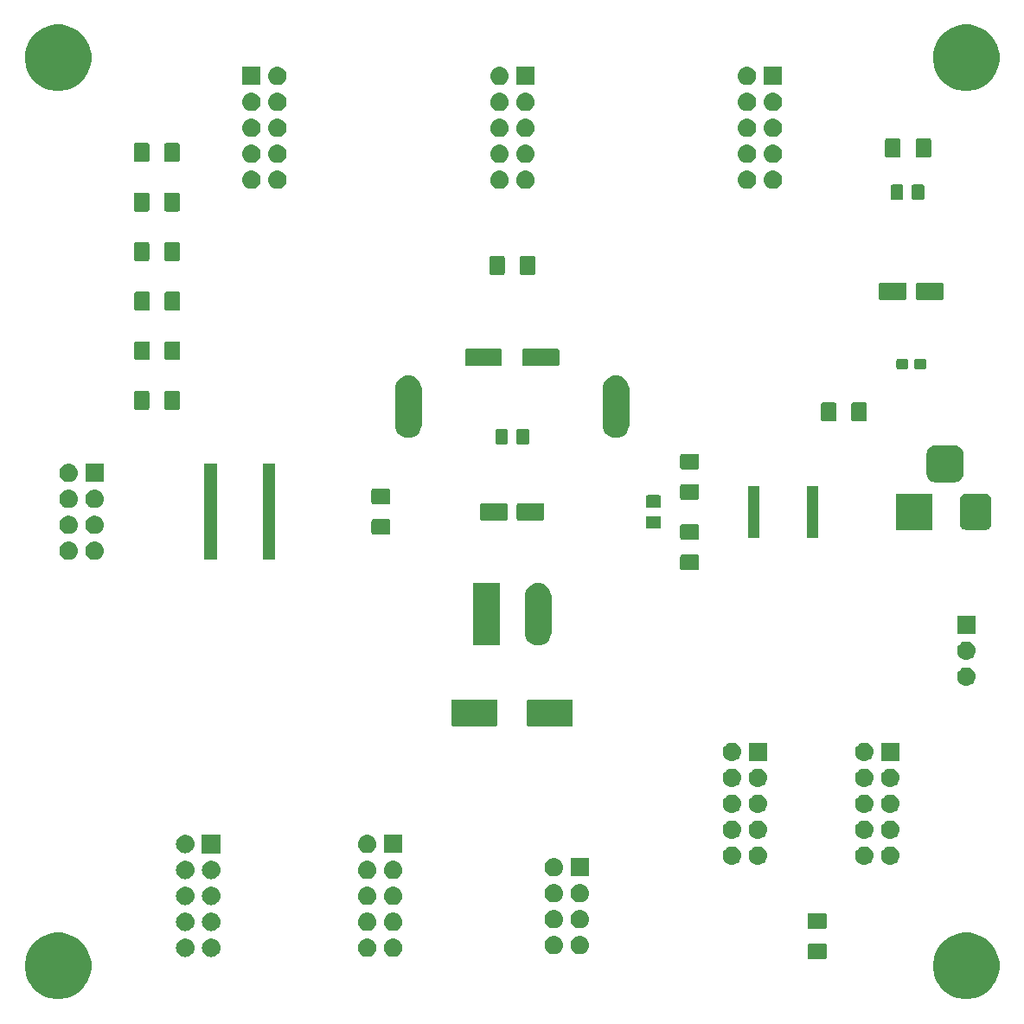
<source format=gbr>
G04 #@! TF.GenerationSoftware,KiCad,Pcbnew,(5.0.2)-1*
G04 #@! TF.CreationDate,2019-01-24T14:04:28+03:00*
G04 #@! TF.ProjectId,xmc_1300,786d635f-3133-4303-902e-6b696361645f,rev?*
G04 #@! TF.SameCoordinates,Original*
G04 #@! TF.FileFunction,Soldermask,Top*
G04 #@! TF.FilePolarity,Negative*
%FSLAX46Y46*%
G04 Gerber Fmt 4.6, Leading zero omitted, Abs format (unit mm)*
G04 Created by KiCad (PCBNEW (5.0.2)-1) date 24.01.2019 14:04:28*
%MOMM*%
%LPD*%
G01*
G04 APERTURE LIST*
%ADD10C,0.100000*%
G04 APERTURE END LIST*
D10*
G36*
X170814239Y-128891467D02*
X171128282Y-128953934D01*
X171719926Y-129199001D01*
X172034211Y-129409000D01*
X172252395Y-129554786D01*
X172705214Y-130007605D01*
X172705216Y-130007608D01*
X173060999Y-130540074D01*
X173306066Y-131131718D01*
X173360669Y-131406227D01*
X173431000Y-131759803D01*
X173431000Y-132400197D01*
X173368533Y-132714239D01*
X173306066Y-133028282D01*
X173060999Y-133619926D01*
X172813265Y-133990685D01*
X172705214Y-134152395D01*
X172252395Y-134605214D01*
X172252392Y-134605216D01*
X171719926Y-134960999D01*
X171128282Y-135206066D01*
X170814239Y-135268533D01*
X170500197Y-135331000D01*
X169859803Y-135331000D01*
X169545761Y-135268533D01*
X169231718Y-135206066D01*
X168640074Y-134960999D01*
X168107608Y-134605216D01*
X168107605Y-134605214D01*
X167654786Y-134152395D01*
X167546735Y-133990685D01*
X167299001Y-133619926D01*
X167053934Y-133028282D01*
X166991467Y-132714239D01*
X166929000Y-132400197D01*
X166929000Y-131759803D01*
X166999331Y-131406227D01*
X167053934Y-131131718D01*
X167299001Y-130540074D01*
X167654784Y-130007608D01*
X167654786Y-130007605D01*
X168107605Y-129554786D01*
X168325789Y-129409000D01*
X168640074Y-129199001D01*
X169231718Y-128953934D01*
X169545761Y-128891467D01*
X169859803Y-128829000D01*
X170500197Y-128829000D01*
X170814239Y-128891467D01*
X170814239Y-128891467D01*
G37*
G36*
X81914239Y-128891467D02*
X82228282Y-128953934D01*
X82819926Y-129199001D01*
X83134211Y-129409000D01*
X83352395Y-129554786D01*
X83805214Y-130007605D01*
X83805216Y-130007608D01*
X84160999Y-130540074D01*
X84406066Y-131131718D01*
X84460669Y-131406227D01*
X84531000Y-131759803D01*
X84531000Y-132400197D01*
X84468533Y-132714239D01*
X84406066Y-133028282D01*
X84160999Y-133619926D01*
X83913265Y-133990685D01*
X83805214Y-134152395D01*
X83352395Y-134605214D01*
X83352392Y-134605216D01*
X82819926Y-134960999D01*
X82228282Y-135206066D01*
X81914239Y-135268533D01*
X81600197Y-135331000D01*
X80959803Y-135331000D01*
X80645761Y-135268533D01*
X80331718Y-135206066D01*
X79740074Y-134960999D01*
X79207608Y-134605216D01*
X79207605Y-134605214D01*
X78754786Y-134152395D01*
X78646735Y-133990685D01*
X78399001Y-133619926D01*
X78153934Y-133028282D01*
X78091467Y-132714239D01*
X78029000Y-132400197D01*
X78029000Y-131759803D01*
X78099331Y-131406227D01*
X78153934Y-131131718D01*
X78399001Y-130540074D01*
X78754784Y-130007608D01*
X78754786Y-130007605D01*
X79207605Y-129554786D01*
X79425789Y-129409000D01*
X79740074Y-129199001D01*
X80331718Y-128953934D01*
X80645761Y-128891467D01*
X80959803Y-128829000D01*
X81600197Y-128829000D01*
X81914239Y-128891467D01*
X81914239Y-128891467D01*
G37*
G36*
X156355562Y-129898181D02*
X156390477Y-129908773D01*
X156422665Y-129925978D01*
X156450873Y-129949127D01*
X156474022Y-129977335D01*
X156491227Y-130009523D01*
X156501819Y-130044438D01*
X156506000Y-130086895D01*
X156506000Y-131228105D01*
X156501819Y-131270562D01*
X156491227Y-131305477D01*
X156474022Y-131337665D01*
X156450873Y-131365873D01*
X156422665Y-131389022D01*
X156390477Y-131406227D01*
X156355562Y-131416819D01*
X156313105Y-131421000D01*
X154846895Y-131421000D01*
X154804438Y-131416819D01*
X154769523Y-131406227D01*
X154737335Y-131389022D01*
X154709127Y-131365873D01*
X154685978Y-131337665D01*
X154668773Y-131305477D01*
X154658181Y-131270562D01*
X154654000Y-131228105D01*
X154654000Y-130086895D01*
X154658181Y-130044438D01*
X154668773Y-130009523D01*
X154685978Y-129977335D01*
X154709127Y-129949127D01*
X154737335Y-129925978D01*
X154769523Y-129908773D01*
X154804438Y-129898181D01*
X154846895Y-129894000D01*
X156313105Y-129894000D01*
X156355562Y-129898181D01*
X156355562Y-129898181D01*
G37*
G36*
X93830443Y-129415519D02*
X93896627Y-129422037D01*
X94000535Y-129453557D01*
X94066467Y-129473557D01*
X94185572Y-129537221D01*
X94222991Y-129557222D01*
X94258729Y-129586552D01*
X94360186Y-129669814D01*
X94443448Y-129771271D01*
X94472778Y-129807009D01*
X94472779Y-129807011D01*
X94556443Y-129963533D01*
X94562431Y-129983273D01*
X94607963Y-130133373D01*
X94625359Y-130310000D01*
X94607963Y-130486627D01*
X94588439Y-130550989D01*
X94556443Y-130656467D01*
X94515397Y-130733258D01*
X94472778Y-130812991D01*
X94469806Y-130816612D01*
X94360186Y-130950186D01*
X94258729Y-131033448D01*
X94222991Y-131062778D01*
X94222989Y-131062779D01*
X94066467Y-131146443D01*
X94009853Y-131163616D01*
X93896627Y-131197963D01*
X93830442Y-131204482D01*
X93764260Y-131211000D01*
X93675740Y-131211000D01*
X93609558Y-131204482D01*
X93543373Y-131197963D01*
X93430147Y-131163616D01*
X93373533Y-131146443D01*
X93217011Y-131062779D01*
X93217009Y-131062778D01*
X93181271Y-131033448D01*
X93079814Y-130950186D01*
X92970194Y-130816612D01*
X92967222Y-130812991D01*
X92924603Y-130733258D01*
X92883557Y-130656467D01*
X92851561Y-130550989D01*
X92832037Y-130486627D01*
X92814641Y-130310000D01*
X92832037Y-130133373D01*
X92877569Y-129983273D01*
X92883557Y-129963533D01*
X92967221Y-129807011D01*
X92967222Y-129807009D01*
X92996552Y-129771271D01*
X93079814Y-129669814D01*
X93181271Y-129586552D01*
X93217009Y-129557222D01*
X93254428Y-129537221D01*
X93373533Y-129473557D01*
X93439465Y-129453557D01*
X93543373Y-129422037D01*
X93609557Y-129415519D01*
X93675740Y-129409000D01*
X93764260Y-129409000D01*
X93830443Y-129415519D01*
X93830443Y-129415519D01*
G37*
G36*
X96370443Y-129415519D02*
X96436627Y-129422037D01*
X96540535Y-129453557D01*
X96606467Y-129473557D01*
X96725572Y-129537221D01*
X96762991Y-129557222D01*
X96798729Y-129586552D01*
X96900186Y-129669814D01*
X96983448Y-129771271D01*
X97012778Y-129807009D01*
X97012779Y-129807011D01*
X97096443Y-129963533D01*
X97102431Y-129983273D01*
X97147963Y-130133373D01*
X97165359Y-130310000D01*
X97147963Y-130486627D01*
X97128439Y-130550989D01*
X97096443Y-130656467D01*
X97055397Y-130733258D01*
X97012778Y-130812991D01*
X97009806Y-130816612D01*
X96900186Y-130950186D01*
X96798729Y-131033448D01*
X96762991Y-131062778D01*
X96762989Y-131062779D01*
X96606467Y-131146443D01*
X96549853Y-131163616D01*
X96436627Y-131197963D01*
X96370442Y-131204482D01*
X96304260Y-131211000D01*
X96215740Y-131211000D01*
X96149558Y-131204482D01*
X96083373Y-131197963D01*
X95970147Y-131163616D01*
X95913533Y-131146443D01*
X95757011Y-131062779D01*
X95757009Y-131062778D01*
X95721271Y-131033448D01*
X95619814Y-130950186D01*
X95510194Y-130816612D01*
X95507222Y-130812991D01*
X95464603Y-130733258D01*
X95423557Y-130656467D01*
X95391561Y-130550989D01*
X95372037Y-130486627D01*
X95354641Y-130310000D01*
X95372037Y-130133373D01*
X95417569Y-129983273D01*
X95423557Y-129963533D01*
X95507221Y-129807011D01*
X95507222Y-129807009D01*
X95536552Y-129771271D01*
X95619814Y-129669814D01*
X95721271Y-129586552D01*
X95757009Y-129557222D01*
X95794428Y-129537221D01*
X95913533Y-129473557D01*
X95979465Y-129453557D01*
X96083373Y-129422037D01*
X96149557Y-129415519D01*
X96215740Y-129409000D01*
X96304260Y-129409000D01*
X96370443Y-129415519D01*
X96370443Y-129415519D01*
G37*
G36*
X111640443Y-129395519D02*
X111706627Y-129402037D01*
X111819853Y-129436384D01*
X111876467Y-129453557D01*
X112015087Y-129527652D01*
X112032991Y-129537222D01*
X112057361Y-129557222D01*
X112170186Y-129649814D01*
X112253448Y-129751271D01*
X112282778Y-129787009D01*
X112282779Y-129787011D01*
X112366443Y-129943533D01*
X112378498Y-129983273D01*
X112417963Y-130113373D01*
X112435359Y-130290000D01*
X112417963Y-130466627D01*
X112383616Y-130579853D01*
X112366443Y-130636467D01*
X112338798Y-130688186D01*
X112282778Y-130792991D01*
X112253448Y-130828729D01*
X112170186Y-130930186D01*
X112068729Y-131013448D01*
X112032991Y-131042778D01*
X112032989Y-131042779D01*
X111876467Y-131126443D01*
X111819853Y-131143616D01*
X111706627Y-131177963D01*
X111640442Y-131184482D01*
X111574260Y-131191000D01*
X111485740Y-131191000D01*
X111419558Y-131184482D01*
X111353373Y-131177963D01*
X111240147Y-131143616D01*
X111183533Y-131126443D01*
X111027011Y-131042779D01*
X111027009Y-131042778D01*
X110991271Y-131013448D01*
X110889814Y-130930186D01*
X110806552Y-130828729D01*
X110777222Y-130792991D01*
X110721202Y-130688186D01*
X110693557Y-130636467D01*
X110676384Y-130579853D01*
X110642037Y-130466627D01*
X110624641Y-130290000D01*
X110642037Y-130113373D01*
X110681502Y-129983273D01*
X110693557Y-129943533D01*
X110777221Y-129787011D01*
X110777222Y-129787009D01*
X110806552Y-129751271D01*
X110889814Y-129649814D01*
X111002639Y-129557222D01*
X111027009Y-129537222D01*
X111044913Y-129527652D01*
X111183533Y-129453557D01*
X111240147Y-129436384D01*
X111353373Y-129402037D01*
X111419557Y-129395519D01*
X111485740Y-129389000D01*
X111574260Y-129389000D01*
X111640443Y-129395519D01*
X111640443Y-129395519D01*
G37*
G36*
X114180443Y-129395519D02*
X114246627Y-129402037D01*
X114359853Y-129436384D01*
X114416467Y-129453557D01*
X114555087Y-129527652D01*
X114572991Y-129537222D01*
X114597361Y-129557222D01*
X114710186Y-129649814D01*
X114793448Y-129751271D01*
X114822778Y-129787009D01*
X114822779Y-129787011D01*
X114906443Y-129943533D01*
X114918498Y-129983273D01*
X114957963Y-130113373D01*
X114975359Y-130290000D01*
X114957963Y-130466627D01*
X114923616Y-130579853D01*
X114906443Y-130636467D01*
X114878798Y-130688186D01*
X114822778Y-130792991D01*
X114793448Y-130828729D01*
X114710186Y-130930186D01*
X114608729Y-131013448D01*
X114572991Y-131042778D01*
X114572989Y-131042779D01*
X114416467Y-131126443D01*
X114359853Y-131143616D01*
X114246627Y-131177963D01*
X114180442Y-131184482D01*
X114114260Y-131191000D01*
X114025740Y-131191000D01*
X113959558Y-131184482D01*
X113893373Y-131177963D01*
X113780147Y-131143616D01*
X113723533Y-131126443D01*
X113567011Y-131042779D01*
X113567009Y-131042778D01*
X113531271Y-131013448D01*
X113429814Y-130930186D01*
X113346552Y-130828729D01*
X113317222Y-130792991D01*
X113261202Y-130688186D01*
X113233557Y-130636467D01*
X113216384Y-130579853D01*
X113182037Y-130466627D01*
X113164641Y-130290000D01*
X113182037Y-130113373D01*
X113221502Y-129983273D01*
X113233557Y-129943533D01*
X113317221Y-129787011D01*
X113317222Y-129787009D01*
X113346552Y-129751271D01*
X113429814Y-129649814D01*
X113542639Y-129557222D01*
X113567009Y-129537222D01*
X113584913Y-129527652D01*
X113723533Y-129453557D01*
X113780147Y-129436384D01*
X113893373Y-129402037D01*
X113959557Y-129395519D01*
X114025740Y-129389000D01*
X114114260Y-129389000D01*
X114180443Y-129395519D01*
X114180443Y-129395519D01*
G37*
G36*
X129904443Y-129153519D02*
X129970627Y-129160037D01*
X130083853Y-129194384D01*
X130140467Y-129211557D01*
X130205525Y-129246332D01*
X130296991Y-129295222D01*
X130332729Y-129324552D01*
X130434186Y-129407814D01*
X130517448Y-129509271D01*
X130546778Y-129545009D01*
X130553306Y-129557222D01*
X130630443Y-129701533D01*
X130647616Y-129758147D01*
X130681963Y-129871373D01*
X130699359Y-130048000D01*
X130681963Y-130224627D01*
X130662132Y-130290000D01*
X130630443Y-130394467D01*
X130612859Y-130427364D01*
X130546778Y-130550991D01*
X130517448Y-130586729D01*
X130434186Y-130688186D01*
X130332729Y-130771448D01*
X130296991Y-130800778D01*
X130296989Y-130800779D01*
X130140467Y-130884443D01*
X130083853Y-130901616D01*
X129970627Y-130935963D01*
X129904443Y-130942481D01*
X129838260Y-130949000D01*
X129749740Y-130949000D01*
X129683557Y-130942481D01*
X129617373Y-130935963D01*
X129504147Y-130901616D01*
X129447533Y-130884443D01*
X129291011Y-130800779D01*
X129291009Y-130800778D01*
X129255271Y-130771448D01*
X129153814Y-130688186D01*
X129070552Y-130586729D01*
X129041222Y-130550991D01*
X128975141Y-130427364D01*
X128957557Y-130394467D01*
X128925868Y-130290000D01*
X128906037Y-130224627D01*
X128888641Y-130048000D01*
X128906037Y-129871373D01*
X128940384Y-129758147D01*
X128957557Y-129701533D01*
X129034694Y-129557222D01*
X129041222Y-129545009D01*
X129070552Y-129509271D01*
X129153814Y-129407814D01*
X129255271Y-129324552D01*
X129291009Y-129295222D01*
X129382475Y-129246332D01*
X129447533Y-129211557D01*
X129504147Y-129194384D01*
X129617373Y-129160037D01*
X129683557Y-129153519D01*
X129749740Y-129147000D01*
X129838260Y-129147000D01*
X129904443Y-129153519D01*
X129904443Y-129153519D01*
G37*
G36*
X132444443Y-129153519D02*
X132510627Y-129160037D01*
X132623853Y-129194384D01*
X132680467Y-129211557D01*
X132745525Y-129246332D01*
X132836991Y-129295222D01*
X132872729Y-129324552D01*
X132974186Y-129407814D01*
X133057448Y-129509271D01*
X133086778Y-129545009D01*
X133093306Y-129557222D01*
X133170443Y-129701533D01*
X133187616Y-129758147D01*
X133221963Y-129871373D01*
X133239359Y-130048000D01*
X133221963Y-130224627D01*
X133202132Y-130290000D01*
X133170443Y-130394467D01*
X133152859Y-130427364D01*
X133086778Y-130550991D01*
X133057448Y-130586729D01*
X132974186Y-130688186D01*
X132872729Y-130771448D01*
X132836991Y-130800778D01*
X132836989Y-130800779D01*
X132680467Y-130884443D01*
X132623853Y-130901616D01*
X132510627Y-130935963D01*
X132444443Y-130942481D01*
X132378260Y-130949000D01*
X132289740Y-130949000D01*
X132223557Y-130942481D01*
X132157373Y-130935963D01*
X132044147Y-130901616D01*
X131987533Y-130884443D01*
X131831011Y-130800779D01*
X131831009Y-130800778D01*
X131795271Y-130771448D01*
X131693814Y-130688186D01*
X131610552Y-130586729D01*
X131581222Y-130550991D01*
X131515141Y-130427364D01*
X131497557Y-130394467D01*
X131465868Y-130290000D01*
X131446037Y-130224627D01*
X131428641Y-130048000D01*
X131446037Y-129871373D01*
X131480384Y-129758147D01*
X131497557Y-129701533D01*
X131574694Y-129557222D01*
X131581222Y-129545009D01*
X131610552Y-129509271D01*
X131693814Y-129407814D01*
X131795271Y-129324552D01*
X131831009Y-129295222D01*
X131922475Y-129246332D01*
X131987533Y-129211557D01*
X132044147Y-129194384D01*
X132157373Y-129160037D01*
X132223557Y-129153519D01*
X132289740Y-129147000D01*
X132378260Y-129147000D01*
X132444443Y-129153519D01*
X132444443Y-129153519D01*
G37*
G36*
X96370443Y-126875519D02*
X96436627Y-126882037D01*
X96540535Y-126913557D01*
X96606467Y-126933557D01*
X96682367Y-126974127D01*
X96762991Y-127017222D01*
X96784072Y-127034523D01*
X96900186Y-127129814D01*
X96947030Y-127186895D01*
X97012778Y-127267009D01*
X97012779Y-127267011D01*
X97096443Y-127423533D01*
X97096443Y-127423534D01*
X97147963Y-127593373D01*
X97165359Y-127770000D01*
X97147963Y-127946627D01*
X97128439Y-128010989D01*
X97096443Y-128116467D01*
X97063496Y-128178105D01*
X97012778Y-128272991D01*
X96994254Y-128295562D01*
X96900186Y-128410186D01*
X96798729Y-128493448D01*
X96762991Y-128522778D01*
X96762989Y-128522779D01*
X96606467Y-128606443D01*
X96549853Y-128623616D01*
X96436627Y-128657963D01*
X96370442Y-128664482D01*
X96304260Y-128671000D01*
X96215740Y-128671000D01*
X96149558Y-128664482D01*
X96083373Y-128657963D01*
X95970147Y-128623616D01*
X95913533Y-128606443D01*
X95757011Y-128522779D01*
X95757009Y-128522778D01*
X95721271Y-128493448D01*
X95619814Y-128410186D01*
X95525746Y-128295562D01*
X95507222Y-128272991D01*
X95456504Y-128178105D01*
X95423557Y-128116467D01*
X95391561Y-128010989D01*
X95372037Y-127946627D01*
X95354641Y-127770000D01*
X95372037Y-127593373D01*
X95423557Y-127423534D01*
X95423557Y-127423533D01*
X95507221Y-127267011D01*
X95507222Y-127267009D01*
X95572970Y-127186895D01*
X95619814Y-127129814D01*
X95735928Y-127034523D01*
X95757009Y-127017222D01*
X95837633Y-126974127D01*
X95913533Y-126933557D01*
X95979465Y-126913557D01*
X96083373Y-126882037D01*
X96149557Y-126875519D01*
X96215740Y-126869000D01*
X96304260Y-126869000D01*
X96370443Y-126875519D01*
X96370443Y-126875519D01*
G37*
G36*
X93830443Y-126875519D02*
X93896627Y-126882037D01*
X94000535Y-126913557D01*
X94066467Y-126933557D01*
X94142367Y-126974127D01*
X94222991Y-127017222D01*
X94244072Y-127034523D01*
X94360186Y-127129814D01*
X94407030Y-127186895D01*
X94472778Y-127267009D01*
X94472779Y-127267011D01*
X94556443Y-127423533D01*
X94556443Y-127423534D01*
X94607963Y-127593373D01*
X94625359Y-127770000D01*
X94607963Y-127946627D01*
X94588439Y-128010989D01*
X94556443Y-128116467D01*
X94523496Y-128178105D01*
X94472778Y-128272991D01*
X94454254Y-128295562D01*
X94360186Y-128410186D01*
X94258729Y-128493448D01*
X94222991Y-128522778D01*
X94222989Y-128522779D01*
X94066467Y-128606443D01*
X94009853Y-128623616D01*
X93896627Y-128657963D01*
X93830442Y-128664482D01*
X93764260Y-128671000D01*
X93675740Y-128671000D01*
X93609558Y-128664482D01*
X93543373Y-128657963D01*
X93430147Y-128623616D01*
X93373533Y-128606443D01*
X93217011Y-128522779D01*
X93217009Y-128522778D01*
X93181271Y-128493448D01*
X93079814Y-128410186D01*
X92985746Y-128295562D01*
X92967222Y-128272991D01*
X92916504Y-128178105D01*
X92883557Y-128116467D01*
X92851561Y-128010989D01*
X92832037Y-127946627D01*
X92814641Y-127770000D01*
X92832037Y-127593373D01*
X92883557Y-127423534D01*
X92883557Y-127423533D01*
X92967221Y-127267011D01*
X92967222Y-127267009D01*
X93032970Y-127186895D01*
X93079814Y-127129814D01*
X93195928Y-127034523D01*
X93217009Y-127017222D01*
X93297633Y-126974127D01*
X93373533Y-126933557D01*
X93439465Y-126913557D01*
X93543373Y-126882037D01*
X93609557Y-126875519D01*
X93675740Y-126869000D01*
X93764260Y-126869000D01*
X93830443Y-126875519D01*
X93830443Y-126875519D01*
G37*
G36*
X111640442Y-126855518D02*
X111706627Y-126862037D01*
X111819853Y-126896384D01*
X111876467Y-126913557D01*
X111989784Y-126974127D01*
X112032991Y-126997222D01*
X112057361Y-127017222D01*
X112170186Y-127109814D01*
X112253448Y-127211271D01*
X112282778Y-127247009D01*
X112282779Y-127247011D01*
X112366443Y-127403533D01*
X112366443Y-127403534D01*
X112417963Y-127573373D01*
X112435359Y-127750000D01*
X112417963Y-127926627D01*
X112383616Y-128039853D01*
X112366443Y-128096467D01*
X112338798Y-128148186D01*
X112282778Y-128252991D01*
X112266366Y-128272989D01*
X112170186Y-128390186D01*
X112102175Y-128446000D01*
X112032991Y-128502778D01*
X112032989Y-128502779D01*
X111876467Y-128586443D01*
X111819853Y-128603616D01*
X111706627Y-128637963D01*
X111640443Y-128644481D01*
X111574260Y-128651000D01*
X111485740Y-128651000D01*
X111419557Y-128644481D01*
X111353373Y-128637963D01*
X111240147Y-128603616D01*
X111183533Y-128586443D01*
X111027011Y-128502779D01*
X111027009Y-128502778D01*
X110957825Y-128446000D01*
X110889814Y-128390186D01*
X110793634Y-128272989D01*
X110777222Y-128252991D01*
X110721202Y-128148186D01*
X110693557Y-128096467D01*
X110676384Y-128039853D01*
X110642037Y-127926627D01*
X110624641Y-127750000D01*
X110642037Y-127573373D01*
X110693557Y-127403534D01*
X110693557Y-127403533D01*
X110777221Y-127247011D01*
X110777222Y-127247009D01*
X110806552Y-127211271D01*
X110889814Y-127109814D01*
X111002639Y-127017222D01*
X111027009Y-126997222D01*
X111070216Y-126974127D01*
X111183533Y-126913557D01*
X111240147Y-126896384D01*
X111353373Y-126862037D01*
X111419558Y-126855518D01*
X111485740Y-126849000D01*
X111574260Y-126849000D01*
X111640442Y-126855518D01*
X111640442Y-126855518D01*
G37*
G36*
X114180442Y-126855518D02*
X114246627Y-126862037D01*
X114359853Y-126896384D01*
X114416467Y-126913557D01*
X114529784Y-126974127D01*
X114572991Y-126997222D01*
X114597361Y-127017222D01*
X114710186Y-127109814D01*
X114793448Y-127211271D01*
X114822778Y-127247009D01*
X114822779Y-127247011D01*
X114906443Y-127403533D01*
X114906443Y-127403534D01*
X114957963Y-127573373D01*
X114975359Y-127750000D01*
X114957963Y-127926627D01*
X114923616Y-128039853D01*
X114906443Y-128096467D01*
X114878798Y-128148186D01*
X114822778Y-128252991D01*
X114806366Y-128272989D01*
X114710186Y-128390186D01*
X114642175Y-128446000D01*
X114572991Y-128502778D01*
X114572989Y-128502779D01*
X114416467Y-128586443D01*
X114359853Y-128603616D01*
X114246627Y-128637963D01*
X114180443Y-128644481D01*
X114114260Y-128651000D01*
X114025740Y-128651000D01*
X113959557Y-128644481D01*
X113893373Y-128637963D01*
X113780147Y-128603616D01*
X113723533Y-128586443D01*
X113567011Y-128502779D01*
X113567009Y-128502778D01*
X113497825Y-128446000D01*
X113429814Y-128390186D01*
X113333634Y-128272989D01*
X113317222Y-128252991D01*
X113261202Y-128148186D01*
X113233557Y-128096467D01*
X113216384Y-128039853D01*
X113182037Y-127926627D01*
X113164641Y-127750000D01*
X113182037Y-127573373D01*
X113233557Y-127403534D01*
X113233557Y-127403533D01*
X113317221Y-127247011D01*
X113317222Y-127247009D01*
X113346552Y-127211271D01*
X113429814Y-127109814D01*
X113542639Y-127017222D01*
X113567009Y-126997222D01*
X113610216Y-126974127D01*
X113723533Y-126913557D01*
X113780147Y-126896384D01*
X113893373Y-126862037D01*
X113959558Y-126855518D01*
X114025740Y-126849000D01*
X114114260Y-126849000D01*
X114180442Y-126855518D01*
X114180442Y-126855518D01*
G37*
G36*
X156355562Y-126923181D02*
X156390477Y-126933773D01*
X156422665Y-126950978D01*
X156450873Y-126974127D01*
X156474022Y-127002335D01*
X156491227Y-127034523D01*
X156501819Y-127069438D01*
X156506000Y-127111895D01*
X156506000Y-128253105D01*
X156501819Y-128295562D01*
X156491227Y-128330477D01*
X156474022Y-128362665D01*
X156450873Y-128390873D01*
X156422665Y-128414022D01*
X156390477Y-128431227D01*
X156355562Y-128441819D01*
X156313105Y-128446000D01*
X154846895Y-128446000D01*
X154804438Y-128441819D01*
X154769523Y-128431227D01*
X154737335Y-128414022D01*
X154709127Y-128390873D01*
X154685978Y-128362665D01*
X154668773Y-128330477D01*
X154658181Y-128295562D01*
X154654000Y-128253105D01*
X154654000Y-127111895D01*
X154658181Y-127069438D01*
X154668773Y-127034523D01*
X154685978Y-127002335D01*
X154709127Y-126974127D01*
X154737335Y-126950978D01*
X154769523Y-126933773D01*
X154804438Y-126923181D01*
X154846895Y-126919000D01*
X156313105Y-126919000D01*
X156355562Y-126923181D01*
X156355562Y-126923181D01*
G37*
G36*
X132444442Y-126613518D02*
X132510627Y-126620037D01*
X132623853Y-126654384D01*
X132680467Y-126671557D01*
X132819087Y-126745652D01*
X132836991Y-126755222D01*
X132872729Y-126784552D01*
X132974186Y-126867814D01*
X133042436Y-126950978D01*
X133086778Y-127005009D01*
X133093306Y-127017222D01*
X133170443Y-127161533D01*
X133170443Y-127161534D01*
X133221963Y-127331373D01*
X133239359Y-127508000D01*
X133221963Y-127684627D01*
X133202132Y-127750000D01*
X133170443Y-127854467D01*
X133131873Y-127926625D01*
X133086778Y-128010991D01*
X133057448Y-128046729D01*
X132974186Y-128148186D01*
X132874044Y-128230369D01*
X132836991Y-128260778D01*
X132836989Y-128260779D01*
X132680467Y-128344443D01*
X132623853Y-128361616D01*
X132510627Y-128395963D01*
X132460987Y-128400852D01*
X132378260Y-128409000D01*
X132289740Y-128409000D01*
X132207013Y-128400852D01*
X132157373Y-128395963D01*
X132044147Y-128361616D01*
X131987533Y-128344443D01*
X131831011Y-128260779D01*
X131831009Y-128260778D01*
X131793956Y-128230369D01*
X131693814Y-128148186D01*
X131610552Y-128046729D01*
X131581222Y-128010991D01*
X131536127Y-127926625D01*
X131497557Y-127854467D01*
X131465868Y-127750000D01*
X131446037Y-127684627D01*
X131428641Y-127508000D01*
X131446037Y-127331373D01*
X131497557Y-127161534D01*
X131497557Y-127161533D01*
X131574694Y-127017222D01*
X131581222Y-127005009D01*
X131625564Y-126950978D01*
X131693814Y-126867814D01*
X131795271Y-126784552D01*
X131831009Y-126755222D01*
X131848913Y-126745652D01*
X131987533Y-126671557D01*
X132044147Y-126654384D01*
X132157373Y-126620037D01*
X132223558Y-126613518D01*
X132289740Y-126607000D01*
X132378260Y-126607000D01*
X132444442Y-126613518D01*
X132444442Y-126613518D01*
G37*
G36*
X129904442Y-126613518D02*
X129970627Y-126620037D01*
X130083853Y-126654384D01*
X130140467Y-126671557D01*
X130279087Y-126745652D01*
X130296991Y-126755222D01*
X130332729Y-126784552D01*
X130434186Y-126867814D01*
X130502436Y-126950978D01*
X130546778Y-127005009D01*
X130553306Y-127017222D01*
X130630443Y-127161533D01*
X130630443Y-127161534D01*
X130681963Y-127331373D01*
X130699359Y-127508000D01*
X130681963Y-127684627D01*
X130662132Y-127750000D01*
X130630443Y-127854467D01*
X130591873Y-127926625D01*
X130546778Y-128010991D01*
X130517448Y-128046729D01*
X130434186Y-128148186D01*
X130334044Y-128230369D01*
X130296991Y-128260778D01*
X130296989Y-128260779D01*
X130140467Y-128344443D01*
X130083853Y-128361616D01*
X129970627Y-128395963D01*
X129920987Y-128400852D01*
X129838260Y-128409000D01*
X129749740Y-128409000D01*
X129667013Y-128400852D01*
X129617373Y-128395963D01*
X129504147Y-128361616D01*
X129447533Y-128344443D01*
X129291011Y-128260779D01*
X129291009Y-128260778D01*
X129253956Y-128230369D01*
X129153814Y-128148186D01*
X129070552Y-128046729D01*
X129041222Y-128010991D01*
X128996127Y-127926625D01*
X128957557Y-127854467D01*
X128925868Y-127750000D01*
X128906037Y-127684627D01*
X128888641Y-127508000D01*
X128906037Y-127331373D01*
X128957557Y-127161534D01*
X128957557Y-127161533D01*
X129034694Y-127017222D01*
X129041222Y-127005009D01*
X129085564Y-126950978D01*
X129153814Y-126867814D01*
X129255271Y-126784552D01*
X129291009Y-126755222D01*
X129308913Y-126745652D01*
X129447533Y-126671557D01*
X129504147Y-126654384D01*
X129617373Y-126620037D01*
X129683558Y-126613518D01*
X129749740Y-126607000D01*
X129838260Y-126607000D01*
X129904442Y-126613518D01*
X129904442Y-126613518D01*
G37*
G36*
X93830442Y-124335518D02*
X93896627Y-124342037D01*
X94000535Y-124373557D01*
X94066467Y-124393557D01*
X94185572Y-124457221D01*
X94222991Y-124477222D01*
X94258729Y-124506552D01*
X94360186Y-124589814D01*
X94443448Y-124691271D01*
X94472778Y-124727009D01*
X94472779Y-124727011D01*
X94556443Y-124883533D01*
X94556443Y-124883534D01*
X94607963Y-125053373D01*
X94625359Y-125230000D01*
X94607963Y-125406627D01*
X94588439Y-125470989D01*
X94556443Y-125576467D01*
X94483469Y-125712989D01*
X94472778Y-125732991D01*
X94443448Y-125768729D01*
X94360186Y-125870186D01*
X94258729Y-125953448D01*
X94222991Y-125982778D01*
X94222989Y-125982779D01*
X94066467Y-126066443D01*
X94009853Y-126083616D01*
X93896627Y-126117963D01*
X93830443Y-126124481D01*
X93764260Y-126131000D01*
X93675740Y-126131000D01*
X93609557Y-126124481D01*
X93543373Y-126117963D01*
X93430147Y-126083616D01*
X93373533Y-126066443D01*
X93217011Y-125982779D01*
X93217009Y-125982778D01*
X93181271Y-125953448D01*
X93079814Y-125870186D01*
X92996552Y-125768729D01*
X92967222Y-125732991D01*
X92956531Y-125712989D01*
X92883557Y-125576467D01*
X92851561Y-125470989D01*
X92832037Y-125406627D01*
X92814641Y-125230000D01*
X92832037Y-125053373D01*
X92883557Y-124883534D01*
X92883557Y-124883533D01*
X92967221Y-124727011D01*
X92967222Y-124727009D01*
X92996552Y-124691271D01*
X93079814Y-124589814D01*
X93181271Y-124506552D01*
X93217009Y-124477222D01*
X93254428Y-124457221D01*
X93373533Y-124393557D01*
X93439465Y-124373557D01*
X93543373Y-124342037D01*
X93609558Y-124335518D01*
X93675740Y-124329000D01*
X93764260Y-124329000D01*
X93830442Y-124335518D01*
X93830442Y-124335518D01*
G37*
G36*
X96370442Y-124335518D02*
X96436627Y-124342037D01*
X96540535Y-124373557D01*
X96606467Y-124393557D01*
X96725572Y-124457221D01*
X96762991Y-124477222D01*
X96798729Y-124506552D01*
X96900186Y-124589814D01*
X96983448Y-124691271D01*
X97012778Y-124727009D01*
X97012779Y-124727011D01*
X97096443Y-124883533D01*
X97096443Y-124883534D01*
X97147963Y-125053373D01*
X97165359Y-125230000D01*
X97147963Y-125406627D01*
X97128439Y-125470989D01*
X97096443Y-125576467D01*
X97023469Y-125712989D01*
X97012778Y-125732991D01*
X96983448Y-125768729D01*
X96900186Y-125870186D01*
X96798729Y-125953448D01*
X96762991Y-125982778D01*
X96762989Y-125982779D01*
X96606467Y-126066443D01*
X96549853Y-126083616D01*
X96436627Y-126117963D01*
X96370443Y-126124481D01*
X96304260Y-126131000D01*
X96215740Y-126131000D01*
X96149557Y-126124481D01*
X96083373Y-126117963D01*
X95970147Y-126083616D01*
X95913533Y-126066443D01*
X95757011Y-125982779D01*
X95757009Y-125982778D01*
X95721271Y-125953448D01*
X95619814Y-125870186D01*
X95536552Y-125768729D01*
X95507222Y-125732991D01*
X95496531Y-125712989D01*
X95423557Y-125576467D01*
X95391561Y-125470989D01*
X95372037Y-125406627D01*
X95354641Y-125230000D01*
X95372037Y-125053373D01*
X95423557Y-124883534D01*
X95423557Y-124883533D01*
X95507221Y-124727011D01*
X95507222Y-124727009D01*
X95536552Y-124691271D01*
X95619814Y-124589814D01*
X95721271Y-124506552D01*
X95757009Y-124477222D01*
X95794428Y-124457221D01*
X95913533Y-124393557D01*
X95979465Y-124373557D01*
X96083373Y-124342037D01*
X96149558Y-124335518D01*
X96215740Y-124329000D01*
X96304260Y-124329000D01*
X96370442Y-124335518D01*
X96370442Y-124335518D01*
G37*
G36*
X111640442Y-124315518D02*
X111706627Y-124322037D01*
X111819853Y-124356384D01*
X111876467Y-124373557D01*
X112015087Y-124447652D01*
X112032991Y-124457222D01*
X112057361Y-124477222D01*
X112170186Y-124569814D01*
X112253448Y-124671271D01*
X112282778Y-124707009D01*
X112282779Y-124707011D01*
X112366443Y-124863533D01*
X112366443Y-124863534D01*
X112417963Y-125033373D01*
X112435359Y-125210000D01*
X112417963Y-125386627D01*
X112383616Y-125499853D01*
X112366443Y-125556467D01*
X112338798Y-125608186D01*
X112282778Y-125712991D01*
X112266366Y-125732989D01*
X112170186Y-125850186D01*
X112068729Y-125933448D01*
X112032991Y-125962778D01*
X112032989Y-125962779D01*
X111876467Y-126046443D01*
X111819853Y-126063616D01*
X111706627Y-126097963D01*
X111640443Y-126104481D01*
X111574260Y-126111000D01*
X111485740Y-126111000D01*
X111419557Y-126104481D01*
X111353373Y-126097963D01*
X111240147Y-126063616D01*
X111183533Y-126046443D01*
X111027011Y-125962779D01*
X111027009Y-125962778D01*
X110991271Y-125933448D01*
X110889814Y-125850186D01*
X110793634Y-125732989D01*
X110777222Y-125712991D01*
X110721202Y-125608186D01*
X110693557Y-125556467D01*
X110676384Y-125499853D01*
X110642037Y-125386627D01*
X110624641Y-125210000D01*
X110642037Y-125033373D01*
X110693557Y-124863534D01*
X110693557Y-124863533D01*
X110777221Y-124707011D01*
X110777222Y-124707009D01*
X110806552Y-124671271D01*
X110889814Y-124569814D01*
X111002639Y-124477222D01*
X111027009Y-124457222D01*
X111044913Y-124447652D01*
X111183533Y-124373557D01*
X111240147Y-124356384D01*
X111353373Y-124322037D01*
X111419558Y-124315518D01*
X111485740Y-124309000D01*
X111574260Y-124309000D01*
X111640442Y-124315518D01*
X111640442Y-124315518D01*
G37*
G36*
X114180442Y-124315518D02*
X114246627Y-124322037D01*
X114359853Y-124356384D01*
X114416467Y-124373557D01*
X114555087Y-124447652D01*
X114572991Y-124457222D01*
X114597361Y-124477222D01*
X114710186Y-124569814D01*
X114793448Y-124671271D01*
X114822778Y-124707009D01*
X114822779Y-124707011D01*
X114906443Y-124863533D01*
X114906443Y-124863534D01*
X114957963Y-125033373D01*
X114975359Y-125210000D01*
X114957963Y-125386627D01*
X114923616Y-125499853D01*
X114906443Y-125556467D01*
X114878798Y-125608186D01*
X114822778Y-125712991D01*
X114806366Y-125732989D01*
X114710186Y-125850186D01*
X114608729Y-125933448D01*
X114572991Y-125962778D01*
X114572989Y-125962779D01*
X114416467Y-126046443D01*
X114359853Y-126063616D01*
X114246627Y-126097963D01*
X114180443Y-126104481D01*
X114114260Y-126111000D01*
X114025740Y-126111000D01*
X113959557Y-126104481D01*
X113893373Y-126097963D01*
X113780147Y-126063616D01*
X113723533Y-126046443D01*
X113567011Y-125962779D01*
X113567009Y-125962778D01*
X113531271Y-125933448D01*
X113429814Y-125850186D01*
X113333634Y-125732989D01*
X113317222Y-125712991D01*
X113261202Y-125608186D01*
X113233557Y-125556467D01*
X113216384Y-125499853D01*
X113182037Y-125386627D01*
X113164641Y-125210000D01*
X113182037Y-125033373D01*
X113233557Y-124863534D01*
X113233557Y-124863533D01*
X113317221Y-124707011D01*
X113317222Y-124707009D01*
X113346552Y-124671271D01*
X113429814Y-124569814D01*
X113542639Y-124477222D01*
X113567009Y-124457222D01*
X113584913Y-124447652D01*
X113723533Y-124373557D01*
X113780147Y-124356384D01*
X113893373Y-124322037D01*
X113959558Y-124315518D01*
X114025740Y-124309000D01*
X114114260Y-124309000D01*
X114180442Y-124315518D01*
X114180442Y-124315518D01*
G37*
G36*
X129904443Y-124073519D02*
X129970627Y-124080037D01*
X130083853Y-124114384D01*
X130140467Y-124131557D01*
X130279087Y-124205652D01*
X130296991Y-124215222D01*
X130332729Y-124244552D01*
X130434186Y-124327814D01*
X130517448Y-124429271D01*
X130546778Y-124465009D01*
X130553306Y-124477222D01*
X130630443Y-124621533D01*
X130630443Y-124621534D01*
X130681963Y-124791373D01*
X130699359Y-124968000D01*
X130681963Y-125144627D01*
X130662132Y-125210000D01*
X130630443Y-125314467D01*
X130591873Y-125386625D01*
X130546778Y-125470991D01*
X130517448Y-125506729D01*
X130434186Y-125608186D01*
X130332729Y-125691448D01*
X130296991Y-125720778D01*
X130296989Y-125720779D01*
X130140467Y-125804443D01*
X130083853Y-125821616D01*
X129970627Y-125855963D01*
X129904443Y-125862481D01*
X129838260Y-125869000D01*
X129749740Y-125869000D01*
X129683557Y-125862481D01*
X129617373Y-125855963D01*
X129504147Y-125821616D01*
X129447533Y-125804443D01*
X129291011Y-125720779D01*
X129291009Y-125720778D01*
X129255271Y-125691448D01*
X129153814Y-125608186D01*
X129070552Y-125506729D01*
X129041222Y-125470991D01*
X128996127Y-125386625D01*
X128957557Y-125314467D01*
X128925868Y-125210000D01*
X128906037Y-125144627D01*
X128888641Y-124968000D01*
X128906037Y-124791373D01*
X128957557Y-124621534D01*
X128957557Y-124621533D01*
X129034694Y-124477222D01*
X129041222Y-124465009D01*
X129070552Y-124429271D01*
X129153814Y-124327814D01*
X129255271Y-124244552D01*
X129291009Y-124215222D01*
X129308913Y-124205652D01*
X129447533Y-124131557D01*
X129504147Y-124114384D01*
X129617373Y-124080037D01*
X129683557Y-124073519D01*
X129749740Y-124067000D01*
X129838260Y-124067000D01*
X129904443Y-124073519D01*
X129904443Y-124073519D01*
G37*
G36*
X132444443Y-124073519D02*
X132510627Y-124080037D01*
X132623853Y-124114384D01*
X132680467Y-124131557D01*
X132819087Y-124205652D01*
X132836991Y-124215222D01*
X132872729Y-124244552D01*
X132974186Y-124327814D01*
X133057448Y-124429271D01*
X133086778Y-124465009D01*
X133093306Y-124477222D01*
X133170443Y-124621533D01*
X133170443Y-124621534D01*
X133221963Y-124791373D01*
X133239359Y-124968000D01*
X133221963Y-125144627D01*
X133202132Y-125210000D01*
X133170443Y-125314467D01*
X133131873Y-125386625D01*
X133086778Y-125470991D01*
X133057448Y-125506729D01*
X132974186Y-125608186D01*
X132872729Y-125691448D01*
X132836991Y-125720778D01*
X132836989Y-125720779D01*
X132680467Y-125804443D01*
X132623853Y-125821616D01*
X132510627Y-125855963D01*
X132444443Y-125862481D01*
X132378260Y-125869000D01*
X132289740Y-125869000D01*
X132223557Y-125862481D01*
X132157373Y-125855963D01*
X132044147Y-125821616D01*
X131987533Y-125804443D01*
X131831011Y-125720779D01*
X131831009Y-125720778D01*
X131795271Y-125691448D01*
X131693814Y-125608186D01*
X131610552Y-125506729D01*
X131581222Y-125470991D01*
X131536127Y-125386625D01*
X131497557Y-125314467D01*
X131465868Y-125210000D01*
X131446037Y-125144627D01*
X131428641Y-124968000D01*
X131446037Y-124791373D01*
X131497557Y-124621534D01*
X131497557Y-124621533D01*
X131574694Y-124477222D01*
X131581222Y-124465009D01*
X131610552Y-124429271D01*
X131693814Y-124327814D01*
X131795271Y-124244552D01*
X131831009Y-124215222D01*
X131848913Y-124205652D01*
X131987533Y-124131557D01*
X132044147Y-124114384D01*
X132157373Y-124080037D01*
X132223557Y-124073519D01*
X132289740Y-124067000D01*
X132378260Y-124067000D01*
X132444443Y-124073519D01*
X132444443Y-124073519D01*
G37*
G36*
X93830443Y-121795519D02*
X93896627Y-121802037D01*
X94000535Y-121833557D01*
X94066467Y-121853557D01*
X94185572Y-121917221D01*
X94222991Y-121937222D01*
X94258729Y-121966552D01*
X94360186Y-122049814D01*
X94443448Y-122151271D01*
X94472778Y-122187009D01*
X94472779Y-122187011D01*
X94556443Y-122343533D01*
X94556443Y-122343534D01*
X94607963Y-122513373D01*
X94625359Y-122690000D01*
X94607963Y-122866627D01*
X94588439Y-122930989D01*
X94556443Y-123036467D01*
X94483469Y-123172989D01*
X94472778Y-123192991D01*
X94443448Y-123228729D01*
X94360186Y-123330186D01*
X94258729Y-123413448D01*
X94222991Y-123442778D01*
X94222989Y-123442779D01*
X94066467Y-123526443D01*
X94009853Y-123543616D01*
X93896627Y-123577963D01*
X93830443Y-123584481D01*
X93764260Y-123591000D01*
X93675740Y-123591000D01*
X93609557Y-123584481D01*
X93543373Y-123577963D01*
X93430147Y-123543616D01*
X93373533Y-123526443D01*
X93217011Y-123442779D01*
X93217009Y-123442778D01*
X93181271Y-123413448D01*
X93079814Y-123330186D01*
X92996552Y-123228729D01*
X92967222Y-123192991D01*
X92956531Y-123172989D01*
X92883557Y-123036467D01*
X92851561Y-122930989D01*
X92832037Y-122866627D01*
X92814641Y-122690000D01*
X92832037Y-122513373D01*
X92883557Y-122343534D01*
X92883557Y-122343533D01*
X92967221Y-122187011D01*
X92967222Y-122187009D01*
X92996552Y-122151271D01*
X93079814Y-122049814D01*
X93181271Y-121966552D01*
X93217009Y-121937222D01*
X93254428Y-121917221D01*
X93373533Y-121853557D01*
X93439465Y-121833557D01*
X93543373Y-121802037D01*
X93609557Y-121795519D01*
X93675740Y-121789000D01*
X93764260Y-121789000D01*
X93830443Y-121795519D01*
X93830443Y-121795519D01*
G37*
G36*
X96370443Y-121795519D02*
X96436627Y-121802037D01*
X96540535Y-121833557D01*
X96606467Y-121853557D01*
X96725572Y-121917221D01*
X96762991Y-121937222D01*
X96798729Y-121966552D01*
X96900186Y-122049814D01*
X96983448Y-122151271D01*
X97012778Y-122187009D01*
X97012779Y-122187011D01*
X97096443Y-122343533D01*
X97096443Y-122343534D01*
X97147963Y-122513373D01*
X97165359Y-122690000D01*
X97147963Y-122866627D01*
X97128439Y-122930989D01*
X97096443Y-123036467D01*
X97023469Y-123172989D01*
X97012778Y-123192991D01*
X96983448Y-123228729D01*
X96900186Y-123330186D01*
X96798729Y-123413448D01*
X96762991Y-123442778D01*
X96762989Y-123442779D01*
X96606467Y-123526443D01*
X96549853Y-123543616D01*
X96436627Y-123577963D01*
X96370443Y-123584481D01*
X96304260Y-123591000D01*
X96215740Y-123591000D01*
X96149557Y-123584481D01*
X96083373Y-123577963D01*
X95970147Y-123543616D01*
X95913533Y-123526443D01*
X95757011Y-123442779D01*
X95757009Y-123442778D01*
X95721271Y-123413448D01*
X95619814Y-123330186D01*
X95536552Y-123228729D01*
X95507222Y-123192991D01*
X95496531Y-123172989D01*
X95423557Y-123036467D01*
X95391561Y-122930989D01*
X95372037Y-122866627D01*
X95354641Y-122690000D01*
X95372037Y-122513373D01*
X95423557Y-122343534D01*
X95423557Y-122343533D01*
X95507221Y-122187011D01*
X95507222Y-122187009D01*
X95536552Y-122151271D01*
X95619814Y-122049814D01*
X95721271Y-121966552D01*
X95757009Y-121937222D01*
X95794428Y-121917221D01*
X95913533Y-121853557D01*
X95979465Y-121833557D01*
X96083373Y-121802037D01*
X96149557Y-121795519D01*
X96215740Y-121789000D01*
X96304260Y-121789000D01*
X96370443Y-121795519D01*
X96370443Y-121795519D01*
G37*
G36*
X111640442Y-121775518D02*
X111706627Y-121782037D01*
X111819853Y-121816384D01*
X111876467Y-121833557D01*
X112015087Y-121907652D01*
X112032991Y-121917222D01*
X112057361Y-121937222D01*
X112170186Y-122029814D01*
X112242921Y-122118443D01*
X112282778Y-122167009D01*
X112282779Y-122167011D01*
X112366443Y-122323533D01*
X112366443Y-122323534D01*
X112417963Y-122493373D01*
X112435359Y-122670000D01*
X112417963Y-122846627D01*
X112383616Y-122959853D01*
X112366443Y-123016467D01*
X112338798Y-123068186D01*
X112282778Y-123172991D01*
X112266366Y-123192989D01*
X112170186Y-123310186D01*
X112068729Y-123393448D01*
X112032991Y-123422778D01*
X112032989Y-123422779D01*
X111876467Y-123506443D01*
X111819853Y-123523616D01*
X111706627Y-123557963D01*
X111640442Y-123564482D01*
X111574260Y-123571000D01*
X111485740Y-123571000D01*
X111419558Y-123564482D01*
X111353373Y-123557963D01*
X111240147Y-123523616D01*
X111183533Y-123506443D01*
X111027011Y-123422779D01*
X111027009Y-123422778D01*
X110991271Y-123393448D01*
X110889814Y-123310186D01*
X110793634Y-123192989D01*
X110777222Y-123172991D01*
X110721202Y-123068186D01*
X110693557Y-123016467D01*
X110676384Y-122959853D01*
X110642037Y-122846627D01*
X110624641Y-122670000D01*
X110642037Y-122493373D01*
X110693557Y-122323534D01*
X110693557Y-122323533D01*
X110777221Y-122167011D01*
X110777222Y-122167009D01*
X110817079Y-122118443D01*
X110889814Y-122029814D01*
X111002639Y-121937222D01*
X111027009Y-121917222D01*
X111044913Y-121907652D01*
X111183533Y-121833557D01*
X111240147Y-121816384D01*
X111353373Y-121782037D01*
X111419558Y-121775518D01*
X111485740Y-121769000D01*
X111574260Y-121769000D01*
X111640442Y-121775518D01*
X111640442Y-121775518D01*
G37*
G36*
X114180442Y-121775518D02*
X114246627Y-121782037D01*
X114359853Y-121816384D01*
X114416467Y-121833557D01*
X114555087Y-121907652D01*
X114572991Y-121917222D01*
X114597361Y-121937222D01*
X114710186Y-122029814D01*
X114782921Y-122118443D01*
X114822778Y-122167009D01*
X114822779Y-122167011D01*
X114906443Y-122323533D01*
X114906443Y-122323534D01*
X114957963Y-122493373D01*
X114975359Y-122670000D01*
X114957963Y-122846627D01*
X114923616Y-122959853D01*
X114906443Y-123016467D01*
X114878798Y-123068186D01*
X114822778Y-123172991D01*
X114806366Y-123192989D01*
X114710186Y-123310186D01*
X114608729Y-123393448D01*
X114572991Y-123422778D01*
X114572989Y-123422779D01*
X114416467Y-123506443D01*
X114359853Y-123523616D01*
X114246627Y-123557963D01*
X114180442Y-123564482D01*
X114114260Y-123571000D01*
X114025740Y-123571000D01*
X113959558Y-123564482D01*
X113893373Y-123557963D01*
X113780147Y-123523616D01*
X113723533Y-123506443D01*
X113567011Y-123422779D01*
X113567009Y-123422778D01*
X113531271Y-123393448D01*
X113429814Y-123310186D01*
X113333634Y-123192989D01*
X113317222Y-123172991D01*
X113261202Y-123068186D01*
X113233557Y-123016467D01*
X113216384Y-122959853D01*
X113182037Y-122846627D01*
X113164641Y-122670000D01*
X113182037Y-122493373D01*
X113233557Y-122323534D01*
X113233557Y-122323533D01*
X113317221Y-122167011D01*
X113317222Y-122167009D01*
X113357079Y-122118443D01*
X113429814Y-122029814D01*
X113542639Y-121937222D01*
X113567009Y-121917222D01*
X113584913Y-121907652D01*
X113723533Y-121833557D01*
X113780147Y-121816384D01*
X113893373Y-121782037D01*
X113959558Y-121775518D01*
X114025740Y-121769000D01*
X114114260Y-121769000D01*
X114180442Y-121775518D01*
X114180442Y-121775518D01*
G37*
G36*
X129904443Y-121533519D02*
X129970627Y-121540037D01*
X130083853Y-121574384D01*
X130140467Y-121591557D01*
X130279087Y-121665652D01*
X130296991Y-121675222D01*
X130332729Y-121704552D01*
X130434186Y-121787814D01*
X130517448Y-121889271D01*
X130546778Y-121925009D01*
X130553306Y-121937222D01*
X130630443Y-122081533D01*
X130630443Y-122081534D01*
X130681963Y-122251373D01*
X130699359Y-122428000D01*
X130681963Y-122604627D01*
X130662132Y-122670000D01*
X130630443Y-122774467D01*
X130591873Y-122846625D01*
X130546778Y-122930991D01*
X130517448Y-122966729D01*
X130434186Y-123068186D01*
X130332729Y-123151448D01*
X130296991Y-123180778D01*
X130296989Y-123180779D01*
X130140467Y-123264443D01*
X130083853Y-123281616D01*
X129970627Y-123315963D01*
X129904442Y-123322482D01*
X129838260Y-123329000D01*
X129749740Y-123329000D01*
X129683558Y-123322482D01*
X129617373Y-123315963D01*
X129504147Y-123281616D01*
X129447533Y-123264443D01*
X129291011Y-123180779D01*
X129291009Y-123180778D01*
X129255271Y-123151448D01*
X129153814Y-123068186D01*
X129070552Y-122966729D01*
X129041222Y-122930991D01*
X128996127Y-122846625D01*
X128957557Y-122774467D01*
X128925868Y-122670000D01*
X128906037Y-122604627D01*
X128888641Y-122428000D01*
X128906037Y-122251373D01*
X128957557Y-122081534D01*
X128957557Y-122081533D01*
X129034694Y-121937222D01*
X129041222Y-121925009D01*
X129070552Y-121889271D01*
X129153814Y-121787814D01*
X129255271Y-121704552D01*
X129291009Y-121675222D01*
X129308913Y-121665652D01*
X129447533Y-121591557D01*
X129504147Y-121574384D01*
X129617373Y-121540037D01*
X129683557Y-121533519D01*
X129749740Y-121527000D01*
X129838260Y-121527000D01*
X129904443Y-121533519D01*
X129904443Y-121533519D01*
G37*
G36*
X133235000Y-123329000D02*
X131433000Y-123329000D01*
X131433000Y-121527000D01*
X133235000Y-121527000D01*
X133235000Y-123329000D01*
X133235000Y-123329000D01*
G37*
G36*
X149898442Y-120387518D02*
X149964627Y-120394037D01*
X150077853Y-120428384D01*
X150134467Y-120445557D01*
X150229711Y-120496467D01*
X150290991Y-120529222D01*
X150326729Y-120558552D01*
X150428186Y-120641814D01*
X150511448Y-120743271D01*
X150540778Y-120779009D01*
X150540779Y-120779011D01*
X150624443Y-120935533D01*
X150624443Y-120935534D01*
X150675963Y-121105373D01*
X150693359Y-121282000D01*
X150675963Y-121458627D01*
X150641616Y-121571853D01*
X150624443Y-121628467D01*
X150550348Y-121767087D01*
X150540778Y-121784991D01*
X150511448Y-121820729D01*
X150428186Y-121922186D01*
X150326729Y-122005448D01*
X150290991Y-122034778D01*
X150290989Y-122034779D01*
X150134467Y-122118443D01*
X150077853Y-122135616D01*
X149964627Y-122169963D01*
X149898442Y-122176482D01*
X149832260Y-122183000D01*
X149743740Y-122183000D01*
X149677558Y-122176482D01*
X149611373Y-122169963D01*
X149498147Y-122135616D01*
X149441533Y-122118443D01*
X149285011Y-122034779D01*
X149285009Y-122034778D01*
X149249271Y-122005448D01*
X149147814Y-121922186D01*
X149064552Y-121820729D01*
X149035222Y-121784991D01*
X149025652Y-121767087D01*
X148951557Y-121628467D01*
X148934384Y-121571853D01*
X148900037Y-121458627D01*
X148882641Y-121282000D01*
X148900037Y-121105373D01*
X148951557Y-120935534D01*
X148951557Y-120935533D01*
X149035221Y-120779011D01*
X149035222Y-120779009D01*
X149064552Y-120743271D01*
X149147814Y-120641814D01*
X149249271Y-120558552D01*
X149285009Y-120529222D01*
X149346289Y-120496467D01*
X149441533Y-120445557D01*
X149498147Y-120428384D01*
X149611373Y-120394037D01*
X149677558Y-120387518D01*
X149743740Y-120381000D01*
X149832260Y-120381000D01*
X149898442Y-120387518D01*
X149898442Y-120387518D01*
G37*
G36*
X162852442Y-120387518D02*
X162918627Y-120394037D01*
X163031853Y-120428384D01*
X163088467Y-120445557D01*
X163183711Y-120496467D01*
X163244991Y-120529222D01*
X163280729Y-120558552D01*
X163382186Y-120641814D01*
X163465448Y-120743271D01*
X163494778Y-120779009D01*
X163494779Y-120779011D01*
X163578443Y-120935533D01*
X163578443Y-120935534D01*
X163629963Y-121105373D01*
X163647359Y-121282000D01*
X163629963Y-121458627D01*
X163595616Y-121571853D01*
X163578443Y-121628467D01*
X163504348Y-121767087D01*
X163494778Y-121784991D01*
X163465448Y-121820729D01*
X163382186Y-121922186D01*
X163280729Y-122005448D01*
X163244991Y-122034778D01*
X163244989Y-122034779D01*
X163088467Y-122118443D01*
X163031853Y-122135616D01*
X162918627Y-122169963D01*
X162852442Y-122176482D01*
X162786260Y-122183000D01*
X162697740Y-122183000D01*
X162631558Y-122176482D01*
X162565373Y-122169963D01*
X162452147Y-122135616D01*
X162395533Y-122118443D01*
X162239011Y-122034779D01*
X162239009Y-122034778D01*
X162203271Y-122005448D01*
X162101814Y-121922186D01*
X162018552Y-121820729D01*
X161989222Y-121784991D01*
X161979652Y-121767087D01*
X161905557Y-121628467D01*
X161888384Y-121571853D01*
X161854037Y-121458627D01*
X161836641Y-121282000D01*
X161854037Y-121105373D01*
X161905557Y-120935534D01*
X161905557Y-120935533D01*
X161989221Y-120779011D01*
X161989222Y-120779009D01*
X162018552Y-120743271D01*
X162101814Y-120641814D01*
X162203271Y-120558552D01*
X162239009Y-120529222D01*
X162300289Y-120496467D01*
X162395533Y-120445557D01*
X162452147Y-120428384D01*
X162565373Y-120394037D01*
X162631558Y-120387518D01*
X162697740Y-120381000D01*
X162786260Y-120381000D01*
X162852442Y-120387518D01*
X162852442Y-120387518D01*
G37*
G36*
X160312442Y-120387518D02*
X160378627Y-120394037D01*
X160491853Y-120428384D01*
X160548467Y-120445557D01*
X160643711Y-120496467D01*
X160704991Y-120529222D01*
X160740729Y-120558552D01*
X160842186Y-120641814D01*
X160925448Y-120743271D01*
X160954778Y-120779009D01*
X160954779Y-120779011D01*
X161038443Y-120935533D01*
X161038443Y-120935534D01*
X161089963Y-121105373D01*
X161107359Y-121282000D01*
X161089963Y-121458627D01*
X161055616Y-121571853D01*
X161038443Y-121628467D01*
X160964348Y-121767087D01*
X160954778Y-121784991D01*
X160925448Y-121820729D01*
X160842186Y-121922186D01*
X160740729Y-122005448D01*
X160704991Y-122034778D01*
X160704989Y-122034779D01*
X160548467Y-122118443D01*
X160491853Y-122135616D01*
X160378627Y-122169963D01*
X160312442Y-122176482D01*
X160246260Y-122183000D01*
X160157740Y-122183000D01*
X160091558Y-122176482D01*
X160025373Y-122169963D01*
X159912147Y-122135616D01*
X159855533Y-122118443D01*
X159699011Y-122034779D01*
X159699009Y-122034778D01*
X159663271Y-122005448D01*
X159561814Y-121922186D01*
X159478552Y-121820729D01*
X159449222Y-121784991D01*
X159439652Y-121767087D01*
X159365557Y-121628467D01*
X159348384Y-121571853D01*
X159314037Y-121458627D01*
X159296641Y-121282000D01*
X159314037Y-121105373D01*
X159365557Y-120935534D01*
X159365557Y-120935533D01*
X159449221Y-120779011D01*
X159449222Y-120779009D01*
X159478552Y-120743271D01*
X159561814Y-120641814D01*
X159663271Y-120558552D01*
X159699009Y-120529222D01*
X159760289Y-120496467D01*
X159855533Y-120445557D01*
X159912147Y-120428384D01*
X160025373Y-120394037D01*
X160091558Y-120387518D01*
X160157740Y-120381000D01*
X160246260Y-120381000D01*
X160312442Y-120387518D01*
X160312442Y-120387518D01*
G37*
G36*
X147358442Y-120387518D02*
X147424627Y-120394037D01*
X147537853Y-120428384D01*
X147594467Y-120445557D01*
X147689711Y-120496467D01*
X147750991Y-120529222D01*
X147786729Y-120558552D01*
X147888186Y-120641814D01*
X147971448Y-120743271D01*
X148000778Y-120779009D01*
X148000779Y-120779011D01*
X148084443Y-120935533D01*
X148084443Y-120935534D01*
X148135963Y-121105373D01*
X148153359Y-121282000D01*
X148135963Y-121458627D01*
X148101616Y-121571853D01*
X148084443Y-121628467D01*
X148010348Y-121767087D01*
X148000778Y-121784991D01*
X147971448Y-121820729D01*
X147888186Y-121922186D01*
X147786729Y-122005448D01*
X147750991Y-122034778D01*
X147750989Y-122034779D01*
X147594467Y-122118443D01*
X147537853Y-122135616D01*
X147424627Y-122169963D01*
X147358442Y-122176482D01*
X147292260Y-122183000D01*
X147203740Y-122183000D01*
X147137558Y-122176482D01*
X147071373Y-122169963D01*
X146958147Y-122135616D01*
X146901533Y-122118443D01*
X146745011Y-122034779D01*
X146745009Y-122034778D01*
X146709271Y-122005448D01*
X146607814Y-121922186D01*
X146524552Y-121820729D01*
X146495222Y-121784991D01*
X146485652Y-121767087D01*
X146411557Y-121628467D01*
X146394384Y-121571853D01*
X146360037Y-121458627D01*
X146342641Y-121282000D01*
X146360037Y-121105373D01*
X146411557Y-120935534D01*
X146411557Y-120935533D01*
X146495221Y-120779011D01*
X146495222Y-120779009D01*
X146524552Y-120743271D01*
X146607814Y-120641814D01*
X146709271Y-120558552D01*
X146745009Y-120529222D01*
X146806289Y-120496467D01*
X146901533Y-120445557D01*
X146958147Y-120428384D01*
X147071373Y-120394037D01*
X147137558Y-120387518D01*
X147203740Y-120381000D01*
X147292260Y-120381000D01*
X147358442Y-120387518D01*
X147358442Y-120387518D01*
G37*
G36*
X97161000Y-121051000D02*
X95359000Y-121051000D01*
X95359000Y-119249000D01*
X97161000Y-119249000D01*
X97161000Y-121051000D01*
X97161000Y-121051000D01*
G37*
G36*
X93830442Y-119255518D02*
X93896627Y-119262037D01*
X94000535Y-119293557D01*
X94066467Y-119313557D01*
X94185572Y-119377221D01*
X94222991Y-119397222D01*
X94258729Y-119426552D01*
X94360186Y-119509814D01*
X94443448Y-119611271D01*
X94472778Y-119647009D01*
X94472779Y-119647011D01*
X94556443Y-119803533D01*
X94556443Y-119803534D01*
X94607963Y-119973373D01*
X94625359Y-120150000D01*
X94607963Y-120326627D01*
X94591469Y-120381000D01*
X94556443Y-120496467D01*
X94483469Y-120632989D01*
X94472778Y-120652991D01*
X94443448Y-120688729D01*
X94360186Y-120790186D01*
X94258729Y-120873448D01*
X94222991Y-120902778D01*
X94222989Y-120902779D01*
X94066467Y-120986443D01*
X94009853Y-121003616D01*
X93896627Y-121037963D01*
X93830442Y-121044482D01*
X93764260Y-121051000D01*
X93675740Y-121051000D01*
X93609558Y-121044482D01*
X93543373Y-121037963D01*
X93430147Y-121003616D01*
X93373533Y-120986443D01*
X93217011Y-120902779D01*
X93217009Y-120902778D01*
X93181271Y-120873448D01*
X93079814Y-120790186D01*
X92996552Y-120688729D01*
X92967222Y-120652991D01*
X92956531Y-120632989D01*
X92883557Y-120496467D01*
X92848531Y-120381000D01*
X92832037Y-120326627D01*
X92814641Y-120150000D01*
X92832037Y-119973373D01*
X92883557Y-119803534D01*
X92883557Y-119803533D01*
X92967221Y-119647011D01*
X92967222Y-119647009D01*
X92996552Y-119611271D01*
X93079814Y-119509814D01*
X93181271Y-119426552D01*
X93217009Y-119397222D01*
X93254428Y-119377221D01*
X93373533Y-119313557D01*
X93439465Y-119293557D01*
X93543373Y-119262037D01*
X93609558Y-119255518D01*
X93675740Y-119249000D01*
X93764260Y-119249000D01*
X93830442Y-119255518D01*
X93830442Y-119255518D01*
G37*
G36*
X114971000Y-121031000D02*
X113169000Y-121031000D01*
X113169000Y-119229000D01*
X114971000Y-119229000D01*
X114971000Y-121031000D01*
X114971000Y-121031000D01*
G37*
G36*
X111640443Y-119235519D02*
X111706627Y-119242037D01*
X111819853Y-119276384D01*
X111876467Y-119293557D01*
X112015087Y-119367652D01*
X112032991Y-119377222D01*
X112057361Y-119397222D01*
X112170186Y-119489814D01*
X112242921Y-119578443D01*
X112282778Y-119627009D01*
X112282779Y-119627011D01*
X112366443Y-119783533D01*
X112366443Y-119783534D01*
X112417963Y-119953373D01*
X112435359Y-120130000D01*
X112417963Y-120306627D01*
X112383616Y-120419853D01*
X112366443Y-120476467D01*
X112338245Y-120529221D01*
X112282778Y-120632991D01*
X112275537Y-120641814D01*
X112170186Y-120770186D01*
X112068729Y-120853448D01*
X112032991Y-120882778D01*
X112032989Y-120882779D01*
X111876467Y-120966443D01*
X111819853Y-120983616D01*
X111706627Y-121017963D01*
X111640442Y-121024482D01*
X111574260Y-121031000D01*
X111485740Y-121031000D01*
X111419558Y-121024482D01*
X111353373Y-121017963D01*
X111240147Y-120983616D01*
X111183533Y-120966443D01*
X111027011Y-120882779D01*
X111027009Y-120882778D01*
X110991271Y-120853448D01*
X110889814Y-120770186D01*
X110784463Y-120641814D01*
X110777222Y-120632991D01*
X110721755Y-120529221D01*
X110693557Y-120476467D01*
X110676384Y-120419853D01*
X110642037Y-120306627D01*
X110624641Y-120130000D01*
X110642037Y-119953373D01*
X110693557Y-119783534D01*
X110693557Y-119783533D01*
X110777221Y-119627011D01*
X110777222Y-119627009D01*
X110817079Y-119578443D01*
X110889814Y-119489814D01*
X111002639Y-119397222D01*
X111027009Y-119377222D01*
X111044913Y-119367652D01*
X111183533Y-119293557D01*
X111240147Y-119276384D01*
X111353373Y-119242037D01*
X111419557Y-119235519D01*
X111485740Y-119229000D01*
X111574260Y-119229000D01*
X111640443Y-119235519D01*
X111640443Y-119235519D01*
G37*
G36*
X162852443Y-117847519D02*
X162918627Y-117854037D01*
X163031853Y-117888384D01*
X163088467Y-117905557D01*
X163227087Y-117979652D01*
X163244991Y-117989222D01*
X163280729Y-118018552D01*
X163382186Y-118101814D01*
X163465448Y-118203271D01*
X163494778Y-118239009D01*
X163494779Y-118239011D01*
X163578443Y-118395533D01*
X163578443Y-118395534D01*
X163629963Y-118565373D01*
X163647359Y-118742000D01*
X163629963Y-118918627D01*
X163595616Y-119031853D01*
X163578443Y-119088467D01*
X163504348Y-119227087D01*
X163494778Y-119244991D01*
X163465448Y-119280729D01*
X163382186Y-119382186D01*
X163280729Y-119465448D01*
X163244991Y-119494778D01*
X163244989Y-119494779D01*
X163088467Y-119578443D01*
X163031853Y-119595616D01*
X162918627Y-119629963D01*
X162852443Y-119636481D01*
X162786260Y-119643000D01*
X162697740Y-119643000D01*
X162631557Y-119636481D01*
X162565373Y-119629963D01*
X162452147Y-119595616D01*
X162395533Y-119578443D01*
X162239011Y-119494779D01*
X162239009Y-119494778D01*
X162203271Y-119465448D01*
X162101814Y-119382186D01*
X162018552Y-119280729D01*
X161989222Y-119244991D01*
X161979652Y-119227087D01*
X161905557Y-119088467D01*
X161888384Y-119031853D01*
X161854037Y-118918627D01*
X161836641Y-118742000D01*
X161854037Y-118565373D01*
X161905557Y-118395534D01*
X161905557Y-118395533D01*
X161989221Y-118239011D01*
X161989222Y-118239009D01*
X162018552Y-118203271D01*
X162101814Y-118101814D01*
X162203271Y-118018552D01*
X162239009Y-117989222D01*
X162256913Y-117979652D01*
X162395533Y-117905557D01*
X162452147Y-117888384D01*
X162565373Y-117854037D01*
X162631557Y-117847519D01*
X162697740Y-117841000D01*
X162786260Y-117841000D01*
X162852443Y-117847519D01*
X162852443Y-117847519D01*
G37*
G36*
X147358443Y-117847519D02*
X147424627Y-117854037D01*
X147537853Y-117888384D01*
X147594467Y-117905557D01*
X147733087Y-117979652D01*
X147750991Y-117989222D01*
X147786729Y-118018552D01*
X147888186Y-118101814D01*
X147971448Y-118203271D01*
X148000778Y-118239009D01*
X148000779Y-118239011D01*
X148084443Y-118395533D01*
X148084443Y-118395534D01*
X148135963Y-118565373D01*
X148153359Y-118742000D01*
X148135963Y-118918627D01*
X148101616Y-119031853D01*
X148084443Y-119088467D01*
X148010348Y-119227087D01*
X148000778Y-119244991D01*
X147971448Y-119280729D01*
X147888186Y-119382186D01*
X147786729Y-119465448D01*
X147750991Y-119494778D01*
X147750989Y-119494779D01*
X147594467Y-119578443D01*
X147537853Y-119595616D01*
X147424627Y-119629963D01*
X147358443Y-119636481D01*
X147292260Y-119643000D01*
X147203740Y-119643000D01*
X147137557Y-119636481D01*
X147071373Y-119629963D01*
X146958147Y-119595616D01*
X146901533Y-119578443D01*
X146745011Y-119494779D01*
X146745009Y-119494778D01*
X146709271Y-119465448D01*
X146607814Y-119382186D01*
X146524552Y-119280729D01*
X146495222Y-119244991D01*
X146485652Y-119227087D01*
X146411557Y-119088467D01*
X146394384Y-119031853D01*
X146360037Y-118918627D01*
X146342641Y-118742000D01*
X146360037Y-118565373D01*
X146411557Y-118395534D01*
X146411557Y-118395533D01*
X146495221Y-118239011D01*
X146495222Y-118239009D01*
X146524552Y-118203271D01*
X146607814Y-118101814D01*
X146709271Y-118018552D01*
X146745009Y-117989222D01*
X146762913Y-117979652D01*
X146901533Y-117905557D01*
X146958147Y-117888384D01*
X147071373Y-117854037D01*
X147137557Y-117847519D01*
X147203740Y-117841000D01*
X147292260Y-117841000D01*
X147358443Y-117847519D01*
X147358443Y-117847519D01*
G37*
G36*
X160312443Y-117847519D02*
X160378627Y-117854037D01*
X160491853Y-117888384D01*
X160548467Y-117905557D01*
X160687087Y-117979652D01*
X160704991Y-117989222D01*
X160740729Y-118018552D01*
X160842186Y-118101814D01*
X160925448Y-118203271D01*
X160954778Y-118239009D01*
X160954779Y-118239011D01*
X161038443Y-118395533D01*
X161038443Y-118395534D01*
X161089963Y-118565373D01*
X161107359Y-118742000D01*
X161089963Y-118918627D01*
X161055616Y-119031853D01*
X161038443Y-119088467D01*
X160964348Y-119227087D01*
X160954778Y-119244991D01*
X160925448Y-119280729D01*
X160842186Y-119382186D01*
X160740729Y-119465448D01*
X160704991Y-119494778D01*
X160704989Y-119494779D01*
X160548467Y-119578443D01*
X160491853Y-119595616D01*
X160378627Y-119629963D01*
X160312443Y-119636481D01*
X160246260Y-119643000D01*
X160157740Y-119643000D01*
X160091557Y-119636481D01*
X160025373Y-119629963D01*
X159912147Y-119595616D01*
X159855533Y-119578443D01*
X159699011Y-119494779D01*
X159699009Y-119494778D01*
X159663271Y-119465448D01*
X159561814Y-119382186D01*
X159478552Y-119280729D01*
X159449222Y-119244991D01*
X159439652Y-119227087D01*
X159365557Y-119088467D01*
X159348384Y-119031853D01*
X159314037Y-118918627D01*
X159296641Y-118742000D01*
X159314037Y-118565373D01*
X159365557Y-118395534D01*
X159365557Y-118395533D01*
X159449221Y-118239011D01*
X159449222Y-118239009D01*
X159478552Y-118203271D01*
X159561814Y-118101814D01*
X159663271Y-118018552D01*
X159699009Y-117989222D01*
X159716913Y-117979652D01*
X159855533Y-117905557D01*
X159912147Y-117888384D01*
X160025373Y-117854037D01*
X160091557Y-117847519D01*
X160157740Y-117841000D01*
X160246260Y-117841000D01*
X160312443Y-117847519D01*
X160312443Y-117847519D01*
G37*
G36*
X149898443Y-117847519D02*
X149964627Y-117854037D01*
X150077853Y-117888384D01*
X150134467Y-117905557D01*
X150273087Y-117979652D01*
X150290991Y-117989222D01*
X150326729Y-118018552D01*
X150428186Y-118101814D01*
X150511448Y-118203271D01*
X150540778Y-118239009D01*
X150540779Y-118239011D01*
X150624443Y-118395533D01*
X150624443Y-118395534D01*
X150675963Y-118565373D01*
X150693359Y-118742000D01*
X150675963Y-118918627D01*
X150641616Y-119031853D01*
X150624443Y-119088467D01*
X150550348Y-119227087D01*
X150540778Y-119244991D01*
X150511448Y-119280729D01*
X150428186Y-119382186D01*
X150326729Y-119465448D01*
X150290991Y-119494778D01*
X150290989Y-119494779D01*
X150134467Y-119578443D01*
X150077853Y-119595616D01*
X149964627Y-119629963D01*
X149898443Y-119636481D01*
X149832260Y-119643000D01*
X149743740Y-119643000D01*
X149677557Y-119636481D01*
X149611373Y-119629963D01*
X149498147Y-119595616D01*
X149441533Y-119578443D01*
X149285011Y-119494779D01*
X149285009Y-119494778D01*
X149249271Y-119465448D01*
X149147814Y-119382186D01*
X149064552Y-119280729D01*
X149035222Y-119244991D01*
X149025652Y-119227087D01*
X148951557Y-119088467D01*
X148934384Y-119031853D01*
X148900037Y-118918627D01*
X148882641Y-118742000D01*
X148900037Y-118565373D01*
X148951557Y-118395534D01*
X148951557Y-118395533D01*
X149035221Y-118239011D01*
X149035222Y-118239009D01*
X149064552Y-118203271D01*
X149147814Y-118101814D01*
X149249271Y-118018552D01*
X149285009Y-117989222D01*
X149302913Y-117979652D01*
X149441533Y-117905557D01*
X149498147Y-117888384D01*
X149611373Y-117854037D01*
X149677557Y-117847519D01*
X149743740Y-117841000D01*
X149832260Y-117841000D01*
X149898443Y-117847519D01*
X149898443Y-117847519D01*
G37*
G36*
X162852443Y-115307519D02*
X162918627Y-115314037D01*
X163031853Y-115348384D01*
X163088467Y-115365557D01*
X163227087Y-115439652D01*
X163244991Y-115449222D01*
X163280729Y-115478552D01*
X163382186Y-115561814D01*
X163465448Y-115663271D01*
X163494778Y-115699009D01*
X163494779Y-115699011D01*
X163578443Y-115855533D01*
X163578443Y-115855534D01*
X163629963Y-116025373D01*
X163647359Y-116202000D01*
X163629963Y-116378627D01*
X163595616Y-116491853D01*
X163578443Y-116548467D01*
X163504348Y-116687087D01*
X163494778Y-116704991D01*
X163465448Y-116740729D01*
X163382186Y-116842186D01*
X163280729Y-116925448D01*
X163244991Y-116954778D01*
X163244989Y-116954779D01*
X163088467Y-117038443D01*
X163031853Y-117055616D01*
X162918627Y-117089963D01*
X162852443Y-117096481D01*
X162786260Y-117103000D01*
X162697740Y-117103000D01*
X162631557Y-117096481D01*
X162565373Y-117089963D01*
X162452147Y-117055616D01*
X162395533Y-117038443D01*
X162239011Y-116954779D01*
X162239009Y-116954778D01*
X162203271Y-116925448D01*
X162101814Y-116842186D01*
X162018552Y-116740729D01*
X161989222Y-116704991D01*
X161979652Y-116687087D01*
X161905557Y-116548467D01*
X161888384Y-116491853D01*
X161854037Y-116378627D01*
X161836641Y-116202000D01*
X161854037Y-116025373D01*
X161905557Y-115855534D01*
X161905557Y-115855533D01*
X161989221Y-115699011D01*
X161989222Y-115699009D01*
X162018552Y-115663271D01*
X162101814Y-115561814D01*
X162203271Y-115478552D01*
X162239009Y-115449222D01*
X162256913Y-115439652D01*
X162395533Y-115365557D01*
X162452147Y-115348384D01*
X162565373Y-115314037D01*
X162631557Y-115307519D01*
X162697740Y-115301000D01*
X162786260Y-115301000D01*
X162852443Y-115307519D01*
X162852443Y-115307519D01*
G37*
G36*
X149898443Y-115307519D02*
X149964627Y-115314037D01*
X150077853Y-115348384D01*
X150134467Y-115365557D01*
X150273087Y-115439652D01*
X150290991Y-115449222D01*
X150326729Y-115478552D01*
X150428186Y-115561814D01*
X150511448Y-115663271D01*
X150540778Y-115699009D01*
X150540779Y-115699011D01*
X150624443Y-115855533D01*
X150624443Y-115855534D01*
X150675963Y-116025373D01*
X150693359Y-116202000D01*
X150675963Y-116378627D01*
X150641616Y-116491853D01*
X150624443Y-116548467D01*
X150550348Y-116687087D01*
X150540778Y-116704991D01*
X150511448Y-116740729D01*
X150428186Y-116842186D01*
X150326729Y-116925448D01*
X150290991Y-116954778D01*
X150290989Y-116954779D01*
X150134467Y-117038443D01*
X150077853Y-117055616D01*
X149964627Y-117089963D01*
X149898443Y-117096481D01*
X149832260Y-117103000D01*
X149743740Y-117103000D01*
X149677557Y-117096481D01*
X149611373Y-117089963D01*
X149498147Y-117055616D01*
X149441533Y-117038443D01*
X149285011Y-116954779D01*
X149285009Y-116954778D01*
X149249271Y-116925448D01*
X149147814Y-116842186D01*
X149064552Y-116740729D01*
X149035222Y-116704991D01*
X149025652Y-116687087D01*
X148951557Y-116548467D01*
X148934384Y-116491853D01*
X148900037Y-116378627D01*
X148882641Y-116202000D01*
X148900037Y-116025373D01*
X148951557Y-115855534D01*
X148951557Y-115855533D01*
X149035221Y-115699011D01*
X149035222Y-115699009D01*
X149064552Y-115663271D01*
X149147814Y-115561814D01*
X149249271Y-115478552D01*
X149285009Y-115449222D01*
X149302913Y-115439652D01*
X149441533Y-115365557D01*
X149498147Y-115348384D01*
X149611373Y-115314037D01*
X149677557Y-115307519D01*
X149743740Y-115301000D01*
X149832260Y-115301000D01*
X149898443Y-115307519D01*
X149898443Y-115307519D01*
G37*
G36*
X147358443Y-115307519D02*
X147424627Y-115314037D01*
X147537853Y-115348384D01*
X147594467Y-115365557D01*
X147733087Y-115439652D01*
X147750991Y-115449222D01*
X147786729Y-115478552D01*
X147888186Y-115561814D01*
X147971448Y-115663271D01*
X148000778Y-115699009D01*
X148000779Y-115699011D01*
X148084443Y-115855533D01*
X148084443Y-115855534D01*
X148135963Y-116025373D01*
X148153359Y-116202000D01*
X148135963Y-116378627D01*
X148101616Y-116491853D01*
X148084443Y-116548467D01*
X148010348Y-116687087D01*
X148000778Y-116704991D01*
X147971448Y-116740729D01*
X147888186Y-116842186D01*
X147786729Y-116925448D01*
X147750991Y-116954778D01*
X147750989Y-116954779D01*
X147594467Y-117038443D01*
X147537853Y-117055616D01*
X147424627Y-117089963D01*
X147358443Y-117096481D01*
X147292260Y-117103000D01*
X147203740Y-117103000D01*
X147137557Y-117096481D01*
X147071373Y-117089963D01*
X146958147Y-117055616D01*
X146901533Y-117038443D01*
X146745011Y-116954779D01*
X146745009Y-116954778D01*
X146709271Y-116925448D01*
X146607814Y-116842186D01*
X146524552Y-116740729D01*
X146495222Y-116704991D01*
X146485652Y-116687087D01*
X146411557Y-116548467D01*
X146394384Y-116491853D01*
X146360037Y-116378627D01*
X146342641Y-116202000D01*
X146360037Y-116025373D01*
X146411557Y-115855534D01*
X146411557Y-115855533D01*
X146495221Y-115699011D01*
X146495222Y-115699009D01*
X146524552Y-115663271D01*
X146607814Y-115561814D01*
X146709271Y-115478552D01*
X146745009Y-115449222D01*
X146762913Y-115439652D01*
X146901533Y-115365557D01*
X146958147Y-115348384D01*
X147071373Y-115314037D01*
X147137557Y-115307519D01*
X147203740Y-115301000D01*
X147292260Y-115301000D01*
X147358443Y-115307519D01*
X147358443Y-115307519D01*
G37*
G36*
X160312443Y-115307519D02*
X160378627Y-115314037D01*
X160491853Y-115348384D01*
X160548467Y-115365557D01*
X160687087Y-115439652D01*
X160704991Y-115449222D01*
X160740729Y-115478552D01*
X160842186Y-115561814D01*
X160925448Y-115663271D01*
X160954778Y-115699009D01*
X160954779Y-115699011D01*
X161038443Y-115855533D01*
X161038443Y-115855534D01*
X161089963Y-116025373D01*
X161107359Y-116202000D01*
X161089963Y-116378627D01*
X161055616Y-116491853D01*
X161038443Y-116548467D01*
X160964348Y-116687087D01*
X160954778Y-116704991D01*
X160925448Y-116740729D01*
X160842186Y-116842186D01*
X160740729Y-116925448D01*
X160704991Y-116954778D01*
X160704989Y-116954779D01*
X160548467Y-117038443D01*
X160491853Y-117055616D01*
X160378627Y-117089963D01*
X160312443Y-117096481D01*
X160246260Y-117103000D01*
X160157740Y-117103000D01*
X160091557Y-117096481D01*
X160025373Y-117089963D01*
X159912147Y-117055616D01*
X159855533Y-117038443D01*
X159699011Y-116954779D01*
X159699009Y-116954778D01*
X159663271Y-116925448D01*
X159561814Y-116842186D01*
X159478552Y-116740729D01*
X159449222Y-116704991D01*
X159439652Y-116687087D01*
X159365557Y-116548467D01*
X159348384Y-116491853D01*
X159314037Y-116378627D01*
X159296641Y-116202000D01*
X159314037Y-116025373D01*
X159365557Y-115855534D01*
X159365557Y-115855533D01*
X159449221Y-115699011D01*
X159449222Y-115699009D01*
X159478552Y-115663271D01*
X159561814Y-115561814D01*
X159663271Y-115478552D01*
X159699009Y-115449222D01*
X159716913Y-115439652D01*
X159855533Y-115365557D01*
X159912147Y-115348384D01*
X160025373Y-115314037D01*
X160091557Y-115307519D01*
X160157740Y-115301000D01*
X160246260Y-115301000D01*
X160312443Y-115307519D01*
X160312443Y-115307519D01*
G37*
G36*
X147358443Y-112767519D02*
X147424627Y-112774037D01*
X147537853Y-112808384D01*
X147594467Y-112825557D01*
X147733087Y-112899652D01*
X147750991Y-112909222D01*
X147786729Y-112938552D01*
X147888186Y-113021814D01*
X147971448Y-113123271D01*
X148000778Y-113159009D01*
X148000779Y-113159011D01*
X148084443Y-113315533D01*
X148084443Y-113315534D01*
X148135963Y-113485373D01*
X148153359Y-113662000D01*
X148135963Y-113838627D01*
X148101616Y-113951853D01*
X148084443Y-114008467D01*
X148010348Y-114147087D01*
X148000778Y-114164991D01*
X147971448Y-114200729D01*
X147888186Y-114302186D01*
X147786729Y-114385448D01*
X147750991Y-114414778D01*
X147750989Y-114414779D01*
X147594467Y-114498443D01*
X147537853Y-114515616D01*
X147424627Y-114549963D01*
X147358443Y-114556481D01*
X147292260Y-114563000D01*
X147203740Y-114563000D01*
X147137557Y-114556481D01*
X147071373Y-114549963D01*
X146958147Y-114515616D01*
X146901533Y-114498443D01*
X146745011Y-114414779D01*
X146745009Y-114414778D01*
X146709271Y-114385448D01*
X146607814Y-114302186D01*
X146524552Y-114200729D01*
X146495222Y-114164991D01*
X146485652Y-114147087D01*
X146411557Y-114008467D01*
X146394384Y-113951853D01*
X146360037Y-113838627D01*
X146342641Y-113662000D01*
X146360037Y-113485373D01*
X146411557Y-113315534D01*
X146411557Y-113315533D01*
X146495221Y-113159011D01*
X146495222Y-113159009D01*
X146524552Y-113123271D01*
X146607814Y-113021814D01*
X146709271Y-112938552D01*
X146745009Y-112909222D01*
X146762913Y-112899652D01*
X146901533Y-112825557D01*
X146958147Y-112808384D01*
X147071373Y-112774037D01*
X147137557Y-112767519D01*
X147203740Y-112761000D01*
X147292260Y-112761000D01*
X147358443Y-112767519D01*
X147358443Y-112767519D01*
G37*
G36*
X162852443Y-112767519D02*
X162918627Y-112774037D01*
X163031853Y-112808384D01*
X163088467Y-112825557D01*
X163227087Y-112899652D01*
X163244991Y-112909222D01*
X163280729Y-112938552D01*
X163382186Y-113021814D01*
X163465448Y-113123271D01*
X163494778Y-113159009D01*
X163494779Y-113159011D01*
X163578443Y-113315533D01*
X163578443Y-113315534D01*
X163629963Y-113485373D01*
X163647359Y-113662000D01*
X163629963Y-113838627D01*
X163595616Y-113951853D01*
X163578443Y-114008467D01*
X163504348Y-114147087D01*
X163494778Y-114164991D01*
X163465448Y-114200729D01*
X163382186Y-114302186D01*
X163280729Y-114385448D01*
X163244991Y-114414778D01*
X163244989Y-114414779D01*
X163088467Y-114498443D01*
X163031853Y-114515616D01*
X162918627Y-114549963D01*
X162852443Y-114556481D01*
X162786260Y-114563000D01*
X162697740Y-114563000D01*
X162631557Y-114556481D01*
X162565373Y-114549963D01*
X162452147Y-114515616D01*
X162395533Y-114498443D01*
X162239011Y-114414779D01*
X162239009Y-114414778D01*
X162203271Y-114385448D01*
X162101814Y-114302186D01*
X162018552Y-114200729D01*
X161989222Y-114164991D01*
X161979652Y-114147087D01*
X161905557Y-114008467D01*
X161888384Y-113951853D01*
X161854037Y-113838627D01*
X161836641Y-113662000D01*
X161854037Y-113485373D01*
X161905557Y-113315534D01*
X161905557Y-113315533D01*
X161989221Y-113159011D01*
X161989222Y-113159009D01*
X162018552Y-113123271D01*
X162101814Y-113021814D01*
X162203271Y-112938552D01*
X162239009Y-112909222D01*
X162256913Y-112899652D01*
X162395533Y-112825557D01*
X162452147Y-112808384D01*
X162565373Y-112774037D01*
X162631557Y-112767519D01*
X162697740Y-112761000D01*
X162786260Y-112761000D01*
X162852443Y-112767519D01*
X162852443Y-112767519D01*
G37*
G36*
X160312443Y-112767519D02*
X160378627Y-112774037D01*
X160491853Y-112808384D01*
X160548467Y-112825557D01*
X160687087Y-112899652D01*
X160704991Y-112909222D01*
X160740729Y-112938552D01*
X160842186Y-113021814D01*
X160925448Y-113123271D01*
X160954778Y-113159009D01*
X160954779Y-113159011D01*
X161038443Y-113315533D01*
X161038443Y-113315534D01*
X161089963Y-113485373D01*
X161107359Y-113662000D01*
X161089963Y-113838627D01*
X161055616Y-113951853D01*
X161038443Y-114008467D01*
X160964348Y-114147087D01*
X160954778Y-114164991D01*
X160925448Y-114200729D01*
X160842186Y-114302186D01*
X160740729Y-114385448D01*
X160704991Y-114414778D01*
X160704989Y-114414779D01*
X160548467Y-114498443D01*
X160491853Y-114515616D01*
X160378627Y-114549963D01*
X160312443Y-114556481D01*
X160246260Y-114563000D01*
X160157740Y-114563000D01*
X160091557Y-114556481D01*
X160025373Y-114549963D01*
X159912147Y-114515616D01*
X159855533Y-114498443D01*
X159699011Y-114414779D01*
X159699009Y-114414778D01*
X159663271Y-114385448D01*
X159561814Y-114302186D01*
X159478552Y-114200729D01*
X159449222Y-114164991D01*
X159439652Y-114147087D01*
X159365557Y-114008467D01*
X159348384Y-113951853D01*
X159314037Y-113838627D01*
X159296641Y-113662000D01*
X159314037Y-113485373D01*
X159365557Y-113315534D01*
X159365557Y-113315533D01*
X159449221Y-113159011D01*
X159449222Y-113159009D01*
X159478552Y-113123271D01*
X159561814Y-113021814D01*
X159663271Y-112938552D01*
X159699009Y-112909222D01*
X159716913Y-112899652D01*
X159855533Y-112825557D01*
X159912147Y-112808384D01*
X160025373Y-112774037D01*
X160091557Y-112767519D01*
X160157740Y-112761000D01*
X160246260Y-112761000D01*
X160312443Y-112767519D01*
X160312443Y-112767519D01*
G37*
G36*
X149898443Y-112767519D02*
X149964627Y-112774037D01*
X150077853Y-112808384D01*
X150134467Y-112825557D01*
X150273087Y-112899652D01*
X150290991Y-112909222D01*
X150326729Y-112938552D01*
X150428186Y-113021814D01*
X150511448Y-113123271D01*
X150540778Y-113159009D01*
X150540779Y-113159011D01*
X150624443Y-113315533D01*
X150624443Y-113315534D01*
X150675963Y-113485373D01*
X150693359Y-113662000D01*
X150675963Y-113838627D01*
X150641616Y-113951853D01*
X150624443Y-114008467D01*
X150550348Y-114147087D01*
X150540778Y-114164991D01*
X150511448Y-114200729D01*
X150428186Y-114302186D01*
X150326729Y-114385448D01*
X150290991Y-114414778D01*
X150290989Y-114414779D01*
X150134467Y-114498443D01*
X150077853Y-114515616D01*
X149964627Y-114549963D01*
X149898443Y-114556481D01*
X149832260Y-114563000D01*
X149743740Y-114563000D01*
X149677557Y-114556481D01*
X149611373Y-114549963D01*
X149498147Y-114515616D01*
X149441533Y-114498443D01*
X149285011Y-114414779D01*
X149285009Y-114414778D01*
X149249271Y-114385448D01*
X149147814Y-114302186D01*
X149064552Y-114200729D01*
X149035222Y-114164991D01*
X149025652Y-114147087D01*
X148951557Y-114008467D01*
X148934384Y-113951853D01*
X148900037Y-113838627D01*
X148882641Y-113662000D01*
X148900037Y-113485373D01*
X148951557Y-113315534D01*
X148951557Y-113315533D01*
X149035221Y-113159011D01*
X149035222Y-113159009D01*
X149064552Y-113123271D01*
X149147814Y-113021814D01*
X149249271Y-112938552D01*
X149285009Y-112909222D01*
X149302913Y-112899652D01*
X149441533Y-112825557D01*
X149498147Y-112808384D01*
X149611373Y-112774037D01*
X149677557Y-112767519D01*
X149743740Y-112761000D01*
X149832260Y-112761000D01*
X149898443Y-112767519D01*
X149898443Y-112767519D01*
G37*
G36*
X150689000Y-112023000D02*
X148887000Y-112023000D01*
X148887000Y-110221000D01*
X150689000Y-110221000D01*
X150689000Y-112023000D01*
X150689000Y-112023000D01*
G37*
G36*
X163643000Y-112023000D02*
X161841000Y-112023000D01*
X161841000Y-110221000D01*
X163643000Y-110221000D01*
X163643000Y-112023000D01*
X163643000Y-112023000D01*
G37*
G36*
X147358442Y-110227518D02*
X147424627Y-110234037D01*
X147537853Y-110268384D01*
X147594467Y-110285557D01*
X147733087Y-110359652D01*
X147750991Y-110369222D01*
X147786729Y-110398552D01*
X147888186Y-110481814D01*
X147971448Y-110583271D01*
X148000778Y-110619009D01*
X148000779Y-110619011D01*
X148084443Y-110775533D01*
X148084443Y-110775534D01*
X148135963Y-110945373D01*
X148153359Y-111122000D01*
X148135963Y-111298627D01*
X148101616Y-111411853D01*
X148084443Y-111468467D01*
X148010348Y-111607087D01*
X148000778Y-111624991D01*
X147971448Y-111660729D01*
X147888186Y-111762186D01*
X147786729Y-111845448D01*
X147750991Y-111874778D01*
X147750989Y-111874779D01*
X147594467Y-111958443D01*
X147537853Y-111975616D01*
X147424627Y-112009963D01*
X147358443Y-112016481D01*
X147292260Y-112023000D01*
X147203740Y-112023000D01*
X147137557Y-112016481D01*
X147071373Y-112009963D01*
X146958147Y-111975616D01*
X146901533Y-111958443D01*
X146745011Y-111874779D01*
X146745009Y-111874778D01*
X146709271Y-111845448D01*
X146607814Y-111762186D01*
X146524552Y-111660729D01*
X146495222Y-111624991D01*
X146485652Y-111607087D01*
X146411557Y-111468467D01*
X146394384Y-111411853D01*
X146360037Y-111298627D01*
X146342641Y-111122000D01*
X146360037Y-110945373D01*
X146411557Y-110775534D01*
X146411557Y-110775533D01*
X146495221Y-110619011D01*
X146495222Y-110619009D01*
X146524552Y-110583271D01*
X146607814Y-110481814D01*
X146709271Y-110398552D01*
X146745009Y-110369222D01*
X146762913Y-110359652D01*
X146901533Y-110285557D01*
X146958147Y-110268384D01*
X147071373Y-110234037D01*
X147137558Y-110227518D01*
X147203740Y-110221000D01*
X147292260Y-110221000D01*
X147358442Y-110227518D01*
X147358442Y-110227518D01*
G37*
G36*
X160312442Y-110227518D02*
X160378627Y-110234037D01*
X160491853Y-110268384D01*
X160548467Y-110285557D01*
X160687087Y-110359652D01*
X160704991Y-110369222D01*
X160740729Y-110398552D01*
X160842186Y-110481814D01*
X160925448Y-110583271D01*
X160954778Y-110619009D01*
X160954779Y-110619011D01*
X161038443Y-110775533D01*
X161038443Y-110775534D01*
X161089963Y-110945373D01*
X161107359Y-111122000D01*
X161089963Y-111298627D01*
X161055616Y-111411853D01*
X161038443Y-111468467D01*
X160964348Y-111607087D01*
X160954778Y-111624991D01*
X160925448Y-111660729D01*
X160842186Y-111762186D01*
X160740729Y-111845448D01*
X160704991Y-111874778D01*
X160704989Y-111874779D01*
X160548467Y-111958443D01*
X160491853Y-111975616D01*
X160378627Y-112009963D01*
X160312443Y-112016481D01*
X160246260Y-112023000D01*
X160157740Y-112023000D01*
X160091557Y-112016481D01*
X160025373Y-112009963D01*
X159912147Y-111975616D01*
X159855533Y-111958443D01*
X159699011Y-111874779D01*
X159699009Y-111874778D01*
X159663271Y-111845448D01*
X159561814Y-111762186D01*
X159478552Y-111660729D01*
X159449222Y-111624991D01*
X159439652Y-111607087D01*
X159365557Y-111468467D01*
X159348384Y-111411853D01*
X159314037Y-111298627D01*
X159296641Y-111122000D01*
X159314037Y-110945373D01*
X159365557Y-110775534D01*
X159365557Y-110775533D01*
X159449221Y-110619011D01*
X159449222Y-110619009D01*
X159478552Y-110583271D01*
X159561814Y-110481814D01*
X159663271Y-110398552D01*
X159699009Y-110369222D01*
X159716913Y-110359652D01*
X159855533Y-110285557D01*
X159912147Y-110268384D01*
X160025373Y-110234037D01*
X160091558Y-110227518D01*
X160157740Y-110221000D01*
X160246260Y-110221000D01*
X160312442Y-110227518D01*
X160312442Y-110227518D01*
G37*
G36*
X124151935Y-106017671D02*
X124181874Y-106026753D01*
X124209469Y-106041503D01*
X124233651Y-106061349D01*
X124253497Y-106085531D01*
X124268247Y-106113126D01*
X124277329Y-106143065D01*
X124281000Y-106180340D01*
X124281000Y-108449660D01*
X124277329Y-108486935D01*
X124268247Y-108516874D01*
X124253497Y-108544469D01*
X124233651Y-108568651D01*
X124209469Y-108588497D01*
X124181874Y-108603247D01*
X124151935Y-108612329D01*
X124114660Y-108616000D01*
X119945340Y-108616000D01*
X119908065Y-108612329D01*
X119878126Y-108603247D01*
X119850531Y-108588497D01*
X119826349Y-108568651D01*
X119806503Y-108544469D01*
X119791753Y-108516874D01*
X119782671Y-108486935D01*
X119779000Y-108449660D01*
X119779000Y-106180340D01*
X119782671Y-106143065D01*
X119791753Y-106113126D01*
X119806503Y-106085531D01*
X119826349Y-106061349D01*
X119850531Y-106041503D01*
X119878126Y-106026753D01*
X119908065Y-106017671D01*
X119945340Y-106014000D01*
X124114660Y-106014000D01*
X124151935Y-106017671D01*
X124151935Y-106017671D01*
G37*
G36*
X131551935Y-106017671D02*
X131581874Y-106026753D01*
X131609469Y-106041503D01*
X131633651Y-106061349D01*
X131653497Y-106085531D01*
X131668247Y-106113126D01*
X131677329Y-106143065D01*
X131681000Y-106180340D01*
X131681000Y-108449660D01*
X131677329Y-108486935D01*
X131668247Y-108516874D01*
X131653497Y-108544469D01*
X131633651Y-108568651D01*
X131609469Y-108588497D01*
X131581874Y-108603247D01*
X131551935Y-108612329D01*
X131514660Y-108616000D01*
X127345340Y-108616000D01*
X127308065Y-108612329D01*
X127278126Y-108603247D01*
X127250531Y-108588497D01*
X127226349Y-108568651D01*
X127206503Y-108544469D01*
X127191753Y-108516874D01*
X127182671Y-108486935D01*
X127179000Y-108449660D01*
X127179000Y-106180340D01*
X127182671Y-106143065D01*
X127191753Y-106113126D01*
X127206503Y-106085531D01*
X127226349Y-106061349D01*
X127250531Y-106041503D01*
X127278126Y-106026753D01*
X127308065Y-106017671D01*
X127345340Y-106014000D01*
X131514660Y-106014000D01*
X131551935Y-106017671D01*
X131551935Y-106017671D01*
G37*
G36*
X170290443Y-102864519D02*
X170356627Y-102871037D01*
X170469853Y-102905384D01*
X170526467Y-102922557D01*
X170665087Y-102996652D01*
X170682991Y-103006222D01*
X170718729Y-103035552D01*
X170820186Y-103118814D01*
X170903448Y-103220271D01*
X170932778Y-103256009D01*
X170932779Y-103256011D01*
X171016443Y-103412533D01*
X171016443Y-103412534D01*
X171067963Y-103582373D01*
X171085359Y-103759000D01*
X171067963Y-103935627D01*
X171033616Y-104048853D01*
X171016443Y-104105467D01*
X170942348Y-104244087D01*
X170932778Y-104261991D01*
X170903448Y-104297729D01*
X170820186Y-104399186D01*
X170718729Y-104482448D01*
X170682991Y-104511778D01*
X170682989Y-104511779D01*
X170526467Y-104595443D01*
X170469853Y-104612616D01*
X170356627Y-104646963D01*
X170290443Y-104653481D01*
X170224260Y-104660000D01*
X170135740Y-104660000D01*
X170069558Y-104653482D01*
X170003373Y-104646963D01*
X169890147Y-104612616D01*
X169833533Y-104595443D01*
X169677011Y-104511779D01*
X169677009Y-104511778D01*
X169641271Y-104482448D01*
X169539814Y-104399186D01*
X169456552Y-104297729D01*
X169427222Y-104261991D01*
X169417652Y-104244087D01*
X169343557Y-104105467D01*
X169326384Y-104048853D01*
X169292037Y-103935627D01*
X169274641Y-103759000D01*
X169292037Y-103582373D01*
X169343557Y-103412534D01*
X169343557Y-103412533D01*
X169427221Y-103256011D01*
X169427222Y-103256009D01*
X169456552Y-103220271D01*
X169539814Y-103118814D01*
X169641271Y-103035552D01*
X169677009Y-103006222D01*
X169694913Y-102996652D01*
X169833533Y-102922557D01*
X169890147Y-102905384D01*
X170003373Y-102871037D01*
X170069558Y-102864518D01*
X170135740Y-102858000D01*
X170224260Y-102858000D01*
X170290443Y-102864519D01*
X170290443Y-102864519D01*
G37*
G36*
X170290442Y-100324518D02*
X170356627Y-100331037D01*
X170469853Y-100365384D01*
X170526467Y-100382557D01*
X170665087Y-100456652D01*
X170682991Y-100466222D01*
X170718729Y-100495552D01*
X170820186Y-100578814D01*
X170903448Y-100680271D01*
X170932778Y-100716009D01*
X170932779Y-100716011D01*
X171016443Y-100872533D01*
X171016443Y-100872534D01*
X171067963Y-101042373D01*
X171085359Y-101219000D01*
X171067963Y-101395627D01*
X171033616Y-101508853D01*
X171016443Y-101565467D01*
X170942348Y-101704087D01*
X170932778Y-101721991D01*
X170903448Y-101757729D01*
X170820186Y-101859186D01*
X170718729Y-101942448D01*
X170682991Y-101971778D01*
X170682989Y-101971779D01*
X170526467Y-102055443D01*
X170469853Y-102072616D01*
X170356627Y-102106963D01*
X170290442Y-102113482D01*
X170224260Y-102120000D01*
X170135740Y-102120000D01*
X170069558Y-102113482D01*
X170003373Y-102106963D01*
X169890147Y-102072616D01*
X169833533Y-102055443D01*
X169677011Y-101971779D01*
X169677009Y-101971778D01*
X169641271Y-101942448D01*
X169539814Y-101859186D01*
X169456552Y-101757729D01*
X169427222Y-101721991D01*
X169417652Y-101704087D01*
X169343557Y-101565467D01*
X169326384Y-101508853D01*
X169292037Y-101395627D01*
X169274641Y-101219000D01*
X169292037Y-101042373D01*
X169343557Y-100872534D01*
X169343557Y-100872533D01*
X169427221Y-100716011D01*
X169427222Y-100716009D01*
X169456552Y-100680271D01*
X169539814Y-100578814D01*
X169641271Y-100495552D01*
X169677009Y-100466222D01*
X169694913Y-100456652D01*
X169833533Y-100382557D01*
X169890147Y-100365384D01*
X170003373Y-100331037D01*
X170069558Y-100324518D01*
X170135740Y-100318000D01*
X170224260Y-100318000D01*
X170290442Y-100324518D01*
X170290442Y-100324518D01*
G37*
G36*
X128525040Y-94630825D02*
X128770280Y-94705218D01*
X128770282Y-94705219D01*
X128996296Y-94826026D01*
X129194397Y-94988603D01*
X129356974Y-95186704D01*
X129356975Y-95186706D01*
X129477782Y-95412720D01*
X129552175Y-95657960D01*
X129571000Y-95849095D01*
X129571000Y-99476905D01*
X129552175Y-99668040D01*
X129477782Y-99913280D01*
X129356976Y-100139293D01*
X129356974Y-100139295D01*
X129194396Y-100337397D01*
X128996295Y-100499974D01*
X128996293Y-100499975D01*
X128770279Y-100620782D01*
X128525039Y-100695175D01*
X128270000Y-100720294D01*
X128014960Y-100695175D01*
X127769720Y-100620782D01*
X127543706Y-100499975D01*
X127502577Y-100466221D01*
X127345603Y-100337396D01*
X127183026Y-100139295D01*
X127062219Y-99913281D01*
X127062218Y-99913279D01*
X126987825Y-99668039D01*
X126969000Y-99476904D01*
X126969001Y-95849095D01*
X126987826Y-95657960D01*
X127062219Y-95412720D01*
X127183026Y-95186706D01*
X127183027Y-95186704D01*
X127345604Y-94988603D01*
X127543705Y-94826026D01*
X127769719Y-94705219D01*
X127769721Y-94705218D01*
X128014961Y-94630825D01*
X128270000Y-94605706D01*
X128525040Y-94630825D01*
X128525040Y-94630825D01*
G37*
G36*
X124491000Y-100714000D02*
X121889000Y-100714000D01*
X121889000Y-94612000D01*
X124491000Y-94612000D01*
X124491000Y-100714000D01*
X124491000Y-100714000D01*
G37*
G36*
X171081000Y-99580000D02*
X169279000Y-99580000D01*
X169279000Y-97778000D01*
X171081000Y-97778000D01*
X171081000Y-99580000D01*
X171081000Y-99580000D01*
G37*
G36*
X143880562Y-91827681D02*
X143915477Y-91838273D01*
X143947665Y-91855478D01*
X143975873Y-91878627D01*
X143999022Y-91906835D01*
X144016227Y-91939023D01*
X144026819Y-91973938D01*
X144031000Y-92016395D01*
X144031000Y-93157605D01*
X144026819Y-93200062D01*
X144016227Y-93234977D01*
X143999022Y-93267165D01*
X143975873Y-93295373D01*
X143947665Y-93318522D01*
X143915477Y-93335727D01*
X143880562Y-93346319D01*
X143838105Y-93350500D01*
X142371895Y-93350500D01*
X142329438Y-93346319D01*
X142294523Y-93335727D01*
X142262335Y-93318522D01*
X142234127Y-93295373D01*
X142210978Y-93267165D01*
X142193773Y-93234977D01*
X142183181Y-93200062D01*
X142179000Y-93157605D01*
X142179000Y-92016395D01*
X142183181Y-91973938D01*
X142193773Y-91939023D01*
X142210978Y-91906835D01*
X142234127Y-91878627D01*
X142262335Y-91855478D01*
X142294523Y-91838273D01*
X142329438Y-91827681D01*
X142371895Y-91823500D01*
X143838105Y-91823500D01*
X143880562Y-91827681D01*
X143880562Y-91827681D01*
G37*
G36*
X84946443Y-90545519D02*
X85012627Y-90552037D01*
X85125853Y-90586384D01*
X85182467Y-90603557D01*
X85321087Y-90677652D01*
X85338991Y-90687222D01*
X85374729Y-90716552D01*
X85476186Y-90799814D01*
X85559448Y-90901271D01*
X85588778Y-90937009D01*
X85588779Y-90937011D01*
X85672443Y-91093533D01*
X85672443Y-91093534D01*
X85723963Y-91263373D01*
X85741359Y-91440000D01*
X85723963Y-91616627D01*
X85689616Y-91729853D01*
X85672443Y-91786467D01*
X85623182Y-91878627D01*
X85588778Y-91942991D01*
X85563380Y-91973938D01*
X85476186Y-92080186D01*
X85374729Y-92163448D01*
X85338991Y-92192778D01*
X85338989Y-92192779D01*
X85182467Y-92276443D01*
X85125853Y-92293616D01*
X85012627Y-92327963D01*
X84946443Y-92334481D01*
X84880260Y-92341000D01*
X84791740Y-92341000D01*
X84725557Y-92334481D01*
X84659373Y-92327963D01*
X84546147Y-92293616D01*
X84489533Y-92276443D01*
X84333011Y-92192779D01*
X84333009Y-92192778D01*
X84297271Y-92163448D01*
X84195814Y-92080186D01*
X84108620Y-91973938D01*
X84083222Y-91942991D01*
X84048818Y-91878627D01*
X83999557Y-91786467D01*
X83982384Y-91729853D01*
X83948037Y-91616627D01*
X83930641Y-91440000D01*
X83948037Y-91263373D01*
X83999557Y-91093534D01*
X83999557Y-91093533D01*
X84083221Y-90937011D01*
X84083222Y-90937009D01*
X84112552Y-90901271D01*
X84195814Y-90799814D01*
X84297271Y-90716552D01*
X84333009Y-90687222D01*
X84350913Y-90677652D01*
X84489533Y-90603557D01*
X84546147Y-90586384D01*
X84659373Y-90552037D01*
X84725557Y-90545519D01*
X84791740Y-90539000D01*
X84880260Y-90539000D01*
X84946443Y-90545519D01*
X84946443Y-90545519D01*
G37*
G36*
X82406443Y-90545519D02*
X82472627Y-90552037D01*
X82585853Y-90586384D01*
X82642467Y-90603557D01*
X82781087Y-90677652D01*
X82798991Y-90687222D01*
X82834729Y-90716552D01*
X82936186Y-90799814D01*
X83019448Y-90901271D01*
X83048778Y-90937009D01*
X83048779Y-90937011D01*
X83132443Y-91093533D01*
X83132443Y-91093534D01*
X83183963Y-91263373D01*
X83201359Y-91440000D01*
X83183963Y-91616627D01*
X83149616Y-91729853D01*
X83132443Y-91786467D01*
X83083182Y-91878627D01*
X83048778Y-91942991D01*
X83023380Y-91973938D01*
X82936186Y-92080186D01*
X82834729Y-92163448D01*
X82798991Y-92192778D01*
X82798989Y-92192779D01*
X82642467Y-92276443D01*
X82585853Y-92293616D01*
X82472627Y-92327963D01*
X82406443Y-92334481D01*
X82340260Y-92341000D01*
X82251740Y-92341000D01*
X82185557Y-92334481D01*
X82119373Y-92327963D01*
X82006147Y-92293616D01*
X81949533Y-92276443D01*
X81793011Y-92192779D01*
X81793009Y-92192778D01*
X81757271Y-92163448D01*
X81655814Y-92080186D01*
X81568620Y-91973938D01*
X81543222Y-91942991D01*
X81508818Y-91878627D01*
X81459557Y-91786467D01*
X81442384Y-91729853D01*
X81408037Y-91616627D01*
X81390641Y-91440000D01*
X81408037Y-91263373D01*
X81459557Y-91093534D01*
X81459557Y-91093533D01*
X81543221Y-90937011D01*
X81543222Y-90937009D01*
X81572552Y-90901271D01*
X81655814Y-90799814D01*
X81757271Y-90716552D01*
X81793009Y-90687222D01*
X81810913Y-90677652D01*
X81949533Y-90603557D01*
X82006147Y-90586384D01*
X82119373Y-90552037D01*
X82185557Y-90545519D01*
X82251740Y-90539000D01*
X82340260Y-90539000D01*
X82406443Y-90545519D01*
X82406443Y-90545519D01*
G37*
G36*
X102511000Y-92323500D02*
X101309000Y-92323500D01*
X101309000Y-82936500D01*
X102511000Y-82936500D01*
X102511000Y-92323500D01*
X102511000Y-92323500D01*
G37*
G36*
X96811000Y-92323500D02*
X95609000Y-92323500D01*
X95609000Y-82936500D01*
X96811000Y-82936500D01*
X96811000Y-92323500D01*
X96811000Y-92323500D01*
G37*
G36*
X143880562Y-88852681D02*
X143915477Y-88863273D01*
X143947665Y-88880478D01*
X143975873Y-88903627D01*
X143999022Y-88931835D01*
X144016227Y-88964023D01*
X144026819Y-88998938D01*
X144031000Y-89041395D01*
X144031000Y-90182605D01*
X144026819Y-90225062D01*
X144016227Y-90259977D01*
X143999022Y-90292165D01*
X143975873Y-90320373D01*
X143947665Y-90343522D01*
X143915477Y-90360727D01*
X143880562Y-90371319D01*
X143838105Y-90375500D01*
X142371895Y-90375500D01*
X142329438Y-90371319D01*
X142294523Y-90360727D01*
X142262335Y-90343522D01*
X142234127Y-90320373D01*
X142210978Y-90292165D01*
X142193773Y-90259977D01*
X142183181Y-90225062D01*
X142179000Y-90182605D01*
X142179000Y-89041395D01*
X142183181Y-88998938D01*
X142193773Y-88964023D01*
X142210978Y-88931835D01*
X142234127Y-88903627D01*
X142262335Y-88880478D01*
X142294523Y-88863273D01*
X142329438Y-88852681D01*
X142371895Y-88848500D01*
X143838105Y-88848500D01*
X143880562Y-88852681D01*
X143880562Y-88852681D01*
G37*
G36*
X155724000Y-90156000D02*
X154622000Y-90156000D01*
X154622000Y-85104000D01*
X155724000Y-85104000D01*
X155724000Y-90156000D01*
X155724000Y-90156000D01*
G37*
G36*
X149924000Y-90156000D02*
X148822000Y-90156000D01*
X148822000Y-85104000D01*
X149924000Y-85104000D01*
X149924000Y-90156000D01*
X149924000Y-90156000D01*
G37*
G36*
X113655562Y-88348181D02*
X113690477Y-88358773D01*
X113722665Y-88375978D01*
X113750873Y-88399127D01*
X113774022Y-88427335D01*
X113791227Y-88459523D01*
X113801819Y-88494438D01*
X113806000Y-88536895D01*
X113806000Y-89678105D01*
X113801819Y-89720562D01*
X113791227Y-89755477D01*
X113774022Y-89787665D01*
X113750873Y-89815873D01*
X113722665Y-89839022D01*
X113690477Y-89856227D01*
X113655562Y-89866819D01*
X113613105Y-89871000D01*
X112146895Y-89871000D01*
X112104438Y-89866819D01*
X112069523Y-89856227D01*
X112037335Y-89839022D01*
X112009127Y-89815873D01*
X111985978Y-89787665D01*
X111968773Y-89755477D01*
X111958181Y-89720562D01*
X111954000Y-89678105D01*
X111954000Y-88536895D01*
X111958181Y-88494438D01*
X111968773Y-88459523D01*
X111985978Y-88427335D01*
X112009127Y-88399127D01*
X112037335Y-88375978D01*
X112069523Y-88358773D01*
X112104438Y-88348181D01*
X112146895Y-88344000D01*
X113613105Y-88344000D01*
X113655562Y-88348181D01*
X113655562Y-88348181D01*
G37*
G36*
X84946443Y-88005519D02*
X85012627Y-88012037D01*
X85113050Y-88042500D01*
X85182467Y-88063557D01*
X85292212Y-88122218D01*
X85338991Y-88147222D01*
X85358779Y-88163462D01*
X85476186Y-88259814D01*
X85548706Y-88348181D01*
X85588778Y-88397009D01*
X85598348Y-88414913D01*
X85672443Y-88553533D01*
X85672443Y-88553534D01*
X85723963Y-88723373D01*
X85741359Y-88900000D01*
X85723963Y-89076627D01*
X85708839Y-89126483D01*
X85672443Y-89246467D01*
X85631267Y-89323500D01*
X85588778Y-89402991D01*
X85578020Y-89416099D01*
X85476186Y-89540186D01*
X85374729Y-89623448D01*
X85338991Y-89652778D01*
X85338989Y-89652779D01*
X85182467Y-89736443D01*
X85125853Y-89753616D01*
X85012627Y-89787963D01*
X84946443Y-89794481D01*
X84880260Y-89801000D01*
X84791740Y-89801000D01*
X84725557Y-89794481D01*
X84659373Y-89787963D01*
X84546147Y-89753616D01*
X84489533Y-89736443D01*
X84333011Y-89652779D01*
X84333009Y-89652778D01*
X84297271Y-89623448D01*
X84195814Y-89540186D01*
X84093980Y-89416099D01*
X84083222Y-89402991D01*
X84040733Y-89323500D01*
X83999557Y-89246467D01*
X83963161Y-89126483D01*
X83948037Y-89076627D01*
X83930641Y-88900000D01*
X83948037Y-88723373D01*
X83999557Y-88553534D01*
X83999557Y-88553533D01*
X84073652Y-88414913D01*
X84083222Y-88397009D01*
X84123294Y-88348181D01*
X84195814Y-88259814D01*
X84313221Y-88163462D01*
X84333009Y-88147222D01*
X84379788Y-88122218D01*
X84489533Y-88063557D01*
X84558950Y-88042500D01*
X84659373Y-88012037D01*
X84725557Y-88005519D01*
X84791740Y-87999000D01*
X84880260Y-87999000D01*
X84946443Y-88005519D01*
X84946443Y-88005519D01*
G37*
G36*
X82406443Y-88005519D02*
X82472627Y-88012037D01*
X82573050Y-88042500D01*
X82642467Y-88063557D01*
X82752212Y-88122218D01*
X82798991Y-88147222D01*
X82818779Y-88163462D01*
X82936186Y-88259814D01*
X83008706Y-88348181D01*
X83048778Y-88397009D01*
X83058348Y-88414913D01*
X83132443Y-88553533D01*
X83132443Y-88553534D01*
X83183963Y-88723373D01*
X83201359Y-88900000D01*
X83183963Y-89076627D01*
X83168839Y-89126483D01*
X83132443Y-89246467D01*
X83091267Y-89323500D01*
X83048778Y-89402991D01*
X83038020Y-89416099D01*
X82936186Y-89540186D01*
X82834729Y-89623448D01*
X82798991Y-89652778D01*
X82798989Y-89652779D01*
X82642467Y-89736443D01*
X82585853Y-89753616D01*
X82472627Y-89787963D01*
X82406443Y-89794481D01*
X82340260Y-89801000D01*
X82251740Y-89801000D01*
X82185557Y-89794481D01*
X82119373Y-89787963D01*
X82006147Y-89753616D01*
X81949533Y-89736443D01*
X81793011Y-89652779D01*
X81793009Y-89652778D01*
X81757271Y-89623448D01*
X81655814Y-89540186D01*
X81553980Y-89416099D01*
X81543222Y-89402991D01*
X81500733Y-89323500D01*
X81459557Y-89246467D01*
X81423161Y-89126483D01*
X81408037Y-89076627D01*
X81390641Y-88900000D01*
X81408037Y-88723373D01*
X81459557Y-88553534D01*
X81459557Y-88553533D01*
X81533652Y-88414913D01*
X81543222Y-88397009D01*
X81583294Y-88348181D01*
X81655814Y-88259814D01*
X81773221Y-88163462D01*
X81793009Y-88147222D01*
X81839788Y-88122218D01*
X81949533Y-88063557D01*
X82018950Y-88042500D01*
X82119373Y-88012037D01*
X82185557Y-88005519D01*
X82251740Y-87999000D01*
X82340260Y-87999000D01*
X82406443Y-88005519D01*
X82406443Y-88005519D01*
G37*
G36*
X172076978Y-85843293D02*
X172210627Y-85883835D01*
X172333782Y-85949662D01*
X172441739Y-86038261D01*
X172530338Y-86146218D01*
X172596165Y-86269373D01*
X172636707Y-86403022D01*
X172651000Y-86548140D01*
X172651000Y-88711860D01*
X172636707Y-88856978D01*
X172596165Y-88990627D01*
X172530338Y-89113782D01*
X172441739Y-89221739D01*
X172333782Y-89310338D01*
X172210627Y-89376165D01*
X172076978Y-89416707D01*
X171931860Y-89431000D01*
X170268140Y-89431000D01*
X170123022Y-89416707D01*
X169989373Y-89376165D01*
X169866218Y-89310338D01*
X169758261Y-89221739D01*
X169669662Y-89113782D01*
X169603835Y-88990627D01*
X169563293Y-88856978D01*
X169549000Y-88711860D01*
X169549000Y-86548140D01*
X169563293Y-86403022D01*
X169603835Y-86269373D01*
X169669662Y-86146218D01*
X169758261Y-86038261D01*
X169866218Y-85949662D01*
X169989373Y-85883835D01*
X170123022Y-85843293D01*
X170268140Y-85829000D01*
X171931860Y-85829000D01*
X172076978Y-85843293D01*
X172076978Y-85843293D01*
G37*
G36*
X166901000Y-89431000D02*
X163299000Y-89431000D01*
X163299000Y-85829000D01*
X166901000Y-85829000D01*
X166901000Y-89431000D01*
X166901000Y-89431000D01*
G37*
G36*
X140137677Y-88046965D02*
X140175364Y-88058398D01*
X140210103Y-88076966D01*
X140240548Y-88101952D01*
X140265534Y-88132397D01*
X140284102Y-88167136D01*
X140295535Y-88204823D01*
X140300000Y-88250161D01*
X140300000Y-89086839D01*
X140295535Y-89132177D01*
X140284102Y-89169864D01*
X140265534Y-89204603D01*
X140240548Y-89235048D01*
X140210103Y-89260034D01*
X140175364Y-89278602D01*
X140137677Y-89290035D01*
X140092339Y-89294500D01*
X139005661Y-89294500D01*
X138960323Y-89290035D01*
X138922636Y-89278602D01*
X138887897Y-89260034D01*
X138857452Y-89235048D01*
X138832466Y-89204603D01*
X138813898Y-89169864D01*
X138802465Y-89132177D01*
X138798000Y-89086839D01*
X138798000Y-88250161D01*
X138802465Y-88204823D01*
X138813898Y-88167136D01*
X138832466Y-88132397D01*
X138857452Y-88101952D01*
X138887897Y-88076966D01*
X138922636Y-88058398D01*
X138960323Y-88046965D01*
X139005661Y-88042500D01*
X140092339Y-88042500D01*
X140137677Y-88046965D01*
X140137677Y-88046965D01*
G37*
G36*
X128735996Y-86783051D02*
X128769653Y-86793261D01*
X128800667Y-86809838D01*
X128827852Y-86832148D01*
X128850162Y-86859333D01*
X128866739Y-86890347D01*
X128876949Y-86924004D01*
X128881000Y-86965138D01*
X128881000Y-88294862D01*
X128876949Y-88335996D01*
X128866739Y-88369653D01*
X128850162Y-88400667D01*
X128827852Y-88427852D01*
X128800667Y-88450162D01*
X128769653Y-88466739D01*
X128735996Y-88476949D01*
X128694862Y-88481000D01*
X126365138Y-88481000D01*
X126324004Y-88476949D01*
X126290347Y-88466739D01*
X126259333Y-88450162D01*
X126232148Y-88427852D01*
X126209838Y-88400667D01*
X126193261Y-88369653D01*
X126183051Y-88335996D01*
X126179000Y-88294862D01*
X126179000Y-86965138D01*
X126183051Y-86924004D01*
X126193261Y-86890347D01*
X126209838Y-86859333D01*
X126232148Y-86832148D01*
X126259333Y-86809838D01*
X126290347Y-86793261D01*
X126324004Y-86783051D01*
X126365138Y-86779000D01*
X128694862Y-86779000D01*
X128735996Y-86783051D01*
X128735996Y-86783051D01*
G37*
G36*
X125135996Y-86783051D02*
X125169653Y-86793261D01*
X125200667Y-86809838D01*
X125227852Y-86832148D01*
X125250162Y-86859333D01*
X125266739Y-86890347D01*
X125276949Y-86924004D01*
X125281000Y-86965138D01*
X125281000Y-88294862D01*
X125276949Y-88335996D01*
X125266739Y-88369653D01*
X125250162Y-88400667D01*
X125227852Y-88427852D01*
X125200667Y-88450162D01*
X125169653Y-88466739D01*
X125135996Y-88476949D01*
X125094862Y-88481000D01*
X122765138Y-88481000D01*
X122724004Y-88476949D01*
X122690347Y-88466739D01*
X122659333Y-88450162D01*
X122632148Y-88427852D01*
X122609838Y-88400667D01*
X122593261Y-88369653D01*
X122583051Y-88335996D01*
X122579000Y-88294862D01*
X122579000Y-86965138D01*
X122583051Y-86924004D01*
X122593261Y-86890347D01*
X122609838Y-86859333D01*
X122632148Y-86832148D01*
X122659333Y-86809838D01*
X122690347Y-86793261D01*
X122724004Y-86783051D01*
X122765138Y-86779000D01*
X125094862Y-86779000D01*
X125135996Y-86783051D01*
X125135996Y-86783051D01*
G37*
G36*
X82406442Y-85465518D02*
X82472627Y-85472037D01*
X82585853Y-85506384D01*
X82642467Y-85523557D01*
X82714191Y-85561895D01*
X82798991Y-85607222D01*
X82834729Y-85636552D01*
X82936186Y-85719814D01*
X83019448Y-85821271D01*
X83048778Y-85857009D01*
X83048779Y-85857011D01*
X83132443Y-86013533D01*
X83132443Y-86013534D01*
X83183963Y-86183373D01*
X83201359Y-86360000D01*
X83183963Y-86536627D01*
X83149616Y-86649853D01*
X83132443Y-86706467D01*
X83092883Y-86780477D01*
X83048778Y-86862991D01*
X83038423Y-86875608D01*
X82936186Y-87000186D01*
X82870612Y-87054000D01*
X82798991Y-87112778D01*
X82798989Y-87112779D01*
X82642467Y-87196443D01*
X82585853Y-87213616D01*
X82472627Y-87247963D01*
X82406442Y-87254482D01*
X82340260Y-87261000D01*
X82251740Y-87261000D01*
X82185558Y-87254482D01*
X82119373Y-87247963D01*
X82006147Y-87213616D01*
X81949533Y-87196443D01*
X81793011Y-87112779D01*
X81793009Y-87112778D01*
X81721388Y-87054000D01*
X81655814Y-87000186D01*
X81553577Y-86875608D01*
X81543222Y-86862991D01*
X81499117Y-86780477D01*
X81459557Y-86706467D01*
X81442384Y-86649853D01*
X81408037Y-86536627D01*
X81390641Y-86360000D01*
X81408037Y-86183373D01*
X81459557Y-86013534D01*
X81459557Y-86013533D01*
X81543221Y-85857011D01*
X81543222Y-85857009D01*
X81572552Y-85821271D01*
X81655814Y-85719814D01*
X81757271Y-85636552D01*
X81793009Y-85607222D01*
X81877809Y-85561895D01*
X81949533Y-85523557D01*
X82006147Y-85506384D01*
X82119373Y-85472037D01*
X82185558Y-85465518D01*
X82251740Y-85459000D01*
X82340260Y-85459000D01*
X82406442Y-85465518D01*
X82406442Y-85465518D01*
G37*
G36*
X84946442Y-85465518D02*
X85012627Y-85472037D01*
X85125853Y-85506384D01*
X85182467Y-85523557D01*
X85254191Y-85561895D01*
X85338991Y-85607222D01*
X85374729Y-85636552D01*
X85476186Y-85719814D01*
X85559448Y-85821271D01*
X85588778Y-85857009D01*
X85588779Y-85857011D01*
X85672443Y-86013533D01*
X85672443Y-86013534D01*
X85723963Y-86183373D01*
X85741359Y-86360000D01*
X85723963Y-86536627D01*
X85689616Y-86649853D01*
X85672443Y-86706467D01*
X85632883Y-86780477D01*
X85588778Y-86862991D01*
X85578423Y-86875608D01*
X85476186Y-87000186D01*
X85410612Y-87054000D01*
X85338991Y-87112778D01*
X85338989Y-87112779D01*
X85182467Y-87196443D01*
X85125853Y-87213616D01*
X85012627Y-87247963D01*
X84946442Y-87254482D01*
X84880260Y-87261000D01*
X84791740Y-87261000D01*
X84725558Y-87254482D01*
X84659373Y-87247963D01*
X84546147Y-87213616D01*
X84489533Y-87196443D01*
X84333011Y-87112779D01*
X84333009Y-87112778D01*
X84261388Y-87054000D01*
X84195814Y-87000186D01*
X84093577Y-86875608D01*
X84083222Y-86862991D01*
X84039117Y-86780477D01*
X83999557Y-86706467D01*
X83982384Y-86649853D01*
X83948037Y-86536627D01*
X83930641Y-86360000D01*
X83948037Y-86183373D01*
X83999557Y-86013534D01*
X83999557Y-86013533D01*
X84083221Y-85857011D01*
X84083222Y-85857009D01*
X84112552Y-85821271D01*
X84195814Y-85719814D01*
X84297271Y-85636552D01*
X84333009Y-85607222D01*
X84417809Y-85561895D01*
X84489533Y-85523557D01*
X84546147Y-85506384D01*
X84659373Y-85472037D01*
X84725558Y-85465518D01*
X84791740Y-85459000D01*
X84880260Y-85459000D01*
X84946442Y-85465518D01*
X84946442Y-85465518D01*
G37*
G36*
X140137677Y-85996965D02*
X140175364Y-86008398D01*
X140210103Y-86026966D01*
X140240548Y-86051952D01*
X140265534Y-86082397D01*
X140284102Y-86117136D01*
X140295535Y-86154823D01*
X140300000Y-86200161D01*
X140300000Y-87036839D01*
X140295535Y-87082177D01*
X140284102Y-87119864D01*
X140265534Y-87154603D01*
X140240548Y-87185048D01*
X140210103Y-87210034D01*
X140175364Y-87228602D01*
X140137677Y-87240035D01*
X140092339Y-87244500D01*
X139005661Y-87244500D01*
X138960323Y-87240035D01*
X138922636Y-87228602D01*
X138887897Y-87210034D01*
X138857452Y-87185048D01*
X138832466Y-87154603D01*
X138813898Y-87119864D01*
X138802465Y-87082177D01*
X138798000Y-87036839D01*
X138798000Y-86200161D01*
X138802465Y-86154823D01*
X138813898Y-86117136D01*
X138832466Y-86082397D01*
X138857452Y-86051952D01*
X138887897Y-86026966D01*
X138922636Y-86008398D01*
X138960323Y-85996965D01*
X139005661Y-85992500D01*
X140092339Y-85992500D01*
X140137677Y-85996965D01*
X140137677Y-85996965D01*
G37*
G36*
X113655562Y-85373181D02*
X113690477Y-85383773D01*
X113722665Y-85400978D01*
X113750873Y-85424127D01*
X113774022Y-85452335D01*
X113791227Y-85484523D01*
X113801819Y-85519438D01*
X113806000Y-85561895D01*
X113806000Y-86703105D01*
X113801819Y-86745562D01*
X113791227Y-86780477D01*
X113774022Y-86812665D01*
X113750873Y-86840873D01*
X113722665Y-86864022D01*
X113690477Y-86881227D01*
X113655562Y-86891819D01*
X113613105Y-86896000D01*
X112146895Y-86896000D01*
X112104438Y-86891819D01*
X112069523Y-86881227D01*
X112037335Y-86864022D01*
X112009127Y-86840873D01*
X111985978Y-86812665D01*
X111968773Y-86780477D01*
X111958181Y-86745562D01*
X111954000Y-86703105D01*
X111954000Y-85561895D01*
X111958181Y-85519438D01*
X111968773Y-85484523D01*
X111985978Y-85452335D01*
X112009127Y-85424127D01*
X112037335Y-85400978D01*
X112069523Y-85383773D01*
X112104438Y-85373181D01*
X112146895Y-85369000D01*
X113613105Y-85369000D01*
X113655562Y-85373181D01*
X113655562Y-85373181D01*
G37*
G36*
X143880562Y-84915681D02*
X143915477Y-84926273D01*
X143947665Y-84943478D01*
X143975873Y-84966627D01*
X143999022Y-84994835D01*
X144016227Y-85027023D01*
X144026819Y-85061938D01*
X144031000Y-85104395D01*
X144031000Y-86245605D01*
X144026819Y-86288062D01*
X144016227Y-86322977D01*
X143999022Y-86355165D01*
X143975873Y-86383373D01*
X143947665Y-86406522D01*
X143915477Y-86423727D01*
X143880562Y-86434319D01*
X143838105Y-86438500D01*
X142371895Y-86438500D01*
X142329438Y-86434319D01*
X142294523Y-86423727D01*
X142262335Y-86406522D01*
X142234127Y-86383373D01*
X142210978Y-86355165D01*
X142193773Y-86322977D01*
X142183181Y-86288062D01*
X142179000Y-86245605D01*
X142179000Y-85104395D01*
X142183181Y-85061938D01*
X142193773Y-85027023D01*
X142210978Y-84994835D01*
X142234127Y-84966627D01*
X142262335Y-84943478D01*
X142294523Y-84926273D01*
X142329438Y-84915681D01*
X142371895Y-84911500D01*
X143838105Y-84911500D01*
X143880562Y-84915681D01*
X143880562Y-84915681D01*
G37*
G36*
X169226366Y-81145695D02*
X169383458Y-81193348D01*
X169528230Y-81270731D01*
X169655128Y-81374872D01*
X169759269Y-81501770D01*
X169836652Y-81646542D01*
X169884305Y-81803634D01*
X169901000Y-81973140D01*
X169901000Y-83886860D01*
X169884305Y-84056366D01*
X169836652Y-84213458D01*
X169759269Y-84358230D01*
X169655128Y-84485128D01*
X169528230Y-84589269D01*
X169383458Y-84666652D01*
X169226366Y-84714305D01*
X169056860Y-84731000D01*
X167143140Y-84731000D01*
X166973634Y-84714305D01*
X166816542Y-84666652D01*
X166671770Y-84589269D01*
X166544872Y-84485128D01*
X166440731Y-84358230D01*
X166363348Y-84213458D01*
X166315695Y-84056366D01*
X166299000Y-83886860D01*
X166299000Y-81973140D01*
X166315695Y-81803634D01*
X166363348Y-81646542D01*
X166440731Y-81501770D01*
X166544872Y-81374872D01*
X166671770Y-81270731D01*
X166816542Y-81193348D01*
X166973634Y-81145695D01*
X167143140Y-81129000D01*
X169056860Y-81129000D01*
X169226366Y-81145695D01*
X169226366Y-81145695D01*
G37*
G36*
X82406443Y-82925519D02*
X82472627Y-82932037D01*
X82585853Y-82966384D01*
X82642467Y-82983557D01*
X82781087Y-83057652D01*
X82798991Y-83067222D01*
X82834729Y-83096552D01*
X82936186Y-83179814D01*
X82992036Y-83247869D01*
X83048778Y-83317009D01*
X83058348Y-83334913D01*
X83132443Y-83473533D01*
X83132443Y-83473534D01*
X83183963Y-83643373D01*
X83201359Y-83820000D01*
X83183963Y-83996627D01*
X83181065Y-84006179D01*
X83132443Y-84166467D01*
X83127825Y-84175106D01*
X83048778Y-84322991D01*
X83019858Y-84358230D01*
X82936186Y-84460186D01*
X82834729Y-84543448D01*
X82798991Y-84572778D01*
X82798989Y-84572779D01*
X82642467Y-84656443D01*
X82585853Y-84673616D01*
X82472627Y-84707963D01*
X82414408Y-84713697D01*
X82340260Y-84721000D01*
X82251740Y-84721000D01*
X82177592Y-84713697D01*
X82119373Y-84707963D01*
X82006147Y-84673616D01*
X81949533Y-84656443D01*
X81793011Y-84572779D01*
X81793009Y-84572778D01*
X81757271Y-84543448D01*
X81655814Y-84460186D01*
X81572142Y-84358230D01*
X81543222Y-84322991D01*
X81464175Y-84175106D01*
X81459557Y-84166467D01*
X81410935Y-84006179D01*
X81408037Y-83996627D01*
X81390641Y-83820000D01*
X81408037Y-83643373D01*
X81459557Y-83473534D01*
X81459557Y-83473533D01*
X81533652Y-83334913D01*
X81543222Y-83317009D01*
X81599964Y-83247869D01*
X81655814Y-83179814D01*
X81757271Y-83096552D01*
X81793009Y-83067222D01*
X81810913Y-83057652D01*
X81949533Y-82983557D01*
X82006147Y-82966384D01*
X82119373Y-82932037D01*
X82185557Y-82925519D01*
X82251740Y-82919000D01*
X82340260Y-82919000D01*
X82406443Y-82925519D01*
X82406443Y-82925519D01*
G37*
G36*
X85737000Y-84721000D02*
X83935000Y-84721000D01*
X83935000Y-82919000D01*
X85737000Y-82919000D01*
X85737000Y-84721000D01*
X85737000Y-84721000D01*
G37*
G36*
X143880562Y-81940681D02*
X143915477Y-81951273D01*
X143947665Y-81968478D01*
X143975873Y-81991627D01*
X143999022Y-82019835D01*
X144016227Y-82052023D01*
X144026819Y-82086938D01*
X144031000Y-82129395D01*
X144031000Y-83270605D01*
X144026819Y-83313062D01*
X144016227Y-83347977D01*
X143999022Y-83380165D01*
X143975873Y-83408373D01*
X143947665Y-83431522D01*
X143915477Y-83448727D01*
X143880562Y-83459319D01*
X143838105Y-83463500D01*
X142371895Y-83463500D01*
X142329438Y-83459319D01*
X142294523Y-83448727D01*
X142262335Y-83431522D01*
X142234127Y-83408373D01*
X142210978Y-83380165D01*
X142193773Y-83347977D01*
X142183181Y-83313062D01*
X142179000Y-83270605D01*
X142179000Y-82129395D01*
X142183181Y-82086938D01*
X142193773Y-82052023D01*
X142210978Y-82019835D01*
X142234127Y-81991627D01*
X142262335Y-81968478D01*
X142294523Y-81951273D01*
X142329438Y-81940681D01*
X142371895Y-81936500D01*
X143838105Y-81936500D01*
X143880562Y-81940681D01*
X143880562Y-81940681D01*
G37*
G36*
X125168677Y-79523465D02*
X125206364Y-79534898D01*
X125241103Y-79553466D01*
X125271548Y-79578452D01*
X125296534Y-79608897D01*
X125315102Y-79643636D01*
X125326535Y-79681323D01*
X125331000Y-79726661D01*
X125331000Y-80813339D01*
X125326535Y-80858677D01*
X125315102Y-80896364D01*
X125296534Y-80931103D01*
X125271548Y-80961548D01*
X125241103Y-80986534D01*
X125206364Y-81005102D01*
X125168677Y-81016535D01*
X125123339Y-81021000D01*
X124286661Y-81021000D01*
X124241323Y-81016535D01*
X124203636Y-81005102D01*
X124168897Y-80986534D01*
X124138452Y-80961548D01*
X124113466Y-80931103D01*
X124094898Y-80896364D01*
X124083465Y-80858677D01*
X124079000Y-80813339D01*
X124079000Y-79726661D01*
X124083465Y-79681323D01*
X124094898Y-79643636D01*
X124113466Y-79608897D01*
X124138452Y-79578452D01*
X124168897Y-79553466D01*
X124203636Y-79534898D01*
X124241323Y-79523465D01*
X124286661Y-79519000D01*
X125123339Y-79519000D01*
X125168677Y-79523465D01*
X125168677Y-79523465D01*
G37*
G36*
X127218677Y-79523465D02*
X127256364Y-79534898D01*
X127291103Y-79553466D01*
X127321548Y-79578452D01*
X127346534Y-79608897D01*
X127365102Y-79643636D01*
X127376535Y-79681323D01*
X127381000Y-79726661D01*
X127381000Y-80813339D01*
X127376535Y-80858677D01*
X127365102Y-80896364D01*
X127346534Y-80931103D01*
X127321548Y-80961548D01*
X127291103Y-80986534D01*
X127256364Y-81005102D01*
X127218677Y-81016535D01*
X127173339Y-81021000D01*
X126336661Y-81021000D01*
X126291323Y-81016535D01*
X126253636Y-81005102D01*
X126218897Y-80986534D01*
X126188452Y-80961548D01*
X126163466Y-80931103D01*
X126144898Y-80896364D01*
X126133465Y-80858677D01*
X126129000Y-80813339D01*
X126129000Y-79726661D01*
X126133465Y-79681323D01*
X126144898Y-79643636D01*
X126163466Y-79608897D01*
X126188452Y-79578452D01*
X126218897Y-79553466D01*
X126253636Y-79534898D01*
X126291323Y-79523465D01*
X126336661Y-79519000D01*
X127173339Y-79519000D01*
X127218677Y-79523465D01*
X127218677Y-79523465D01*
G37*
G36*
X136145040Y-74310825D02*
X136390280Y-74385218D01*
X136390282Y-74385219D01*
X136616296Y-74506026D01*
X136814397Y-74668603D01*
X136976974Y-74866704D01*
X136976975Y-74866706D01*
X137097782Y-75092720D01*
X137172175Y-75337960D01*
X137191000Y-75529095D01*
X137191000Y-79156905D01*
X137172175Y-79348040D01*
X137097782Y-79593280D01*
X136976976Y-79819293D01*
X136976974Y-79819295D01*
X136814396Y-80017397D01*
X136616295Y-80179974D01*
X136616293Y-80179975D01*
X136390279Y-80300782D01*
X136145039Y-80375175D01*
X135890000Y-80400294D01*
X135634960Y-80375175D01*
X135389720Y-80300782D01*
X135163706Y-80179975D01*
X135128182Y-80150821D01*
X134965603Y-80017396D01*
X134803026Y-79819295D01*
X134682219Y-79593281D01*
X134682218Y-79593279D01*
X134607825Y-79348039D01*
X134589000Y-79156904D01*
X134589001Y-75529095D01*
X134607826Y-75337960D01*
X134682219Y-75092720D01*
X134803026Y-74866706D01*
X134803027Y-74866704D01*
X134965604Y-74668603D01*
X135163705Y-74506026D01*
X135389719Y-74385219D01*
X135389721Y-74385218D01*
X135634961Y-74310825D01*
X135890000Y-74285706D01*
X136145040Y-74310825D01*
X136145040Y-74310825D01*
G37*
G36*
X115825040Y-74310825D02*
X116070280Y-74385218D01*
X116070282Y-74385219D01*
X116296296Y-74506026D01*
X116494397Y-74668603D01*
X116656974Y-74866704D01*
X116656975Y-74866706D01*
X116777782Y-75092720D01*
X116852175Y-75337960D01*
X116871000Y-75529095D01*
X116871000Y-79156905D01*
X116852175Y-79348040D01*
X116777782Y-79593280D01*
X116656976Y-79819293D01*
X116656974Y-79819295D01*
X116494396Y-80017397D01*
X116296295Y-80179974D01*
X116296293Y-80179975D01*
X116070279Y-80300782D01*
X115825039Y-80375175D01*
X115570000Y-80400294D01*
X115314960Y-80375175D01*
X115069720Y-80300782D01*
X114843706Y-80179975D01*
X114808182Y-80150821D01*
X114645603Y-80017396D01*
X114483026Y-79819295D01*
X114362219Y-79593281D01*
X114362218Y-79593279D01*
X114287825Y-79348039D01*
X114269000Y-79156904D01*
X114269001Y-75529095D01*
X114287826Y-75337960D01*
X114362219Y-75092720D01*
X114483026Y-74866706D01*
X114483027Y-74866704D01*
X114645604Y-74668603D01*
X114843705Y-74506026D01*
X115069719Y-74385219D01*
X115069721Y-74385218D01*
X115314961Y-74310825D01*
X115570000Y-74285706D01*
X115825040Y-74310825D01*
X115825040Y-74310825D01*
G37*
G36*
X160306062Y-76929181D02*
X160340977Y-76939773D01*
X160373165Y-76956978D01*
X160401373Y-76980127D01*
X160424522Y-77008335D01*
X160441727Y-77040523D01*
X160452319Y-77075438D01*
X160456500Y-77117895D01*
X160456500Y-78584105D01*
X160452319Y-78626562D01*
X160441727Y-78661477D01*
X160424522Y-78693665D01*
X160401373Y-78721873D01*
X160373165Y-78745022D01*
X160340977Y-78762227D01*
X160306062Y-78772819D01*
X160263605Y-78777000D01*
X159122395Y-78777000D01*
X159079938Y-78772819D01*
X159045023Y-78762227D01*
X159012835Y-78745022D01*
X158984627Y-78721873D01*
X158961478Y-78693665D01*
X158944273Y-78661477D01*
X158933681Y-78626562D01*
X158929500Y-78584105D01*
X158929500Y-77117895D01*
X158933681Y-77075438D01*
X158944273Y-77040523D01*
X158961478Y-77008335D01*
X158984627Y-76980127D01*
X159012835Y-76956978D01*
X159045023Y-76939773D01*
X159079938Y-76929181D01*
X159122395Y-76925000D01*
X160263605Y-76925000D01*
X160306062Y-76929181D01*
X160306062Y-76929181D01*
G37*
G36*
X157331062Y-76929181D02*
X157365977Y-76939773D01*
X157398165Y-76956978D01*
X157426373Y-76980127D01*
X157449522Y-77008335D01*
X157466727Y-77040523D01*
X157477319Y-77075438D01*
X157481500Y-77117895D01*
X157481500Y-78584105D01*
X157477319Y-78626562D01*
X157466727Y-78661477D01*
X157449522Y-78693665D01*
X157426373Y-78721873D01*
X157398165Y-78745022D01*
X157365977Y-78762227D01*
X157331062Y-78772819D01*
X157288605Y-78777000D01*
X156147395Y-78777000D01*
X156104938Y-78772819D01*
X156070023Y-78762227D01*
X156037835Y-78745022D01*
X156009627Y-78721873D01*
X155986478Y-78693665D01*
X155969273Y-78661477D01*
X155958681Y-78626562D01*
X155954500Y-78584105D01*
X155954500Y-77117895D01*
X155958681Y-77075438D01*
X155969273Y-77040523D01*
X155986478Y-77008335D01*
X156009627Y-76980127D01*
X156037835Y-76956978D01*
X156070023Y-76939773D01*
X156104938Y-76929181D01*
X156147395Y-76925000D01*
X157288605Y-76925000D01*
X157331062Y-76929181D01*
X157331062Y-76929181D01*
G37*
G36*
X90057562Y-75786181D02*
X90092477Y-75796773D01*
X90124665Y-75813978D01*
X90152873Y-75837127D01*
X90176022Y-75865335D01*
X90193227Y-75897523D01*
X90203819Y-75932438D01*
X90208000Y-75974895D01*
X90208000Y-77441105D01*
X90203819Y-77483562D01*
X90193227Y-77518477D01*
X90176022Y-77550665D01*
X90152873Y-77578873D01*
X90124665Y-77602022D01*
X90092477Y-77619227D01*
X90057562Y-77629819D01*
X90015105Y-77634000D01*
X88873895Y-77634000D01*
X88831438Y-77629819D01*
X88796523Y-77619227D01*
X88764335Y-77602022D01*
X88736127Y-77578873D01*
X88712978Y-77550665D01*
X88695773Y-77518477D01*
X88685181Y-77483562D01*
X88681000Y-77441105D01*
X88681000Y-75974895D01*
X88685181Y-75932438D01*
X88695773Y-75897523D01*
X88712978Y-75865335D01*
X88736127Y-75837127D01*
X88764335Y-75813978D01*
X88796523Y-75796773D01*
X88831438Y-75786181D01*
X88873895Y-75782000D01*
X90015105Y-75782000D01*
X90057562Y-75786181D01*
X90057562Y-75786181D01*
G37*
G36*
X93032562Y-75786181D02*
X93067477Y-75796773D01*
X93099665Y-75813978D01*
X93127873Y-75837127D01*
X93151022Y-75865335D01*
X93168227Y-75897523D01*
X93178819Y-75932438D01*
X93183000Y-75974895D01*
X93183000Y-77441105D01*
X93178819Y-77483562D01*
X93168227Y-77518477D01*
X93151022Y-77550665D01*
X93127873Y-77578873D01*
X93099665Y-77602022D01*
X93067477Y-77619227D01*
X93032562Y-77629819D01*
X92990105Y-77634000D01*
X91848895Y-77634000D01*
X91806438Y-77629819D01*
X91771523Y-77619227D01*
X91739335Y-77602022D01*
X91711127Y-77578873D01*
X91687978Y-77550665D01*
X91670773Y-77518477D01*
X91660181Y-77483562D01*
X91656000Y-77441105D01*
X91656000Y-75974895D01*
X91660181Y-75932438D01*
X91670773Y-75897523D01*
X91687978Y-75865335D01*
X91711127Y-75837127D01*
X91739335Y-75813978D01*
X91771523Y-75796773D01*
X91806438Y-75786181D01*
X91848895Y-75782000D01*
X92990105Y-75782000D01*
X93032562Y-75786181D01*
X93032562Y-75786181D01*
G37*
G36*
X164336499Y-72630445D02*
X164373993Y-72641819D01*
X164408557Y-72660294D01*
X164438847Y-72685153D01*
X164463706Y-72715443D01*
X164482181Y-72750007D01*
X164493555Y-72787501D01*
X164498000Y-72832638D01*
X164498000Y-73471362D01*
X164493555Y-73516499D01*
X164482181Y-73553993D01*
X164463706Y-73588557D01*
X164438847Y-73618847D01*
X164408557Y-73643706D01*
X164373993Y-73662181D01*
X164336499Y-73673555D01*
X164291362Y-73678000D01*
X163552638Y-73678000D01*
X163507501Y-73673555D01*
X163470007Y-73662181D01*
X163435443Y-73643706D01*
X163405153Y-73618847D01*
X163380294Y-73588557D01*
X163361819Y-73553993D01*
X163350445Y-73516499D01*
X163346000Y-73471362D01*
X163346000Y-72832638D01*
X163350445Y-72787501D01*
X163361819Y-72750007D01*
X163380294Y-72715443D01*
X163405153Y-72685153D01*
X163435443Y-72660294D01*
X163470007Y-72641819D01*
X163507501Y-72630445D01*
X163552638Y-72626000D01*
X164291362Y-72626000D01*
X164336499Y-72630445D01*
X164336499Y-72630445D01*
G37*
G36*
X166086499Y-72630445D02*
X166123993Y-72641819D01*
X166158557Y-72660294D01*
X166188847Y-72685153D01*
X166213706Y-72715443D01*
X166232181Y-72750007D01*
X166243555Y-72787501D01*
X166248000Y-72832638D01*
X166248000Y-73471362D01*
X166243555Y-73516499D01*
X166232181Y-73553993D01*
X166213706Y-73588557D01*
X166188847Y-73618847D01*
X166158557Y-73643706D01*
X166123993Y-73662181D01*
X166086499Y-73673555D01*
X166041362Y-73678000D01*
X165302638Y-73678000D01*
X165257501Y-73673555D01*
X165220007Y-73662181D01*
X165185443Y-73643706D01*
X165155153Y-73618847D01*
X165130294Y-73588557D01*
X165111819Y-73553993D01*
X165100445Y-73516499D01*
X165096000Y-73471362D01*
X165096000Y-72832638D01*
X165100445Y-72787501D01*
X165111819Y-72750007D01*
X165130294Y-72715443D01*
X165155153Y-72685153D01*
X165185443Y-72660294D01*
X165220007Y-72641819D01*
X165257501Y-72630445D01*
X165302638Y-72626000D01*
X166041362Y-72626000D01*
X166086499Y-72630445D01*
X166086499Y-72630445D01*
G37*
G36*
X130185996Y-71670051D02*
X130219653Y-71680261D01*
X130250667Y-71696838D01*
X130277852Y-71719148D01*
X130300162Y-71746333D01*
X130316739Y-71777347D01*
X130326949Y-71811004D01*
X130331000Y-71852138D01*
X130331000Y-73181862D01*
X130326949Y-73222996D01*
X130316739Y-73256653D01*
X130300162Y-73287667D01*
X130277852Y-73314852D01*
X130250667Y-73337162D01*
X130219653Y-73353739D01*
X130185996Y-73363949D01*
X130144862Y-73368000D01*
X126915138Y-73368000D01*
X126874004Y-73363949D01*
X126840347Y-73353739D01*
X126809333Y-73337162D01*
X126782148Y-73314852D01*
X126759838Y-73287667D01*
X126743261Y-73256653D01*
X126733051Y-73222996D01*
X126729000Y-73181862D01*
X126729000Y-71852138D01*
X126733051Y-71811004D01*
X126743261Y-71777347D01*
X126759838Y-71746333D01*
X126782148Y-71719148D01*
X126809333Y-71696838D01*
X126840347Y-71680261D01*
X126874004Y-71670051D01*
X126915138Y-71666000D01*
X130144862Y-71666000D01*
X130185996Y-71670051D01*
X130185996Y-71670051D01*
G37*
G36*
X124585996Y-71670051D02*
X124619653Y-71680261D01*
X124650667Y-71696838D01*
X124677852Y-71719148D01*
X124700162Y-71746333D01*
X124716739Y-71777347D01*
X124726949Y-71811004D01*
X124731000Y-71852138D01*
X124731000Y-73181862D01*
X124726949Y-73222996D01*
X124716739Y-73256653D01*
X124700162Y-73287667D01*
X124677852Y-73314852D01*
X124650667Y-73337162D01*
X124619653Y-73353739D01*
X124585996Y-73363949D01*
X124544862Y-73368000D01*
X121315138Y-73368000D01*
X121274004Y-73363949D01*
X121240347Y-73353739D01*
X121209333Y-73337162D01*
X121182148Y-73314852D01*
X121159838Y-73287667D01*
X121143261Y-73256653D01*
X121133051Y-73222996D01*
X121129000Y-73181862D01*
X121129000Y-71852138D01*
X121133051Y-71811004D01*
X121143261Y-71777347D01*
X121159838Y-71746333D01*
X121182148Y-71719148D01*
X121209333Y-71696838D01*
X121240347Y-71680261D01*
X121274004Y-71670051D01*
X121315138Y-71666000D01*
X124544862Y-71666000D01*
X124585996Y-71670051D01*
X124585996Y-71670051D01*
G37*
G36*
X90102562Y-70934781D02*
X90137477Y-70945373D01*
X90169665Y-70962578D01*
X90197873Y-70985727D01*
X90221022Y-71013935D01*
X90238227Y-71046123D01*
X90248819Y-71081038D01*
X90253000Y-71123495D01*
X90253000Y-72589705D01*
X90248819Y-72632162D01*
X90238227Y-72667077D01*
X90221022Y-72699265D01*
X90197873Y-72727473D01*
X90169665Y-72750622D01*
X90137477Y-72767827D01*
X90102562Y-72778419D01*
X90060105Y-72782600D01*
X88918895Y-72782600D01*
X88876438Y-72778419D01*
X88841523Y-72767827D01*
X88809335Y-72750622D01*
X88781127Y-72727473D01*
X88757978Y-72699265D01*
X88740773Y-72667077D01*
X88730181Y-72632162D01*
X88726000Y-72589705D01*
X88726000Y-71123495D01*
X88730181Y-71081038D01*
X88740773Y-71046123D01*
X88757978Y-71013935D01*
X88781127Y-70985727D01*
X88809335Y-70962578D01*
X88841523Y-70945373D01*
X88876438Y-70934781D01*
X88918895Y-70930600D01*
X90060105Y-70930600D01*
X90102562Y-70934781D01*
X90102562Y-70934781D01*
G37*
G36*
X93077562Y-70934781D02*
X93112477Y-70945373D01*
X93144665Y-70962578D01*
X93172873Y-70985727D01*
X93196022Y-71013935D01*
X93213227Y-71046123D01*
X93223819Y-71081038D01*
X93228000Y-71123495D01*
X93228000Y-72589705D01*
X93223819Y-72632162D01*
X93213227Y-72667077D01*
X93196022Y-72699265D01*
X93172873Y-72727473D01*
X93144665Y-72750622D01*
X93112477Y-72767827D01*
X93077562Y-72778419D01*
X93035105Y-72782600D01*
X91893895Y-72782600D01*
X91851438Y-72778419D01*
X91816523Y-72767827D01*
X91784335Y-72750622D01*
X91756127Y-72727473D01*
X91732978Y-72699265D01*
X91715773Y-72667077D01*
X91705181Y-72632162D01*
X91701000Y-72589705D01*
X91701000Y-71123495D01*
X91705181Y-71081038D01*
X91715773Y-71046123D01*
X91732978Y-71013935D01*
X91756127Y-70985727D01*
X91784335Y-70962578D01*
X91816523Y-70945373D01*
X91851438Y-70934781D01*
X91893895Y-70930600D01*
X93035105Y-70930600D01*
X93077562Y-70934781D01*
X93077562Y-70934781D01*
G37*
G36*
X90102562Y-66083381D02*
X90137477Y-66093973D01*
X90169665Y-66111178D01*
X90197873Y-66134327D01*
X90221022Y-66162535D01*
X90238227Y-66194723D01*
X90248819Y-66229638D01*
X90253000Y-66272095D01*
X90253000Y-67738305D01*
X90248819Y-67780762D01*
X90238227Y-67815677D01*
X90221022Y-67847865D01*
X90197873Y-67876073D01*
X90169665Y-67899222D01*
X90137477Y-67916427D01*
X90102562Y-67927019D01*
X90060105Y-67931200D01*
X88918895Y-67931200D01*
X88876438Y-67927019D01*
X88841523Y-67916427D01*
X88809335Y-67899222D01*
X88781127Y-67876073D01*
X88757978Y-67847865D01*
X88740773Y-67815677D01*
X88730181Y-67780762D01*
X88726000Y-67738305D01*
X88726000Y-66272095D01*
X88730181Y-66229638D01*
X88740773Y-66194723D01*
X88757978Y-66162535D01*
X88781127Y-66134327D01*
X88809335Y-66111178D01*
X88841523Y-66093973D01*
X88876438Y-66083381D01*
X88918895Y-66079200D01*
X90060105Y-66079200D01*
X90102562Y-66083381D01*
X90102562Y-66083381D01*
G37*
G36*
X93077562Y-66083381D02*
X93112477Y-66093973D01*
X93144665Y-66111178D01*
X93172873Y-66134327D01*
X93196022Y-66162535D01*
X93213227Y-66194723D01*
X93223819Y-66229638D01*
X93228000Y-66272095D01*
X93228000Y-67738305D01*
X93223819Y-67780762D01*
X93213227Y-67815677D01*
X93196022Y-67847865D01*
X93172873Y-67876073D01*
X93144665Y-67899222D01*
X93112477Y-67916427D01*
X93077562Y-67927019D01*
X93035105Y-67931200D01*
X91893895Y-67931200D01*
X91851438Y-67927019D01*
X91816523Y-67916427D01*
X91784335Y-67899222D01*
X91756127Y-67876073D01*
X91732978Y-67847865D01*
X91715773Y-67815677D01*
X91705181Y-67780762D01*
X91701000Y-67738305D01*
X91701000Y-66272095D01*
X91705181Y-66229638D01*
X91715773Y-66194723D01*
X91732978Y-66162535D01*
X91756127Y-66134327D01*
X91784335Y-66111178D01*
X91816523Y-66093973D01*
X91851438Y-66083381D01*
X91893895Y-66079200D01*
X93035105Y-66079200D01*
X93077562Y-66083381D01*
X93077562Y-66083381D01*
G37*
G36*
X167802996Y-65193051D02*
X167836653Y-65203261D01*
X167867667Y-65219838D01*
X167894852Y-65242148D01*
X167917162Y-65269333D01*
X167933739Y-65300347D01*
X167943949Y-65334004D01*
X167948000Y-65375138D01*
X167948000Y-66704862D01*
X167943949Y-66745996D01*
X167933739Y-66779653D01*
X167917162Y-66810667D01*
X167894852Y-66837852D01*
X167867667Y-66860162D01*
X167836653Y-66876739D01*
X167802996Y-66886949D01*
X167761862Y-66891000D01*
X165432138Y-66891000D01*
X165391004Y-66886949D01*
X165357347Y-66876739D01*
X165326333Y-66860162D01*
X165299148Y-66837852D01*
X165276838Y-66810667D01*
X165260261Y-66779653D01*
X165250051Y-66745996D01*
X165246000Y-66704862D01*
X165246000Y-65375138D01*
X165250051Y-65334004D01*
X165260261Y-65300347D01*
X165276838Y-65269333D01*
X165299148Y-65242148D01*
X165326333Y-65219838D01*
X165357347Y-65203261D01*
X165391004Y-65193051D01*
X165432138Y-65189000D01*
X167761862Y-65189000D01*
X167802996Y-65193051D01*
X167802996Y-65193051D01*
G37*
G36*
X164202996Y-65193051D02*
X164236653Y-65203261D01*
X164267667Y-65219838D01*
X164294852Y-65242148D01*
X164317162Y-65269333D01*
X164333739Y-65300347D01*
X164343949Y-65334004D01*
X164348000Y-65375138D01*
X164348000Y-66704862D01*
X164343949Y-66745996D01*
X164333739Y-66779653D01*
X164317162Y-66810667D01*
X164294852Y-66837852D01*
X164267667Y-66860162D01*
X164236653Y-66876739D01*
X164202996Y-66886949D01*
X164161862Y-66891000D01*
X161832138Y-66891000D01*
X161791004Y-66886949D01*
X161757347Y-66876739D01*
X161726333Y-66860162D01*
X161699148Y-66837852D01*
X161676838Y-66810667D01*
X161660261Y-66779653D01*
X161650051Y-66745996D01*
X161646000Y-66704862D01*
X161646000Y-65375138D01*
X161650051Y-65334004D01*
X161660261Y-65300347D01*
X161676838Y-65269333D01*
X161699148Y-65242148D01*
X161726333Y-65219838D01*
X161757347Y-65203261D01*
X161791004Y-65193051D01*
X161832138Y-65189000D01*
X164161862Y-65189000D01*
X164202996Y-65193051D01*
X164202996Y-65193051D01*
G37*
G36*
X127830562Y-62578181D02*
X127865477Y-62588773D01*
X127897665Y-62605978D01*
X127925873Y-62629127D01*
X127949022Y-62657335D01*
X127966227Y-62689523D01*
X127976819Y-62724438D01*
X127981000Y-62766895D01*
X127981000Y-64233105D01*
X127976819Y-64275562D01*
X127966227Y-64310477D01*
X127949022Y-64342665D01*
X127925873Y-64370873D01*
X127897665Y-64394022D01*
X127865477Y-64411227D01*
X127830562Y-64421819D01*
X127788105Y-64426000D01*
X126646895Y-64426000D01*
X126604438Y-64421819D01*
X126569523Y-64411227D01*
X126537335Y-64394022D01*
X126509127Y-64370873D01*
X126485978Y-64342665D01*
X126468773Y-64310477D01*
X126458181Y-64275562D01*
X126454000Y-64233105D01*
X126454000Y-62766895D01*
X126458181Y-62724438D01*
X126468773Y-62689523D01*
X126485978Y-62657335D01*
X126509127Y-62629127D01*
X126537335Y-62605978D01*
X126569523Y-62588773D01*
X126604438Y-62578181D01*
X126646895Y-62574000D01*
X127788105Y-62574000D01*
X127830562Y-62578181D01*
X127830562Y-62578181D01*
G37*
G36*
X124855562Y-62578181D02*
X124890477Y-62588773D01*
X124922665Y-62605978D01*
X124950873Y-62629127D01*
X124974022Y-62657335D01*
X124991227Y-62689523D01*
X125001819Y-62724438D01*
X125006000Y-62766895D01*
X125006000Y-64233105D01*
X125001819Y-64275562D01*
X124991227Y-64310477D01*
X124974022Y-64342665D01*
X124950873Y-64370873D01*
X124922665Y-64394022D01*
X124890477Y-64411227D01*
X124855562Y-64421819D01*
X124813105Y-64426000D01*
X123671895Y-64426000D01*
X123629438Y-64421819D01*
X123594523Y-64411227D01*
X123562335Y-64394022D01*
X123534127Y-64370873D01*
X123510978Y-64342665D01*
X123493773Y-64310477D01*
X123483181Y-64275562D01*
X123479000Y-64233105D01*
X123479000Y-62766895D01*
X123483181Y-62724438D01*
X123493773Y-62689523D01*
X123510978Y-62657335D01*
X123534127Y-62629127D01*
X123562335Y-62605978D01*
X123594523Y-62588773D01*
X123629438Y-62578181D01*
X123671895Y-62574000D01*
X124813105Y-62574000D01*
X124855562Y-62578181D01*
X124855562Y-62578181D01*
G37*
G36*
X90057562Y-61231981D02*
X90092477Y-61242573D01*
X90124665Y-61259778D01*
X90152873Y-61282927D01*
X90176022Y-61311135D01*
X90193227Y-61343323D01*
X90203819Y-61378238D01*
X90208000Y-61420695D01*
X90208000Y-62886905D01*
X90203819Y-62929362D01*
X90193227Y-62964277D01*
X90176022Y-62996465D01*
X90152873Y-63024673D01*
X90124665Y-63047822D01*
X90092477Y-63065027D01*
X90057562Y-63075619D01*
X90015105Y-63079800D01*
X88873895Y-63079800D01*
X88831438Y-63075619D01*
X88796523Y-63065027D01*
X88764335Y-63047822D01*
X88736127Y-63024673D01*
X88712978Y-62996465D01*
X88695773Y-62964277D01*
X88685181Y-62929362D01*
X88681000Y-62886905D01*
X88681000Y-61420695D01*
X88685181Y-61378238D01*
X88695773Y-61343323D01*
X88712978Y-61311135D01*
X88736127Y-61282927D01*
X88764335Y-61259778D01*
X88796523Y-61242573D01*
X88831438Y-61231981D01*
X88873895Y-61227800D01*
X90015105Y-61227800D01*
X90057562Y-61231981D01*
X90057562Y-61231981D01*
G37*
G36*
X93032562Y-61231981D02*
X93067477Y-61242573D01*
X93099665Y-61259778D01*
X93127873Y-61282927D01*
X93151022Y-61311135D01*
X93168227Y-61343323D01*
X93178819Y-61378238D01*
X93183000Y-61420695D01*
X93183000Y-62886905D01*
X93178819Y-62929362D01*
X93168227Y-62964277D01*
X93151022Y-62996465D01*
X93127873Y-63024673D01*
X93099665Y-63047822D01*
X93067477Y-63065027D01*
X93032562Y-63075619D01*
X92990105Y-63079800D01*
X91848895Y-63079800D01*
X91806438Y-63075619D01*
X91771523Y-63065027D01*
X91739335Y-63047822D01*
X91711127Y-63024673D01*
X91687978Y-62996465D01*
X91670773Y-62964277D01*
X91660181Y-62929362D01*
X91656000Y-62886905D01*
X91656000Y-61420695D01*
X91660181Y-61378238D01*
X91670773Y-61343323D01*
X91687978Y-61311135D01*
X91711127Y-61282927D01*
X91739335Y-61259778D01*
X91771523Y-61242573D01*
X91806438Y-61231981D01*
X91848895Y-61227800D01*
X92990105Y-61227800D01*
X93032562Y-61231981D01*
X93032562Y-61231981D01*
G37*
G36*
X93032562Y-56380581D02*
X93067477Y-56391173D01*
X93099665Y-56408378D01*
X93127873Y-56431527D01*
X93151022Y-56459735D01*
X93168227Y-56491923D01*
X93178819Y-56526838D01*
X93183000Y-56569295D01*
X93183000Y-58035505D01*
X93178819Y-58077962D01*
X93168227Y-58112877D01*
X93151022Y-58145065D01*
X93127873Y-58173273D01*
X93099665Y-58196422D01*
X93067477Y-58213627D01*
X93032562Y-58224219D01*
X92990105Y-58228400D01*
X91848895Y-58228400D01*
X91806438Y-58224219D01*
X91771523Y-58213627D01*
X91739335Y-58196422D01*
X91711127Y-58173273D01*
X91687978Y-58145065D01*
X91670773Y-58112877D01*
X91660181Y-58077962D01*
X91656000Y-58035505D01*
X91656000Y-56569295D01*
X91660181Y-56526838D01*
X91670773Y-56491923D01*
X91687978Y-56459735D01*
X91711127Y-56431527D01*
X91739335Y-56408378D01*
X91771523Y-56391173D01*
X91806438Y-56380581D01*
X91848895Y-56376400D01*
X92990105Y-56376400D01*
X93032562Y-56380581D01*
X93032562Y-56380581D01*
G37*
G36*
X90057562Y-56380581D02*
X90092477Y-56391173D01*
X90124665Y-56408378D01*
X90152873Y-56431527D01*
X90176022Y-56459735D01*
X90193227Y-56491923D01*
X90203819Y-56526838D01*
X90208000Y-56569295D01*
X90208000Y-58035505D01*
X90203819Y-58077962D01*
X90193227Y-58112877D01*
X90176022Y-58145065D01*
X90152873Y-58173273D01*
X90124665Y-58196422D01*
X90092477Y-58213627D01*
X90057562Y-58224219D01*
X90015105Y-58228400D01*
X88873895Y-58228400D01*
X88831438Y-58224219D01*
X88796523Y-58213627D01*
X88764335Y-58196422D01*
X88736127Y-58173273D01*
X88712978Y-58145065D01*
X88695773Y-58112877D01*
X88685181Y-58077962D01*
X88681000Y-58035505D01*
X88681000Y-56569295D01*
X88685181Y-56526838D01*
X88695773Y-56491923D01*
X88712978Y-56459735D01*
X88736127Y-56431527D01*
X88764335Y-56408378D01*
X88796523Y-56391173D01*
X88831438Y-56380581D01*
X88873895Y-56376400D01*
X90015105Y-56376400D01*
X90057562Y-56380581D01*
X90057562Y-56380581D01*
G37*
G36*
X163858677Y-55593465D02*
X163896364Y-55604898D01*
X163931103Y-55623466D01*
X163961548Y-55648452D01*
X163986534Y-55678897D01*
X164005102Y-55713636D01*
X164016535Y-55751323D01*
X164021000Y-55796661D01*
X164021000Y-56883339D01*
X164016535Y-56928677D01*
X164005102Y-56966364D01*
X163986534Y-57001103D01*
X163961548Y-57031548D01*
X163931103Y-57056534D01*
X163896364Y-57075102D01*
X163858677Y-57086535D01*
X163813339Y-57091000D01*
X162976661Y-57091000D01*
X162931323Y-57086535D01*
X162893636Y-57075102D01*
X162858897Y-57056534D01*
X162828452Y-57031548D01*
X162803466Y-57001103D01*
X162784898Y-56966364D01*
X162773465Y-56928677D01*
X162769000Y-56883339D01*
X162769000Y-55796661D01*
X162773465Y-55751323D01*
X162784898Y-55713636D01*
X162803466Y-55678897D01*
X162828452Y-55648452D01*
X162858897Y-55623466D01*
X162893636Y-55604898D01*
X162931323Y-55593465D01*
X162976661Y-55589000D01*
X163813339Y-55589000D01*
X163858677Y-55593465D01*
X163858677Y-55593465D01*
G37*
G36*
X165908677Y-55593465D02*
X165946364Y-55604898D01*
X165981103Y-55623466D01*
X166011548Y-55648452D01*
X166036534Y-55678897D01*
X166055102Y-55713636D01*
X166066535Y-55751323D01*
X166071000Y-55796661D01*
X166071000Y-56883339D01*
X166066535Y-56928677D01*
X166055102Y-56966364D01*
X166036534Y-57001103D01*
X166011548Y-57031548D01*
X165981103Y-57056534D01*
X165946364Y-57075102D01*
X165908677Y-57086535D01*
X165863339Y-57091000D01*
X165026661Y-57091000D01*
X164981323Y-57086535D01*
X164943636Y-57075102D01*
X164908897Y-57056534D01*
X164878452Y-57031548D01*
X164853466Y-57001103D01*
X164834898Y-56966364D01*
X164823465Y-56928677D01*
X164819000Y-56883339D01*
X164819000Y-55796661D01*
X164823465Y-55751323D01*
X164834898Y-55713636D01*
X164853466Y-55678897D01*
X164878452Y-55648452D01*
X164908897Y-55623466D01*
X164943636Y-55604898D01*
X164981323Y-55593465D01*
X165026661Y-55589000D01*
X165863339Y-55589000D01*
X165908677Y-55593465D01*
X165908677Y-55593465D01*
G37*
G36*
X148827442Y-54223518D02*
X148893627Y-54230037D01*
X149006853Y-54264384D01*
X149063467Y-54281557D01*
X149202087Y-54355652D01*
X149219991Y-54365222D01*
X149255729Y-54394552D01*
X149357186Y-54477814D01*
X149440448Y-54579271D01*
X149469778Y-54615009D01*
X149469779Y-54615011D01*
X149553443Y-54771533D01*
X149553443Y-54771534D01*
X149604963Y-54941373D01*
X149622359Y-55118000D01*
X149604963Y-55294627D01*
X149570616Y-55407853D01*
X149553443Y-55464467D01*
X149486878Y-55589000D01*
X149469778Y-55620991D01*
X149447241Y-55648452D01*
X149357186Y-55758186D01*
X149255729Y-55841448D01*
X149219991Y-55870778D01*
X149219989Y-55870779D01*
X149063467Y-55954443D01*
X149006853Y-55971616D01*
X148893627Y-56005963D01*
X148827443Y-56012481D01*
X148761260Y-56019000D01*
X148672740Y-56019000D01*
X148606557Y-56012481D01*
X148540373Y-56005963D01*
X148427147Y-55971616D01*
X148370533Y-55954443D01*
X148214011Y-55870779D01*
X148214009Y-55870778D01*
X148178271Y-55841448D01*
X148076814Y-55758186D01*
X147986759Y-55648452D01*
X147964222Y-55620991D01*
X147947122Y-55589000D01*
X147880557Y-55464467D01*
X147863384Y-55407853D01*
X147829037Y-55294627D01*
X147811641Y-55118000D01*
X147829037Y-54941373D01*
X147880557Y-54771534D01*
X147880557Y-54771533D01*
X147964221Y-54615011D01*
X147964222Y-54615009D01*
X147993552Y-54579271D01*
X148076814Y-54477814D01*
X148178271Y-54394552D01*
X148214009Y-54365222D01*
X148231913Y-54355652D01*
X148370533Y-54281557D01*
X148427147Y-54264384D01*
X148540373Y-54230037D01*
X148606558Y-54223518D01*
X148672740Y-54217000D01*
X148761260Y-54217000D01*
X148827442Y-54223518D01*
X148827442Y-54223518D01*
G37*
G36*
X100313442Y-54223518D02*
X100379627Y-54230037D01*
X100492853Y-54264384D01*
X100549467Y-54281557D01*
X100688087Y-54355652D01*
X100705991Y-54365222D01*
X100741729Y-54394552D01*
X100843186Y-54477814D01*
X100926448Y-54579271D01*
X100955778Y-54615009D01*
X100955779Y-54615011D01*
X101039443Y-54771533D01*
X101039443Y-54771534D01*
X101090963Y-54941373D01*
X101108359Y-55118000D01*
X101090963Y-55294627D01*
X101056616Y-55407853D01*
X101039443Y-55464467D01*
X100972878Y-55589000D01*
X100955778Y-55620991D01*
X100933241Y-55648452D01*
X100843186Y-55758186D01*
X100741729Y-55841448D01*
X100705991Y-55870778D01*
X100705989Y-55870779D01*
X100549467Y-55954443D01*
X100492853Y-55971616D01*
X100379627Y-56005963D01*
X100313443Y-56012481D01*
X100247260Y-56019000D01*
X100158740Y-56019000D01*
X100092557Y-56012481D01*
X100026373Y-56005963D01*
X99913147Y-55971616D01*
X99856533Y-55954443D01*
X99700011Y-55870779D01*
X99700009Y-55870778D01*
X99664271Y-55841448D01*
X99562814Y-55758186D01*
X99472759Y-55648452D01*
X99450222Y-55620991D01*
X99433122Y-55589000D01*
X99366557Y-55464467D01*
X99349384Y-55407853D01*
X99315037Y-55294627D01*
X99297641Y-55118000D01*
X99315037Y-54941373D01*
X99366557Y-54771534D01*
X99366557Y-54771533D01*
X99450221Y-54615011D01*
X99450222Y-54615009D01*
X99479552Y-54579271D01*
X99562814Y-54477814D01*
X99664271Y-54394552D01*
X99700009Y-54365222D01*
X99717913Y-54355652D01*
X99856533Y-54281557D01*
X99913147Y-54264384D01*
X100026373Y-54230037D01*
X100092558Y-54223518D01*
X100158740Y-54217000D01*
X100247260Y-54217000D01*
X100313442Y-54223518D01*
X100313442Y-54223518D01*
G37*
G36*
X102853442Y-54223518D02*
X102919627Y-54230037D01*
X103032853Y-54264384D01*
X103089467Y-54281557D01*
X103228087Y-54355652D01*
X103245991Y-54365222D01*
X103281729Y-54394552D01*
X103383186Y-54477814D01*
X103466448Y-54579271D01*
X103495778Y-54615009D01*
X103495779Y-54615011D01*
X103579443Y-54771533D01*
X103579443Y-54771534D01*
X103630963Y-54941373D01*
X103648359Y-55118000D01*
X103630963Y-55294627D01*
X103596616Y-55407853D01*
X103579443Y-55464467D01*
X103512878Y-55589000D01*
X103495778Y-55620991D01*
X103473241Y-55648452D01*
X103383186Y-55758186D01*
X103281729Y-55841448D01*
X103245991Y-55870778D01*
X103245989Y-55870779D01*
X103089467Y-55954443D01*
X103032853Y-55971616D01*
X102919627Y-56005963D01*
X102853443Y-56012481D01*
X102787260Y-56019000D01*
X102698740Y-56019000D01*
X102632557Y-56012481D01*
X102566373Y-56005963D01*
X102453147Y-55971616D01*
X102396533Y-55954443D01*
X102240011Y-55870779D01*
X102240009Y-55870778D01*
X102204271Y-55841448D01*
X102102814Y-55758186D01*
X102012759Y-55648452D01*
X101990222Y-55620991D01*
X101973122Y-55589000D01*
X101906557Y-55464467D01*
X101889384Y-55407853D01*
X101855037Y-55294627D01*
X101837641Y-55118000D01*
X101855037Y-54941373D01*
X101906557Y-54771534D01*
X101906557Y-54771533D01*
X101990221Y-54615011D01*
X101990222Y-54615009D01*
X102019552Y-54579271D01*
X102102814Y-54477814D01*
X102204271Y-54394552D01*
X102240009Y-54365222D01*
X102257913Y-54355652D01*
X102396533Y-54281557D01*
X102453147Y-54264384D01*
X102566373Y-54230037D01*
X102632558Y-54223518D01*
X102698740Y-54217000D01*
X102787260Y-54217000D01*
X102853442Y-54223518D01*
X102853442Y-54223518D01*
G37*
G36*
X124595442Y-54223518D02*
X124661627Y-54230037D01*
X124774853Y-54264384D01*
X124831467Y-54281557D01*
X124970087Y-54355652D01*
X124987991Y-54365222D01*
X125023729Y-54394552D01*
X125125186Y-54477814D01*
X125208448Y-54579271D01*
X125237778Y-54615009D01*
X125237779Y-54615011D01*
X125321443Y-54771533D01*
X125321443Y-54771534D01*
X125372963Y-54941373D01*
X125390359Y-55118000D01*
X125372963Y-55294627D01*
X125338616Y-55407853D01*
X125321443Y-55464467D01*
X125254878Y-55589000D01*
X125237778Y-55620991D01*
X125215241Y-55648452D01*
X125125186Y-55758186D01*
X125023729Y-55841448D01*
X124987991Y-55870778D01*
X124987989Y-55870779D01*
X124831467Y-55954443D01*
X124774853Y-55971616D01*
X124661627Y-56005963D01*
X124595443Y-56012481D01*
X124529260Y-56019000D01*
X124440740Y-56019000D01*
X124374557Y-56012481D01*
X124308373Y-56005963D01*
X124195147Y-55971616D01*
X124138533Y-55954443D01*
X123982011Y-55870779D01*
X123982009Y-55870778D01*
X123946271Y-55841448D01*
X123844814Y-55758186D01*
X123754759Y-55648452D01*
X123732222Y-55620991D01*
X123715122Y-55589000D01*
X123648557Y-55464467D01*
X123631384Y-55407853D01*
X123597037Y-55294627D01*
X123579641Y-55118000D01*
X123597037Y-54941373D01*
X123648557Y-54771534D01*
X123648557Y-54771533D01*
X123732221Y-54615011D01*
X123732222Y-54615009D01*
X123761552Y-54579271D01*
X123844814Y-54477814D01*
X123946271Y-54394552D01*
X123982009Y-54365222D01*
X123999913Y-54355652D01*
X124138533Y-54281557D01*
X124195147Y-54264384D01*
X124308373Y-54230037D01*
X124374558Y-54223518D01*
X124440740Y-54217000D01*
X124529260Y-54217000D01*
X124595442Y-54223518D01*
X124595442Y-54223518D01*
G37*
G36*
X127135442Y-54223518D02*
X127201627Y-54230037D01*
X127314853Y-54264384D01*
X127371467Y-54281557D01*
X127510087Y-54355652D01*
X127527991Y-54365222D01*
X127563729Y-54394552D01*
X127665186Y-54477814D01*
X127748448Y-54579271D01*
X127777778Y-54615009D01*
X127777779Y-54615011D01*
X127861443Y-54771533D01*
X127861443Y-54771534D01*
X127912963Y-54941373D01*
X127930359Y-55118000D01*
X127912963Y-55294627D01*
X127878616Y-55407853D01*
X127861443Y-55464467D01*
X127794878Y-55589000D01*
X127777778Y-55620991D01*
X127755241Y-55648452D01*
X127665186Y-55758186D01*
X127563729Y-55841448D01*
X127527991Y-55870778D01*
X127527989Y-55870779D01*
X127371467Y-55954443D01*
X127314853Y-55971616D01*
X127201627Y-56005963D01*
X127135443Y-56012481D01*
X127069260Y-56019000D01*
X126980740Y-56019000D01*
X126914557Y-56012481D01*
X126848373Y-56005963D01*
X126735147Y-55971616D01*
X126678533Y-55954443D01*
X126522011Y-55870779D01*
X126522009Y-55870778D01*
X126486271Y-55841448D01*
X126384814Y-55758186D01*
X126294759Y-55648452D01*
X126272222Y-55620991D01*
X126255122Y-55589000D01*
X126188557Y-55464467D01*
X126171384Y-55407853D01*
X126137037Y-55294627D01*
X126119641Y-55118000D01*
X126137037Y-54941373D01*
X126188557Y-54771534D01*
X126188557Y-54771533D01*
X126272221Y-54615011D01*
X126272222Y-54615009D01*
X126301552Y-54579271D01*
X126384814Y-54477814D01*
X126486271Y-54394552D01*
X126522009Y-54365222D01*
X126539913Y-54355652D01*
X126678533Y-54281557D01*
X126735147Y-54264384D01*
X126848373Y-54230037D01*
X126914558Y-54223518D01*
X126980740Y-54217000D01*
X127069260Y-54217000D01*
X127135442Y-54223518D01*
X127135442Y-54223518D01*
G37*
G36*
X151367442Y-54223518D02*
X151433627Y-54230037D01*
X151546853Y-54264384D01*
X151603467Y-54281557D01*
X151742087Y-54355652D01*
X151759991Y-54365222D01*
X151795729Y-54394552D01*
X151897186Y-54477814D01*
X151980448Y-54579271D01*
X152009778Y-54615009D01*
X152009779Y-54615011D01*
X152093443Y-54771533D01*
X152093443Y-54771534D01*
X152144963Y-54941373D01*
X152162359Y-55118000D01*
X152144963Y-55294627D01*
X152110616Y-55407853D01*
X152093443Y-55464467D01*
X152026878Y-55589000D01*
X152009778Y-55620991D01*
X151987241Y-55648452D01*
X151897186Y-55758186D01*
X151795729Y-55841448D01*
X151759991Y-55870778D01*
X151759989Y-55870779D01*
X151603467Y-55954443D01*
X151546853Y-55971616D01*
X151433627Y-56005963D01*
X151367443Y-56012481D01*
X151301260Y-56019000D01*
X151212740Y-56019000D01*
X151146557Y-56012481D01*
X151080373Y-56005963D01*
X150967147Y-55971616D01*
X150910533Y-55954443D01*
X150754011Y-55870779D01*
X150754009Y-55870778D01*
X150718271Y-55841448D01*
X150616814Y-55758186D01*
X150526759Y-55648452D01*
X150504222Y-55620991D01*
X150487122Y-55589000D01*
X150420557Y-55464467D01*
X150403384Y-55407853D01*
X150369037Y-55294627D01*
X150351641Y-55118000D01*
X150369037Y-54941373D01*
X150420557Y-54771534D01*
X150420557Y-54771533D01*
X150504221Y-54615011D01*
X150504222Y-54615009D01*
X150533552Y-54579271D01*
X150616814Y-54477814D01*
X150718271Y-54394552D01*
X150754009Y-54365222D01*
X150771913Y-54355652D01*
X150910533Y-54281557D01*
X150967147Y-54264384D01*
X151080373Y-54230037D01*
X151146558Y-54223518D01*
X151212740Y-54217000D01*
X151301260Y-54217000D01*
X151367442Y-54223518D01*
X151367442Y-54223518D01*
G37*
G36*
X100313442Y-51683518D02*
X100379627Y-51690037D01*
X100492853Y-51724384D01*
X100549467Y-51741557D01*
X100645512Y-51792895D01*
X100705991Y-51825222D01*
X100741729Y-51854552D01*
X100843186Y-51937814D01*
X100926448Y-52039271D01*
X100955778Y-52075009D01*
X100955779Y-52075011D01*
X101039443Y-52231533D01*
X101039443Y-52231534D01*
X101090963Y-52401373D01*
X101108359Y-52578000D01*
X101090963Y-52754627D01*
X101084612Y-52775562D01*
X101039443Y-52924467D01*
X100965348Y-53063087D01*
X100955778Y-53080991D01*
X100932705Y-53109105D01*
X100843186Y-53218186D01*
X100751213Y-53293665D01*
X100705991Y-53330778D01*
X100705989Y-53330779D01*
X100549467Y-53414443D01*
X100492853Y-53431616D01*
X100379627Y-53465963D01*
X100313443Y-53472481D01*
X100247260Y-53479000D01*
X100158740Y-53479000D01*
X100092557Y-53472481D01*
X100026373Y-53465963D01*
X99913147Y-53431616D01*
X99856533Y-53414443D01*
X99700011Y-53330779D01*
X99700009Y-53330778D01*
X99654787Y-53293665D01*
X99562814Y-53218186D01*
X99473295Y-53109105D01*
X99450222Y-53080991D01*
X99440652Y-53063087D01*
X99366557Y-52924467D01*
X99321388Y-52775562D01*
X99315037Y-52754627D01*
X99297641Y-52578000D01*
X99315037Y-52401373D01*
X99366557Y-52231534D01*
X99366557Y-52231533D01*
X99450221Y-52075011D01*
X99450222Y-52075009D01*
X99479552Y-52039271D01*
X99562814Y-51937814D01*
X99664271Y-51854552D01*
X99700009Y-51825222D01*
X99760488Y-51792895D01*
X99856533Y-51741557D01*
X99913147Y-51724384D01*
X100026373Y-51690037D01*
X100092558Y-51683518D01*
X100158740Y-51677000D01*
X100247260Y-51677000D01*
X100313442Y-51683518D01*
X100313442Y-51683518D01*
G37*
G36*
X151367442Y-51683518D02*
X151433627Y-51690037D01*
X151546853Y-51724384D01*
X151603467Y-51741557D01*
X151699512Y-51792895D01*
X151759991Y-51825222D01*
X151795729Y-51854552D01*
X151897186Y-51937814D01*
X151980448Y-52039271D01*
X152009778Y-52075009D01*
X152009779Y-52075011D01*
X152093443Y-52231533D01*
X152093443Y-52231534D01*
X152144963Y-52401373D01*
X152162359Y-52578000D01*
X152144963Y-52754627D01*
X152138612Y-52775562D01*
X152093443Y-52924467D01*
X152019348Y-53063087D01*
X152009778Y-53080991D01*
X151986705Y-53109105D01*
X151897186Y-53218186D01*
X151805213Y-53293665D01*
X151759991Y-53330778D01*
X151759989Y-53330779D01*
X151603467Y-53414443D01*
X151546853Y-53431616D01*
X151433627Y-53465963D01*
X151367443Y-53472481D01*
X151301260Y-53479000D01*
X151212740Y-53479000D01*
X151146557Y-53472481D01*
X151080373Y-53465963D01*
X150967147Y-53431616D01*
X150910533Y-53414443D01*
X150754011Y-53330779D01*
X150754009Y-53330778D01*
X150708787Y-53293665D01*
X150616814Y-53218186D01*
X150527295Y-53109105D01*
X150504222Y-53080991D01*
X150494652Y-53063087D01*
X150420557Y-52924467D01*
X150375388Y-52775562D01*
X150369037Y-52754627D01*
X150351641Y-52578000D01*
X150369037Y-52401373D01*
X150420557Y-52231534D01*
X150420557Y-52231533D01*
X150504221Y-52075011D01*
X150504222Y-52075009D01*
X150533552Y-52039271D01*
X150616814Y-51937814D01*
X150718271Y-51854552D01*
X150754009Y-51825222D01*
X150814488Y-51792895D01*
X150910533Y-51741557D01*
X150967147Y-51724384D01*
X151080373Y-51690037D01*
X151146558Y-51683518D01*
X151212740Y-51677000D01*
X151301260Y-51677000D01*
X151367442Y-51683518D01*
X151367442Y-51683518D01*
G37*
G36*
X148827442Y-51683518D02*
X148893627Y-51690037D01*
X149006853Y-51724384D01*
X149063467Y-51741557D01*
X149159512Y-51792895D01*
X149219991Y-51825222D01*
X149255729Y-51854552D01*
X149357186Y-51937814D01*
X149440448Y-52039271D01*
X149469778Y-52075009D01*
X149469779Y-52075011D01*
X149553443Y-52231533D01*
X149553443Y-52231534D01*
X149604963Y-52401373D01*
X149622359Y-52578000D01*
X149604963Y-52754627D01*
X149598612Y-52775562D01*
X149553443Y-52924467D01*
X149479348Y-53063087D01*
X149469778Y-53080991D01*
X149446705Y-53109105D01*
X149357186Y-53218186D01*
X149265213Y-53293665D01*
X149219991Y-53330778D01*
X149219989Y-53330779D01*
X149063467Y-53414443D01*
X149006853Y-53431616D01*
X148893627Y-53465963D01*
X148827443Y-53472481D01*
X148761260Y-53479000D01*
X148672740Y-53479000D01*
X148606557Y-53472481D01*
X148540373Y-53465963D01*
X148427147Y-53431616D01*
X148370533Y-53414443D01*
X148214011Y-53330779D01*
X148214009Y-53330778D01*
X148168787Y-53293665D01*
X148076814Y-53218186D01*
X147987295Y-53109105D01*
X147964222Y-53080991D01*
X147954652Y-53063087D01*
X147880557Y-52924467D01*
X147835388Y-52775562D01*
X147829037Y-52754627D01*
X147811641Y-52578000D01*
X147829037Y-52401373D01*
X147880557Y-52231534D01*
X147880557Y-52231533D01*
X147964221Y-52075011D01*
X147964222Y-52075009D01*
X147993552Y-52039271D01*
X148076814Y-51937814D01*
X148178271Y-51854552D01*
X148214009Y-51825222D01*
X148274488Y-51792895D01*
X148370533Y-51741557D01*
X148427147Y-51724384D01*
X148540373Y-51690037D01*
X148606558Y-51683518D01*
X148672740Y-51677000D01*
X148761260Y-51677000D01*
X148827442Y-51683518D01*
X148827442Y-51683518D01*
G37*
G36*
X102853442Y-51683518D02*
X102919627Y-51690037D01*
X103032853Y-51724384D01*
X103089467Y-51741557D01*
X103185512Y-51792895D01*
X103245991Y-51825222D01*
X103281729Y-51854552D01*
X103383186Y-51937814D01*
X103466448Y-52039271D01*
X103495778Y-52075009D01*
X103495779Y-52075011D01*
X103579443Y-52231533D01*
X103579443Y-52231534D01*
X103630963Y-52401373D01*
X103648359Y-52578000D01*
X103630963Y-52754627D01*
X103624612Y-52775562D01*
X103579443Y-52924467D01*
X103505348Y-53063087D01*
X103495778Y-53080991D01*
X103472705Y-53109105D01*
X103383186Y-53218186D01*
X103291213Y-53293665D01*
X103245991Y-53330778D01*
X103245989Y-53330779D01*
X103089467Y-53414443D01*
X103032853Y-53431616D01*
X102919627Y-53465963D01*
X102853443Y-53472481D01*
X102787260Y-53479000D01*
X102698740Y-53479000D01*
X102632557Y-53472481D01*
X102566373Y-53465963D01*
X102453147Y-53431616D01*
X102396533Y-53414443D01*
X102240011Y-53330779D01*
X102240009Y-53330778D01*
X102194787Y-53293665D01*
X102102814Y-53218186D01*
X102013295Y-53109105D01*
X101990222Y-53080991D01*
X101980652Y-53063087D01*
X101906557Y-52924467D01*
X101861388Y-52775562D01*
X101855037Y-52754627D01*
X101837641Y-52578000D01*
X101855037Y-52401373D01*
X101906557Y-52231534D01*
X101906557Y-52231533D01*
X101990221Y-52075011D01*
X101990222Y-52075009D01*
X102019552Y-52039271D01*
X102102814Y-51937814D01*
X102204271Y-51854552D01*
X102240009Y-51825222D01*
X102300488Y-51792895D01*
X102396533Y-51741557D01*
X102453147Y-51724384D01*
X102566373Y-51690037D01*
X102632558Y-51683518D01*
X102698740Y-51677000D01*
X102787260Y-51677000D01*
X102853442Y-51683518D01*
X102853442Y-51683518D01*
G37*
G36*
X127135442Y-51683518D02*
X127201627Y-51690037D01*
X127314853Y-51724384D01*
X127371467Y-51741557D01*
X127467512Y-51792895D01*
X127527991Y-51825222D01*
X127563729Y-51854552D01*
X127665186Y-51937814D01*
X127748448Y-52039271D01*
X127777778Y-52075009D01*
X127777779Y-52075011D01*
X127861443Y-52231533D01*
X127861443Y-52231534D01*
X127912963Y-52401373D01*
X127930359Y-52578000D01*
X127912963Y-52754627D01*
X127906612Y-52775562D01*
X127861443Y-52924467D01*
X127787348Y-53063087D01*
X127777778Y-53080991D01*
X127754705Y-53109105D01*
X127665186Y-53218186D01*
X127573213Y-53293665D01*
X127527991Y-53330778D01*
X127527989Y-53330779D01*
X127371467Y-53414443D01*
X127314853Y-53431616D01*
X127201627Y-53465963D01*
X127135443Y-53472481D01*
X127069260Y-53479000D01*
X126980740Y-53479000D01*
X126914557Y-53472481D01*
X126848373Y-53465963D01*
X126735147Y-53431616D01*
X126678533Y-53414443D01*
X126522011Y-53330779D01*
X126522009Y-53330778D01*
X126476787Y-53293665D01*
X126384814Y-53218186D01*
X126295295Y-53109105D01*
X126272222Y-53080991D01*
X126262652Y-53063087D01*
X126188557Y-52924467D01*
X126143388Y-52775562D01*
X126137037Y-52754627D01*
X126119641Y-52578000D01*
X126137037Y-52401373D01*
X126188557Y-52231534D01*
X126188557Y-52231533D01*
X126272221Y-52075011D01*
X126272222Y-52075009D01*
X126301552Y-52039271D01*
X126384814Y-51937814D01*
X126486271Y-51854552D01*
X126522009Y-51825222D01*
X126582488Y-51792895D01*
X126678533Y-51741557D01*
X126735147Y-51724384D01*
X126848373Y-51690037D01*
X126914558Y-51683518D01*
X126980740Y-51677000D01*
X127069260Y-51677000D01*
X127135442Y-51683518D01*
X127135442Y-51683518D01*
G37*
G36*
X124595442Y-51683518D02*
X124661627Y-51690037D01*
X124774853Y-51724384D01*
X124831467Y-51741557D01*
X124927512Y-51792895D01*
X124987991Y-51825222D01*
X125023729Y-51854552D01*
X125125186Y-51937814D01*
X125208448Y-52039271D01*
X125237778Y-52075009D01*
X125237779Y-52075011D01*
X125321443Y-52231533D01*
X125321443Y-52231534D01*
X125372963Y-52401373D01*
X125390359Y-52578000D01*
X125372963Y-52754627D01*
X125366612Y-52775562D01*
X125321443Y-52924467D01*
X125247348Y-53063087D01*
X125237778Y-53080991D01*
X125214705Y-53109105D01*
X125125186Y-53218186D01*
X125033213Y-53293665D01*
X124987991Y-53330778D01*
X124987989Y-53330779D01*
X124831467Y-53414443D01*
X124774853Y-53431616D01*
X124661627Y-53465963D01*
X124595443Y-53472481D01*
X124529260Y-53479000D01*
X124440740Y-53479000D01*
X124374557Y-53472481D01*
X124308373Y-53465963D01*
X124195147Y-53431616D01*
X124138533Y-53414443D01*
X123982011Y-53330779D01*
X123982009Y-53330778D01*
X123936787Y-53293665D01*
X123844814Y-53218186D01*
X123755295Y-53109105D01*
X123732222Y-53080991D01*
X123722652Y-53063087D01*
X123648557Y-52924467D01*
X123603388Y-52775562D01*
X123597037Y-52754627D01*
X123579641Y-52578000D01*
X123597037Y-52401373D01*
X123648557Y-52231534D01*
X123648557Y-52231533D01*
X123732221Y-52075011D01*
X123732222Y-52075009D01*
X123761552Y-52039271D01*
X123844814Y-51937814D01*
X123946271Y-51854552D01*
X123982009Y-51825222D01*
X124042488Y-51792895D01*
X124138533Y-51741557D01*
X124195147Y-51724384D01*
X124308373Y-51690037D01*
X124374558Y-51683518D01*
X124440740Y-51677000D01*
X124529260Y-51677000D01*
X124595442Y-51683518D01*
X124595442Y-51683518D01*
G37*
G36*
X90057562Y-51529181D02*
X90092477Y-51539773D01*
X90124665Y-51556978D01*
X90152873Y-51580127D01*
X90176022Y-51608335D01*
X90193227Y-51640523D01*
X90203819Y-51675438D01*
X90208000Y-51717895D01*
X90208000Y-53184105D01*
X90203819Y-53226562D01*
X90193227Y-53261477D01*
X90176022Y-53293665D01*
X90152873Y-53321873D01*
X90124665Y-53345022D01*
X90092477Y-53362227D01*
X90057562Y-53372819D01*
X90015105Y-53377000D01*
X88873895Y-53377000D01*
X88831438Y-53372819D01*
X88796523Y-53362227D01*
X88764335Y-53345022D01*
X88736127Y-53321873D01*
X88712978Y-53293665D01*
X88695773Y-53261477D01*
X88685181Y-53226562D01*
X88681000Y-53184105D01*
X88681000Y-51717895D01*
X88685181Y-51675438D01*
X88695773Y-51640523D01*
X88712978Y-51608335D01*
X88736127Y-51580127D01*
X88764335Y-51556978D01*
X88796523Y-51539773D01*
X88831438Y-51529181D01*
X88873895Y-51525000D01*
X90015105Y-51525000D01*
X90057562Y-51529181D01*
X90057562Y-51529181D01*
G37*
G36*
X93032562Y-51529181D02*
X93067477Y-51539773D01*
X93099665Y-51556978D01*
X93127873Y-51580127D01*
X93151022Y-51608335D01*
X93168227Y-51640523D01*
X93178819Y-51675438D01*
X93183000Y-51717895D01*
X93183000Y-53184105D01*
X93178819Y-53226562D01*
X93168227Y-53261477D01*
X93151022Y-53293665D01*
X93127873Y-53321873D01*
X93099665Y-53345022D01*
X93067477Y-53362227D01*
X93032562Y-53372819D01*
X92990105Y-53377000D01*
X91848895Y-53377000D01*
X91806438Y-53372819D01*
X91771523Y-53362227D01*
X91739335Y-53345022D01*
X91711127Y-53321873D01*
X91687978Y-53293665D01*
X91670773Y-53261477D01*
X91660181Y-53226562D01*
X91656000Y-53184105D01*
X91656000Y-51717895D01*
X91660181Y-51675438D01*
X91670773Y-51640523D01*
X91687978Y-51608335D01*
X91711127Y-51580127D01*
X91739335Y-51556978D01*
X91771523Y-51539773D01*
X91806438Y-51529181D01*
X91848895Y-51525000D01*
X92990105Y-51525000D01*
X93032562Y-51529181D01*
X93032562Y-51529181D01*
G37*
G36*
X163615562Y-51078181D02*
X163650477Y-51088773D01*
X163682665Y-51105978D01*
X163710873Y-51129127D01*
X163734022Y-51157335D01*
X163751227Y-51189523D01*
X163761819Y-51224438D01*
X163766000Y-51266895D01*
X163766000Y-52733105D01*
X163761819Y-52775562D01*
X163751227Y-52810477D01*
X163734022Y-52842665D01*
X163710873Y-52870873D01*
X163682665Y-52894022D01*
X163650477Y-52911227D01*
X163615562Y-52921819D01*
X163573105Y-52926000D01*
X162431895Y-52926000D01*
X162389438Y-52921819D01*
X162354523Y-52911227D01*
X162322335Y-52894022D01*
X162294127Y-52870873D01*
X162270978Y-52842665D01*
X162253773Y-52810477D01*
X162243181Y-52775562D01*
X162239000Y-52733105D01*
X162239000Y-51266895D01*
X162243181Y-51224438D01*
X162253773Y-51189523D01*
X162270978Y-51157335D01*
X162294127Y-51129127D01*
X162322335Y-51105978D01*
X162354523Y-51088773D01*
X162389438Y-51078181D01*
X162431895Y-51074000D01*
X163573105Y-51074000D01*
X163615562Y-51078181D01*
X163615562Y-51078181D01*
G37*
G36*
X166590562Y-51078181D02*
X166625477Y-51088773D01*
X166657665Y-51105978D01*
X166685873Y-51129127D01*
X166709022Y-51157335D01*
X166726227Y-51189523D01*
X166736819Y-51224438D01*
X166741000Y-51266895D01*
X166741000Y-52733105D01*
X166736819Y-52775562D01*
X166726227Y-52810477D01*
X166709022Y-52842665D01*
X166685873Y-52870873D01*
X166657665Y-52894022D01*
X166625477Y-52911227D01*
X166590562Y-52921819D01*
X166548105Y-52926000D01*
X165406895Y-52926000D01*
X165364438Y-52921819D01*
X165329523Y-52911227D01*
X165297335Y-52894022D01*
X165269127Y-52870873D01*
X165245978Y-52842665D01*
X165228773Y-52810477D01*
X165218181Y-52775562D01*
X165214000Y-52733105D01*
X165214000Y-51266895D01*
X165218181Y-51224438D01*
X165228773Y-51189523D01*
X165245978Y-51157335D01*
X165269127Y-51129127D01*
X165297335Y-51105978D01*
X165329523Y-51088773D01*
X165364438Y-51078181D01*
X165406895Y-51074000D01*
X166548105Y-51074000D01*
X166590562Y-51078181D01*
X166590562Y-51078181D01*
G37*
G36*
X102853443Y-49143519D02*
X102919627Y-49150037D01*
X103032853Y-49184384D01*
X103089467Y-49201557D01*
X103228087Y-49275652D01*
X103245991Y-49285222D01*
X103281729Y-49314552D01*
X103383186Y-49397814D01*
X103466448Y-49499271D01*
X103495778Y-49535009D01*
X103495779Y-49535011D01*
X103579443Y-49691533D01*
X103579443Y-49691534D01*
X103630963Y-49861373D01*
X103648359Y-50038000D01*
X103630963Y-50214627D01*
X103596616Y-50327853D01*
X103579443Y-50384467D01*
X103505348Y-50523087D01*
X103495778Y-50540991D01*
X103466448Y-50576729D01*
X103383186Y-50678186D01*
X103281729Y-50761448D01*
X103245991Y-50790778D01*
X103245989Y-50790779D01*
X103089467Y-50874443D01*
X103032853Y-50891616D01*
X102919627Y-50925963D01*
X102853443Y-50932481D01*
X102787260Y-50939000D01*
X102698740Y-50939000D01*
X102632557Y-50932481D01*
X102566373Y-50925963D01*
X102453147Y-50891616D01*
X102396533Y-50874443D01*
X102240011Y-50790779D01*
X102240009Y-50790778D01*
X102204271Y-50761448D01*
X102102814Y-50678186D01*
X102019552Y-50576729D01*
X101990222Y-50540991D01*
X101980652Y-50523087D01*
X101906557Y-50384467D01*
X101889384Y-50327853D01*
X101855037Y-50214627D01*
X101837641Y-50038000D01*
X101855037Y-49861373D01*
X101906557Y-49691534D01*
X101906557Y-49691533D01*
X101990221Y-49535011D01*
X101990222Y-49535009D01*
X102019552Y-49499271D01*
X102102814Y-49397814D01*
X102204271Y-49314552D01*
X102240009Y-49285222D01*
X102257913Y-49275652D01*
X102396533Y-49201557D01*
X102453147Y-49184384D01*
X102566373Y-49150037D01*
X102632557Y-49143519D01*
X102698740Y-49137000D01*
X102787260Y-49137000D01*
X102853443Y-49143519D01*
X102853443Y-49143519D01*
G37*
G36*
X151367443Y-49143519D02*
X151433627Y-49150037D01*
X151546853Y-49184384D01*
X151603467Y-49201557D01*
X151742087Y-49275652D01*
X151759991Y-49285222D01*
X151795729Y-49314552D01*
X151897186Y-49397814D01*
X151980448Y-49499271D01*
X152009778Y-49535009D01*
X152009779Y-49535011D01*
X152093443Y-49691533D01*
X152093443Y-49691534D01*
X152144963Y-49861373D01*
X152162359Y-50038000D01*
X152144963Y-50214627D01*
X152110616Y-50327853D01*
X152093443Y-50384467D01*
X152019348Y-50523087D01*
X152009778Y-50540991D01*
X151980448Y-50576729D01*
X151897186Y-50678186D01*
X151795729Y-50761448D01*
X151759991Y-50790778D01*
X151759989Y-50790779D01*
X151603467Y-50874443D01*
X151546853Y-50891616D01*
X151433627Y-50925963D01*
X151367443Y-50932481D01*
X151301260Y-50939000D01*
X151212740Y-50939000D01*
X151146557Y-50932481D01*
X151080373Y-50925963D01*
X150967147Y-50891616D01*
X150910533Y-50874443D01*
X150754011Y-50790779D01*
X150754009Y-50790778D01*
X150718271Y-50761448D01*
X150616814Y-50678186D01*
X150533552Y-50576729D01*
X150504222Y-50540991D01*
X150494652Y-50523087D01*
X150420557Y-50384467D01*
X150403384Y-50327853D01*
X150369037Y-50214627D01*
X150351641Y-50038000D01*
X150369037Y-49861373D01*
X150420557Y-49691534D01*
X150420557Y-49691533D01*
X150504221Y-49535011D01*
X150504222Y-49535009D01*
X150533552Y-49499271D01*
X150616814Y-49397814D01*
X150718271Y-49314552D01*
X150754009Y-49285222D01*
X150771913Y-49275652D01*
X150910533Y-49201557D01*
X150967147Y-49184384D01*
X151080373Y-49150037D01*
X151146557Y-49143519D01*
X151212740Y-49137000D01*
X151301260Y-49137000D01*
X151367443Y-49143519D01*
X151367443Y-49143519D01*
G37*
G36*
X100313443Y-49143519D02*
X100379627Y-49150037D01*
X100492853Y-49184384D01*
X100549467Y-49201557D01*
X100688087Y-49275652D01*
X100705991Y-49285222D01*
X100741729Y-49314552D01*
X100843186Y-49397814D01*
X100926448Y-49499271D01*
X100955778Y-49535009D01*
X100955779Y-49535011D01*
X101039443Y-49691533D01*
X101039443Y-49691534D01*
X101090963Y-49861373D01*
X101108359Y-50038000D01*
X101090963Y-50214627D01*
X101056616Y-50327853D01*
X101039443Y-50384467D01*
X100965348Y-50523087D01*
X100955778Y-50540991D01*
X100926448Y-50576729D01*
X100843186Y-50678186D01*
X100741729Y-50761448D01*
X100705991Y-50790778D01*
X100705989Y-50790779D01*
X100549467Y-50874443D01*
X100492853Y-50891616D01*
X100379627Y-50925963D01*
X100313443Y-50932481D01*
X100247260Y-50939000D01*
X100158740Y-50939000D01*
X100092557Y-50932481D01*
X100026373Y-50925963D01*
X99913147Y-50891616D01*
X99856533Y-50874443D01*
X99700011Y-50790779D01*
X99700009Y-50790778D01*
X99664271Y-50761448D01*
X99562814Y-50678186D01*
X99479552Y-50576729D01*
X99450222Y-50540991D01*
X99440652Y-50523087D01*
X99366557Y-50384467D01*
X99349384Y-50327853D01*
X99315037Y-50214627D01*
X99297641Y-50038000D01*
X99315037Y-49861373D01*
X99366557Y-49691534D01*
X99366557Y-49691533D01*
X99450221Y-49535011D01*
X99450222Y-49535009D01*
X99479552Y-49499271D01*
X99562814Y-49397814D01*
X99664271Y-49314552D01*
X99700009Y-49285222D01*
X99717913Y-49275652D01*
X99856533Y-49201557D01*
X99913147Y-49184384D01*
X100026373Y-49150037D01*
X100092557Y-49143519D01*
X100158740Y-49137000D01*
X100247260Y-49137000D01*
X100313443Y-49143519D01*
X100313443Y-49143519D01*
G37*
G36*
X127135443Y-49143519D02*
X127201627Y-49150037D01*
X127314853Y-49184384D01*
X127371467Y-49201557D01*
X127510087Y-49275652D01*
X127527991Y-49285222D01*
X127563729Y-49314552D01*
X127665186Y-49397814D01*
X127748448Y-49499271D01*
X127777778Y-49535009D01*
X127777779Y-49535011D01*
X127861443Y-49691533D01*
X127861443Y-49691534D01*
X127912963Y-49861373D01*
X127930359Y-50038000D01*
X127912963Y-50214627D01*
X127878616Y-50327853D01*
X127861443Y-50384467D01*
X127787348Y-50523087D01*
X127777778Y-50540991D01*
X127748448Y-50576729D01*
X127665186Y-50678186D01*
X127563729Y-50761448D01*
X127527991Y-50790778D01*
X127527989Y-50790779D01*
X127371467Y-50874443D01*
X127314853Y-50891616D01*
X127201627Y-50925963D01*
X127135443Y-50932481D01*
X127069260Y-50939000D01*
X126980740Y-50939000D01*
X126914557Y-50932481D01*
X126848373Y-50925963D01*
X126735147Y-50891616D01*
X126678533Y-50874443D01*
X126522011Y-50790779D01*
X126522009Y-50790778D01*
X126486271Y-50761448D01*
X126384814Y-50678186D01*
X126301552Y-50576729D01*
X126272222Y-50540991D01*
X126262652Y-50523087D01*
X126188557Y-50384467D01*
X126171384Y-50327853D01*
X126137037Y-50214627D01*
X126119641Y-50038000D01*
X126137037Y-49861373D01*
X126188557Y-49691534D01*
X126188557Y-49691533D01*
X126272221Y-49535011D01*
X126272222Y-49535009D01*
X126301552Y-49499271D01*
X126384814Y-49397814D01*
X126486271Y-49314552D01*
X126522009Y-49285222D01*
X126539913Y-49275652D01*
X126678533Y-49201557D01*
X126735147Y-49184384D01*
X126848373Y-49150037D01*
X126914557Y-49143519D01*
X126980740Y-49137000D01*
X127069260Y-49137000D01*
X127135443Y-49143519D01*
X127135443Y-49143519D01*
G37*
G36*
X148827443Y-49143519D02*
X148893627Y-49150037D01*
X149006853Y-49184384D01*
X149063467Y-49201557D01*
X149202087Y-49275652D01*
X149219991Y-49285222D01*
X149255729Y-49314552D01*
X149357186Y-49397814D01*
X149440448Y-49499271D01*
X149469778Y-49535009D01*
X149469779Y-49535011D01*
X149553443Y-49691533D01*
X149553443Y-49691534D01*
X149604963Y-49861373D01*
X149622359Y-50038000D01*
X149604963Y-50214627D01*
X149570616Y-50327853D01*
X149553443Y-50384467D01*
X149479348Y-50523087D01*
X149469778Y-50540991D01*
X149440448Y-50576729D01*
X149357186Y-50678186D01*
X149255729Y-50761448D01*
X149219991Y-50790778D01*
X149219989Y-50790779D01*
X149063467Y-50874443D01*
X149006853Y-50891616D01*
X148893627Y-50925963D01*
X148827443Y-50932481D01*
X148761260Y-50939000D01*
X148672740Y-50939000D01*
X148606557Y-50932481D01*
X148540373Y-50925963D01*
X148427147Y-50891616D01*
X148370533Y-50874443D01*
X148214011Y-50790779D01*
X148214009Y-50790778D01*
X148178271Y-50761448D01*
X148076814Y-50678186D01*
X147993552Y-50576729D01*
X147964222Y-50540991D01*
X147954652Y-50523087D01*
X147880557Y-50384467D01*
X147863384Y-50327853D01*
X147829037Y-50214627D01*
X147811641Y-50038000D01*
X147829037Y-49861373D01*
X147880557Y-49691534D01*
X147880557Y-49691533D01*
X147964221Y-49535011D01*
X147964222Y-49535009D01*
X147993552Y-49499271D01*
X148076814Y-49397814D01*
X148178271Y-49314552D01*
X148214009Y-49285222D01*
X148231913Y-49275652D01*
X148370533Y-49201557D01*
X148427147Y-49184384D01*
X148540373Y-49150037D01*
X148606557Y-49143519D01*
X148672740Y-49137000D01*
X148761260Y-49137000D01*
X148827443Y-49143519D01*
X148827443Y-49143519D01*
G37*
G36*
X124595443Y-49143519D02*
X124661627Y-49150037D01*
X124774853Y-49184384D01*
X124831467Y-49201557D01*
X124970087Y-49275652D01*
X124987991Y-49285222D01*
X125023729Y-49314552D01*
X125125186Y-49397814D01*
X125208448Y-49499271D01*
X125237778Y-49535009D01*
X125237779Y-49535011D01*
X125321443Y-49691533D01*
X125321443Y-49691534D01*
X125372963Y-49861373D01*
X125390359Y-50038000D01*
X125372963Y-50214627D01*
X125338616Y-50327853D01*
X125321443Y-50384467D01*
X125247348Y-50523087D01*
X125237778Y-50540991D01*
X125208448Y-50576729D01*
X125125186Y-50678186D01*
X125023729Y-50761448D01*
X124987991Y-50790778D01*
X124987989Y-50790779D01*
X124831467Y-50874443D01*
X124774853Y-50891616D01*
X124661627Y-50925963D01*
X124595443Y-50932481D01*
X124529260Y-50939000D01*
X124440740Y-50939000D01*
X124374557Y-50932481D01*
X124308373Y-50925963D01*
X124195147Y-50891616D01*
X124138533Y-50874443D01*
X123982011Y-50790779D01*
X123982009Y-50790778D01*
X123946271Y-50761448D01*
X123844814Y-50678186D01*
X123761552Y-50576729D01*
X123732222Y-50540991D01*
X123722652Y-50523087D01*
X123648557Y-50384467D01*
X123631384Y-50327853D01*
X123597037Y-50214627D01*
X123579641Y-50038000D01*
X123597037Y-49861373D01*
X123648557Y-49691534D01*
X123648557Y-49691533D01*
X123732221Y-49535011D01*
X123732222Y-49535009D01*
X123761552Y-49499271D01*
X123844814Y-49397814D01*
X123946271Y-49314552D01*
X123982009Y-49285222D01*
X123999913Y-49275652D01*
X124138533Y-49201557D01*
X124195147Y-49184384D01*
X124308373Y-49150037D01*
X124374557Y-49143519D01*
X124440740Y-49137000D01*
X124529260Y-49137000D01*
X124595443Y-49143519D01*
X124595443Y-49143519D01*
G37*
G36*
X124595443Y-46603519D02*
X124661627Y-46610037D01*
X124774853Y-46644384D01*
X124831467Y-46661557D01*
X124970087Y-46735652D01*
X124987991Y-46745222D01*
X125023729Y-46774552D01*
X125125186Y-46857814D01*
X125208448Y-46959271D01*
X125237778Y-46995009D01*
X125237779Y-46995011D01*
X125321443Y-47151533D01*
X125321443Y-47151534D01*
X125372963Y-47321373D01*
X125390359Y-47498000D01*
X125372963Y-47674627D01*
X125338616Y-47787853D01*
X125321443Y-47844467D01*
X125247348Y-47983087D01*
X125237778Y-48000991D01*
X125208448Y-48036729D01*
X125125186Y-48138186D01*
X125023729Y-48221448D01*
X124987991Y-48250778D01*
X124987989Y-48250779D01*
X124831467Y-48334443D01*
X124774853Y-48351616D01*
X124661627Y-48385963D01*
X124595442Y-48392482D01*
X124529260Y-48399000D01*
X124440740Y-48399000D01*
X124374558Y-48392482D01*
X124308373Y-48385963D01*
X124195147Y-48351616D01*
X124138533Y-48334443D01*
X123982011Y-48250779D01*
X123982009Y-48250778D01*
X123946271Y-48221448D01*
X123844814Y-48138186D01*
X123761552Y-48036729D01*
X123732222Y-48000991D01*
X123722652Y-47983087D01*
X123648557Y-47844467D01*
X123631384Y-47787853D01*
X123597037Y-47674627D01*
X123579641Y-47498000D01*
X123597037Y-47321373D01*
X123648557Y-47151534D01*
X123648557Y-47151533D01*
X123732221Y-46995011D01*
X123732222Y-46995009D01*
X123761552Y-46959271D01*
X123844814Y-46857814D01*
X123946271Y-46774552D01*
X123982009Y-46745222D01*
X123999913Y-46735652D01*
X124138533Y-46661557D01*
X124195147Y-46644384D01*
X124308373Y-46610037D01*
X124374557Y-46603519D01*
X124440740Y-46597000D01*
X124529260Y-46597000D01*
X124595443Y-46603519D01*
X124595443Y-46603519D01*
G37*
G36*
X148827443Y-46603519D02*
X148893627Y-46610037D01*
X149006853Y-46644384D01*
X149063467Y-46661557D01*
X149202087Y-46735652D01*
X149219991Y-46745222D01*
X149255729Y-46774552D01*
X149357186Y-46857814D01*
X149440448Y-46959271D01*
X149469778Y-46995009D01*
X149469779Y-46995011D01*
X149553443Y-47151533D01*
X149553443Y-47151534D01*
X149604963Y-47321373D01*
X149622359Y-47498000D01*
X149604963Y-47674627D01*
X149570616Y-47787853D01*
X149553443Y-47844467D01*
X149479348Y-47983087D01*
X149469778Y-48000991D01*
X149440448Y-48036729D01*
X149357186Y-48138186D01*
X149255729Y-48221448D01*
X149219991Y-48250778D01*
X149219989Y-48250779D01*
X149063467Y-48334443D01*
X149006853Y-48351616D01*
X148893627Y-48385963D01*
X148827442Y-48392482D01*
X148761260Y-48399000D01*
X148672740Y-48399000D01*
X148606558Y-48392482D01*
X148540373Y-48385963D01*
X148427147Y-48351616D01*
X148370533Y-48334443D01*
X148214011Y-48250779D01*
X148214009Y-48250778D01*
X148178271Y-48221448D01*
X148076814Y-48138186D01*
X147993552Y-48036729D01*
X147964222Y-48000991D01*
X147954652Y-47983087D01*
X147880557Y-47844467D01*
X147863384Y-47787853D01*
X147829037Y-47674627D01*
X147811641Y-47498000D01*
X147829037Y-47321373D01*
X147880557Y-47151534D01*
X147880557Y-47151533D01*
X147964221Y-46995011D01*
X147964222Y-46995009D01*
X147993552Y-46959271D01*
X148076814Y-46857814D01*
X148178271Y-46774552D01*
X148214009Y-46745222D01*
X148231913Y-46735652D01*
X148370533Y-46661557D01*
X148427147Y-46644384D01*
X148540373Y-46610037D01*
X148606557Y-46603519D01*
X148672740Y-46597000D01*
X148761260Y-46597000D01*
X148827443Y-46603519D01*
X148827443Y-46603519D01*
G37*
G36*
X151367443Y-46603519D02*
X151433627Y-46610037D01*
X151546853Y-46644384D01*
X151603467Y-46661557D01*
X151742087Y-46735652D01*
X151759991Y-46745222D01*
X151795729Y-46774552D01*
X151897186Y-46857814D01*
X151980448Y-46959271D01*
X152009778Y-46995009D01*
X152009779Y-46995011D01*
X152093443Y-47151533D01*
X152093443Y-47151534D01*
X152144963Y-47321373D01*
X152162359Y-47498000D01*
X152144963Y-47674627D01*
X152110616Y-47787853D01*
X152093443Y-47844467D01*
X152019348Y-47983087D01*
X152009778Y-48000991D01*
X151980448Y-48036729D01*
X151897186Y-48138186D01*
X151795729Y-48221448D01*
X151759991Y-48250778D01*
X151759989Y-48250779D01*
X151603467Y-48334443D01*
X151546853Y-48351616D01*
X151433627Y-48385963D01*
X151367442Y-48392482D01*
X151301260Y-48399000D01*
X151212740Y-48399000D01*
X151146558Y-48392482D01*
X151080373Y-48385963D01*
X150967147Y-48351616D01*
X150910533Y-48334443D01*
X150754011Y-48250779D01*
X150754009Y-48250778D01*
X150718271Y-48221448D01*
X150616814Y-48138186D01*
X150533552Y-48036729D01*
X150504222Y-48000991D01*
X150494652Y-47983087D01*
X150420557Y-47844467D01*
X150403384Y-47787853D01*
X150369037Y-47674627D01*
X150351641Y-47498000D01*
X150369037Y-47321373D01*
X150420557Y-47151534D01*
X150420557Y-47151533D01*
X150504221Y-46995011D01*
X150504222Y-46995009D01*
X150533552Y-46959271D01*
X150616814Y-46857814D01*
X150718271Y-46774552D01*
X150754009Y-46745222D01*
X150771913Y-46735652D01*
X150910533Y-46661557D01*
X150967147Y-46644384D01*
X151080373Y-46610037D01*
X151146557Y-46603519D01*
X151212740Y-46597000D01*
X151301260Y-46597000D01*
X151367443Y-46603519D01*
X151367443Y-46603519D01*
G37*
G36*
X102853443Y-46603519D02*
X102919627Y-46610037D01*
X103032853Y-46644384D01*
X103089467Y-46661557D01*
X103228087Y-46735652D01*
X103245991Y-46745222D01*
X103281729Y-46774552D01*
X103383186Y-46857814D01*
X103466448Y-46959271D01*
X103495778Y-46995009D01*
X103495779Y-46995011D01*
X103579443Y-47151533D01*
X103579443Y-47151534D01*
X103630963Y-47321373D01*
X103648359Y-47498000D01*
X103630963Y-47674627D01*
X103596616Y-47787853D01*
X103579443Y-47844467D01*
X103505348Y-47983087D01*
X103495778Y-48000991D01*
X103466448Y-48036729D01*
X103383186Y-48138186D01*
X103281729Y-48221448D01*
X103245991Y-48250778D01*
X103245989Y-48250779D01*
X103089467Y-48334443D01*
X103032853Y-48351616D01*
X102919627Y-48385963D01*
X102853442Y-48392482D01*
X102787260Y-48399000D01*
X102698740Y-48399000D01*
X102632558Y-48392482D01*
X102566373Y-48385963D01*
X102453147Y-48351616D01*
X102396533Y-48334443D01*
X102240011Y-48250779D01*
X102240009Y-48250778D01*
X102204271Y-48221448D01*
X102102814Y-48138186D01*
X102019552Y-48036729D01*
X101990222Y-48000991D01*
X101980652Y-47983087D01*
X101906557Y-47844467D01*
X101889384Y-47787853D01*
X101855037Y-47674627D01*
X101837641Y-47498000D01*
X101855037Y-47321373D01*
X101906557Y-47151534D01*
X101906557Y-47151533D01*
X101990221Y-46995011D01*
X101990222Y-46995009D01*
X102019552Y-46959271D01*
X102102814Y-46857814D01*
X102204271Y-46774552D01*
X102240009Y-46745222D01*
X102257913Y-46735652D01*
X102396533Y-46661557D01*
X102453147Y-46644384D01*
X102566373Y-46610037D01*
X102632557Y-46603519D01*
X102698740Y-46597000D01*
X102787260Y-46597000D01*
X102853443Y-46603519D01*
X102853443Y-46603519D01*
G37*
G36*
X100313443Y-46603519D02*
X100379627Y-46610037D01*
X100492853Y-46644384D01*
X100549467Y-46661557D01*
X100688087Y-46735652D01*
X100705991Y-46745222D01*
X100741729Y-46774552D01*
X100843186Y-46857814D01*
X100926448Y-46959271D01*
X100955778Y-46995009D01*
X100955779Y-46995011D01*
X101039443Y-47151533D01*
X101039443Y-47151534D01*
X101090963Y-47321373D01*
X101108359Y-47498000D01*
X101090963Y-47674627D01*
X101056616Y-47787853D01*
X101039443Y-47844467D01*
X100965348Y-47983087D01*
X100955778Y-48000991D01*
X100926448Y-48036729D01*
X100843186Y-48138186D01*
X100741729Y-48221448D01*
X100705991Y-48250778D01*
X100705989Y-48250779D01*
X100549467Y-48334443D01*
X100492853Y-48351616D01*
X100379627Y-48385963D01*
X100313442Y-48392482D01*
X100247260Y-48399000D01*
X100158740Y-48399000D01*
X100092558Y-48392482D01*
X100026373Y-48385963D01*
X99913147Y-48351616D01*
X99856533Y-48334443D01*
X99700011Y-48250779D01*
X99700009Y-48250778D01*
X99664271Y-48221448D01*
X99562814Y-48138186D01*
X99479552Y-48036729D01*
X99450222Y-48000991D01*
X99440652Y-47983087D01*
X99366557Y-47844467D01*
X99349384Y-47787853D01*
X99315037Y-47674627D01*
X99297641Y-47498000D01*
X99315037Y-47321373D01*
X99366557Y-47151534D01*
X99366557Y-47151533D01*
X99450221Y-46995011D01*
X99450222Y-46995009D01*
X99479552Y-46959271D01*
X99562814Y-46857814D01*
X99664271Y-46774552D01*
X99700009Y-46745222D01*
X99717913Y-46735652D01*
X99856533Y-46661557D01*
X99913147Y-46644384D01*
X100026373Y-46610037D01*
X100092557Y-46603519D01*
X100158740Y-46597000D01*
X100247260Y-46597000D01*
X100313443Y-46603519D01*
X100313443Y-46603519D01*
G37*
G36*
X127135443Y-46603519D02*
X127201627Y-46610037D01*
X127314853Y-46644384D01*
X127371467Y-46661557D01*
X127510087Y-46735652D01*
X127527991Y-46745222D01*
X127563729Y-46774552D01*
X127665186Y-46857814D01*
X127748448Y-46959271D01*
X127777778Y-46995009D01*
X127777779Y-46995011D01*
X127861443Y-47151533D01*
X127861443Y-47151534D01*
X127912963Y-47321373D01*
X127930359Y-47498000D01*
X127912963Y-47674627D01*
X127878616Y-47787853D01*
X127861443Y-47844467D01*
X127787348Y-47983087D01*
X127777778Y-48000991D01*
X127748448Y-48036729D01*
X127665186Y-48138186D01*
X127563729Y-48221448D01*
X127527991Y-48250778D01*
X127527989Y-48250779D01*
X127371467Y-48334443D01*
X127314853Y-48351616D01*
X127201627Y-48385963D01*
X127135442Y-48392482D01*
X127069260Y-48399000D01*
X126980740Y-48399000D01*
X126914558Y-48392482D01*
X126848373Y-48385963D01*
X126735147Y-48351616D01*
X126678533Y-48334443D01*
X126522011Y-48250779D01*
X126522009Y-48250778D01*
X126486271Y-48221448D01*
X126384814Y-48138186D01*
X126301552Y-48036729D01*
X126272222Y-48000991D01*
X126262652Y-47983087D01*
X126188557Y-47844467D01*
X126171384Y-47787853D01*
X126137037Y-47674627D01*
X126119641Y-47498000D01*
X126137037Y-47321373D01*
X126188557Y-47151534D01*
X126188557Y-47151533D01*
X126272221Y-46995011D01*
X126272222Y-46995009D01*
X126301552Y-46959271D01*
X126384814Y-46857814D01*
X126486271Y-46774552D01*
X126522009Y-46745222D01*
X126539913Y-46735652D01*
X126678533Y-46661557D01*
X126735147Y-46644384D01*
X126848373Y-46610037D01*
X126914557Y-46603519D01*
X126980740Y-46597000D01*
X127069260Y-46597000D01*
X127135443Y-46603519D01*
X127135443Y-46603519D01*
G37*
G36*
X81914239Y-39991467D02*
X82228282Y-40053934D01*
X82819926Y-40299001D01*
X83109523Y-40492504D01*
X83352395Y-40654786D01*
X83805214Y-41107605D01*
X83805216Y-41107608D01*
X84160999Y-41640074D01*
X84282724Y-41933944D01*
X84406066Y-42231719D01*
X84531000Y-42859803D01*
X84531000Y-43500197D01*
X84468533Y-43814239D01*
X84406066Y-44128282D01*
X84160999Y-44719926D01*
X83883904Y-45134627D01*
X83805214Y-45252395D01*
X83352395Y-45705214D01*
X83352392Y-45705216D01*
X82819926Y-46060999D01*
X82228282Y-46306066D01*
X81914239Y-46368533D01*
X81600197Y-46431000D01*
X80959803Y-46431000D01*
X80645761Y-46368533D01*
X80331718Y-46306066D01*
X79740074Y-46060999D01*
X79207608Y-45705216D01*
X79207605Y-45705214D01*
X78754786Y-45252395D01*
X78676096Y-45134627D01*
X78399001Y-44719926D01*
X78153934Y-44128282D01*
X78091467Y-43814239D01*
X78029000Y-43500197D01*
X78029000Y-42859803D01*
X78153934Y-42231719D01*
X78277276Y-41933944D01*
X78399001Y-41640074D01*
X78754784Y-41107608D01*
X78754786Y-41107605D01*
X79207605Y-40654786D01*
X79450477Y-40492504D01*
X79740074Y-40299001D01*
X80331718Y-40053934D01*
X80645761Y-39991467D01*
X80959803Y-39929000D01*
X81600197Y-39929000D01*
X81914239Y-39991467D01*
X81914239Y-39991467D01*
G37*
G36*
X170814239Y-39991467D02*
X171128282Y-40053934D01*
X171719926Y-40299001D01*
X172009523Y-40492504D01*
X172252395Y-40654786D01*
X172705214Y-41107605D01*
X172705216Y-41107608D01*
X173060999Y-41640074D01*
X173182724Y-41933944D01*
X173306066Y-42231719D01*
X173431000Y-42859803D01*
X173431000Y-43500197D01*
X173368533Y-43814239D01*
X173306066Y-44128282D01*
X173060999Y-44719926D01*
X172783904Y-45134627D01*
X172705214Y-45252395D01*
X172252395Y-45705214D01*
X172252392Y-45705216D01*
X171719926Y-46060999D01*
X171128282Y-46306066D01*
X170814239Y-46368533D01*
X170500197Y-46431000D01*
X169859803Y-46431000D01*
X169545761Y-46368533D01*
X169231718Y-46306066D01*
X168640074Y-46060999D01*
X168107608Y-45705216D01*
X168107605Y-45705214D01*
X167654786Y-45252395D01*
X167576096Y-45134627D01*
X167299001Y-44719926D01*
X167053934Y-44128282D01*
X166991467Y-43814239D01*
X166929000Y-43500197D01*
X166929000Y-42859803D01*
X167053934Y-42231719D01*
X167177276Y-41933944D01*
X167299001Y-41640074D01*
X167654784Y-41107608D01*
X167654786Y-41107605D01*
X168107605Y-40654786D01*
X168350477Y-40492504D01*
X168640074Y-40299001D01*
X169231718Y-40053934D01*
X169545761Y-39991467D01*
X169859803Y-39929000D01*
X170500197Y-39929000D01*
X170814239Y-39991467D01*
X170814239Y-39991467D01*
G37*
G36*
X127926000Y-45859000D02*
X126124000Y-45859000D01*
X126124000Y-44057000D01*
X127926000Y-44057000D01*
X127926000Y-45859000D01*
X127926000Y-45859000D01*
G37*
G36*
X152158000Y-45859000D02*
X150356000Y-45859000D01*
X150356000Y-44057000D01*
X152158000Y-44057000D01*
X152158000Y-45859000D01*
X152158000Y-45859000D01*
G37*
G36*
X148827443Y-44063519D02*
X148893627Y-44070037D01*
X149006853Y-44104384D01*
X149063467Y-44121557D01*
X149202087Y-44195652D01*
X149219991Y-44205222D01*
X149255729Y-44234552D01*
X149357186Y-44317814D01*
X149440448Y-44419271D01*
X149469778Y-44455009D01*
X149469779Y-44455011D01*
X149553443Y-44611533D01*
X149553443Y-44611534D01*
X149604963Y-44781373D01*
X149622359Y-44958000D01*
X149604963Y-45134627D01*
X149601412Y-45146332D01*
X149553443Y-45304467D01*
X149540834Y-45328056D01*
X149469778Y-45460991D01*
X149440448Y-45496729D01*
X149357186Y-45598186D01*
X149255729Y-45681448D01*
X149219991Y-45710778D01*
X149219989Y-45710779D01*
X149063467Y-45794443D01*
X149006853Y-45811616D01*
X148893627Y-45845963D01*
X148827443Y-45852481D01*
X148761260Y-45859000D01*
X148672740Y-45859000D01*
X148606557Y-45852481D01*
X148540373Y-45845963D01*
X148427147Y-45811616D01*
X148370533Y-45794443D01*
X148214011Y-45710779D01*
X148214009Y-45710778D01*
X148178271Y-45681448D01*
X148076814Y-45598186D01*
X147993552Y-45496729D01*
X147964222Y-45460991D01*
X147893166Y-45328056D01*
X147880557Y-45304467D01*
X147832588Y-45146332D01*
X147829037Y-45134627D01*
X147811641Y-44958000D01*
X147829037Y-44781373D01*
X147880557Y-44611534D01*
X147880557Y-44611533D01*
X147964221Y-44455011D01*
X147964222Y-44455009D01*
X147993552Y-44419271D01*
X148076814Y-44317814D01*
X148178271Y-44234552D01*
X148214009Y-44205222D01*
X148231913Y-44195652D01*
X148370533Y-44121557D01*
X148427147Y-44104384D01*
X148540373Y-44070037D01*
X148606557Y-44063519D01*
X148672740Y-44057000D01*
X148761260Y-44057000D01*
X148827443Y-44063519D01*
X148827443Y-44063519D01*
G37*
G36*
X124595443Y-44063519D02*
X124661627Y-44070037D01*
X124774853Y-44104384D01*
X124831467Y-44121557D01*
X124970087Y-44195652D01*
X124987991Y-44205222D01*
X125023729Y-44234552D01*
X125125186Y-44317814D01*
X125208448Y-44419271D01*
X125237778Y-44455009D01*
X125237779Y-44455011D01*
X125321443Y-44611533D01*
X125321443Y-44611534D01*
X125372963Y-44781373D01*
X125390359Y-44958000D01*
X125372963Y-45134627D01*
X125369412Y-45146332D01*
X125321443Y-45304467D01*
X125308834Y-45328056D01*
X125237778Y-45460991D01*
X125208448Y-45496729D01*
X125125186Y-45598186D01*
X125023729Y-45681448D01*
X124987991Y-45710778D01*
X124987989Y-45710779D01*
X124831467Y-45794443D01*
X124774853Y-45811616D01*
X124661627Y-45845963D01*
X124595443Y-45852481D01*
X124529260Y-45859000D01*
X124440740Y-45859000D01*
X124374557Y-45852481D01*
X124308373Y-45845963D01*
X124195147Y-45811616D01*
X124138533Y-45794443D01*
X123982011Y-45710779D01*
X123982009Y-45710778D01*
X123946271Y-45681448D01*
X123844814Y-45598186D01*
X123761552Y-45496729D01*
X123732222Y-45460991D01*
X123661166Y-45328056D01*
X123648557Y-45304467D01*
X123600588Y-45146332D01*
X123597037Y-45134627D01*
X123579641Y-44958000D01*
X123597037Y-44781373D01*
X123648557Y-44611534D01*
X123648557Y-44611533D01*
X123732221Y-44455011D01*
X123732222Y-44455009D01*
X123761552Y-44419271D01*
X123844814Y-44317814D01*
X123946271Y-44234552D01*
X123982009Y-44205222D01*
X123999913Y-44195652D01*
X124138533Y-44121557D01*
X124195147Y-44104384D01*
X124308373Y-44070037D01*
X124374557Y-44063519D01*
X124440740Y-44057000D01*
X124529260Y-44057000D01*
X124595443Y-44063519D01*
X124595443Y-44063519D01*
G37*
G36*
X102853443Y-44063519D02*
X102919627Y-44070037D01*
X103032853Y-44104384D01*
X103089467Y-44121557D01*
X103228087Y-44195652D01*
X103245991Y-44205222D01*
X103281729Y-44234552D01*
X103383186Y-44317814D01*
X103466448Y-44419271D01*
X103495778Y-44455009D01*
X103495779Y-44455011D01*
X103579443Y-44611533D01*
X103579443Y-44611534D01*
X103630963Y-44781373D01*
X103648359Y-44958000D01*
X103630963Y-45134627D01*
X103627412Y-45146332D01*
X103579443Y-45304467D01*
X103566834Y-45328056D01*
X103495778Y-45460991D01*
X103466448Y-45496729D01*
X103383186Y-45598186D01*
X103281729Y-45681448D01*
X103245991Y-45710778D01*
X103245989Y-45710779D01*
X103089467Y-45794443D01*
X103032853Y-45811616D01*
X102919627Y-45845963D01*
X102853443Y-45852481D01*
X102787260Y-45859000D01*
X102698740Y-45859000D01*
X102632557Y-45852481D01*
X102566373Y-45845963D01*
X102453147Y-45811616D01*
X102396533Y-45794443D01*
X102240011Y-45710779D01*
X102240009Y-45710778D01*
X102204271Y-45681448D01*
X102102814Y-45598186D01*
X102019552Y-45496729D01*
X101990222Y-45460991D01*
X101919166Y-45328056D01*
X101906557Y-45304467D01*
X101858588Y-45146332D01*
X101855037Y-45134627D01*
X101837641Y-44958000D01*
X101855037Y-44781373D01*
X101906557Y-44611534D01*
X101906557Y-44611533D01*
X101990221Y-44455011D01*
X101990222Y-44455009D01*
X102019552Y-44419271D01*
X102102814Y-44317814D01*
X102204271Y-44234552D01*
X102240009Y-44205222D01*
X102257913Y-44195652D01*
X102396533Y-44121557D01*
X102453147Y-44104384D01*
X102566373Y-44070037D01*
X102632557Y-44063519D01*
X102698740Y-44057000D01*
X102787260Y-44057000D01*
X102853443Y-44063519D01*
X102853443Y-44063519D01*
G37*
G36*
X101104000Y-45859000D02*
X99302000Y-45859000D01*
X99302000Y-44057000D01*
X101104000Y-44057000D01*
X101104000Y-45859000D01*
X101104000Y-45859000D01*
G37*
M02*

</source>
